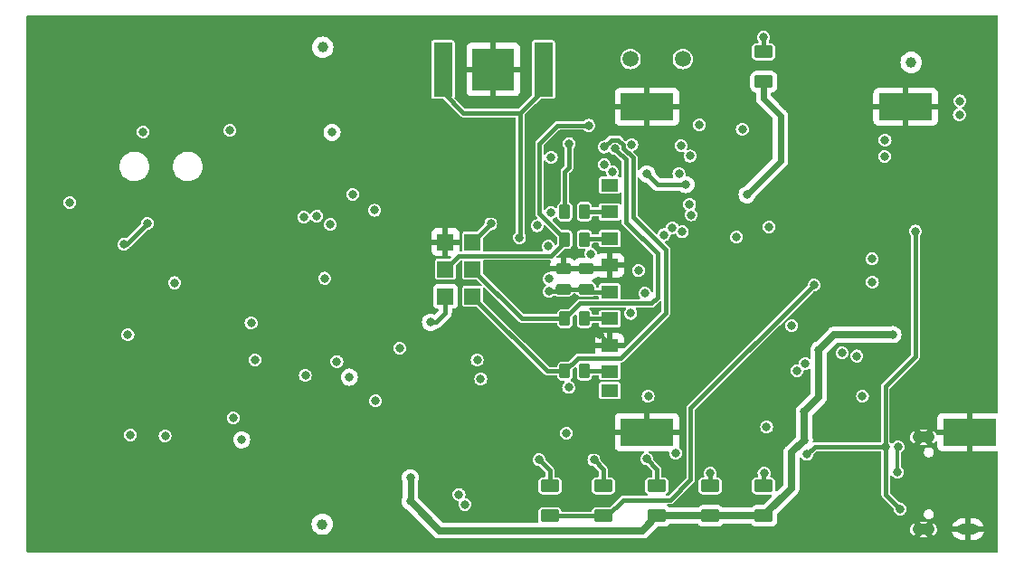
<source format=gbr>
%TF.GenerationSoftware,KiCad,Pcbnew,7.0.8-7.0.8~ubuntu23.04.1*%
%TF.CreationDate,2023-11-22T16:42:41+00:00*%
%TF.ProjectId,USTSIPIN02,55535453-4950-4494-9e30-322e6b696361,02A*%
%TF.SameCoordinates,Original*%
%TF.FileFunction,Copper,L1,Top*%
%TF.FilePolarity,Positive*%
%FSLAX46Y46*%
G04 Gerber Fmt 4.6, Leading zero omitted, Abs format (unit mm)*
G04 Created by KiCad (PCBNEW 7.0.8-7.0.8~ubuntu23.04.1) date 2023-11-22 16:42:41*
%MOMM*%
%LPD*%
G01*
G04 APERTURE LIST*
G04 Aperture macros list*
%AMRoundRect*
0 Rectangle with rounded corners*
0 $1 Rounding radius*
0 $2 $3 $4 $5 $6 $7 $8 $9 X,Y pos of 4 corners*
0 Add a 4 corners polygon primitive as box body*
4,1,4,$2,$3,$4,$5,$6,$7,$8,$9,$2,$3,0*
0 Add four circle primitives for the rounded corners*
1,1,$1+$1,$2,$3*
1,1,$1+$1,$4,$5*
1,1,$1+$1,$6,$7*
1,1,$1+$1,$8,$9*
0 Add four rect primitives between the rounded corners*
20,1,$1+$1,$2,$3,$4,$5,0*
20,1,$1+$1,$4,$5,$6,$7,0*
20,1,$1+$1,$6,$7,$8,$9,0*
20,1,$1+$1,$8,$9,$2,$3,0*%
G04 Aperture macros list end*
%TA.AperFunction,ComponentPad*%
%ADD10C,6.000000*%
%TD*%
%TA.AperFunction,SMDPad,CuDef*%
%ADD11R,1.524000X1.524000*%
%TD*%
%TA.AperFunction,ComponentPad*%
%ADD12C,1.500000*%
%TD*%
%TA.AperFunction,SMDPad,CuDef*%
%ADD13RoundRect,0.250000X-0.262500X-0.450000X0.262500X-0.450000X0.262500X0.450000X-0.262500X0.450000X0*%
%TD*%
%TA.AperFunction,SMDPad,CuDef*%
%ADD14RoundRect,0.250000X-0.625000X0.375000X-0.625000X-0.375000X0.625000X-0.375000X0.625000X0.375000X0*%
%TD*%
%TA.AperFunction,SMDPad,CuDef*%
%ADD15RoundRect,0.250000X0.475000X-0.250000X0.475000X0.250000X-0.475000X0.250000X-0.475000X-0.250000X0*%
%TD*%
%TA.AperFunction,SMDPad,CuDef*%
%ADD16C,1.000000*%
%TD*%
%TA.AperFunction,SMDPad,CuDef*%
%ADD17R,1.780000X5.080000*%
%TD*%
%TA.AperFunction,SMDPad,CuDef*%
%ADD18R,3.960000X3.960000*%
%TD*%
%TA.AperFunction,SMDPad,CuDef*%
%ADD19R,1.600000X1.200000*%
%TD*%
%TA.AperFunction,SMDPad,CuDef*%
%ADD20R,5.000000X2.500000*%
%TD*%
%TA.AperFunction,ComponentPad*%
%ADD21O,2.000000X1.000000*%
%TD*%
%TA.AperFunction,ComponentPad*%
%ADD22O,2.100000X1.050000*%
%TD*%
%TA.AperFunction,ViaPad*%
%ADD23C,0.800000*%
%TD*%
%TA.AperFunction,Conductor*%
%ADD24C,0.500000*%
%TD*%
%TA.AperFunction,Conductor*%
%ADD25C,0.600000*%
%TD*%
%TA.AperFunction,Conductor*%
%ADD26C,0.300000*%
%TD*%
%TA.AperFunction,Conductor*%
%ADD27C,0.400000*%
%TD*%
%TA.AperFunction,Conductor*%
%ADD28C,0.700000*%
%TD*%
G04 APERTURE END LIST*
D10*
%TO.P,M2,1*%
%TO.N,GND*%
X174972341Y-78676927D03*
%TD*%
%TO.P,M3,1*%
%TO.N,GND*%
X103852341Y-78676927D03*
%TD*%
%TO.P,M4,1*%
%TO.N,GND*%
X103852341Y-119316927D03*
%TD*%
D11*
%TO.P,J22,1*%
%TO.N,/cpu/PB6*%
X140783941Y-100165327D03*
%TO.P,J22,2*%
%TO.N,+3.3V*%
X138243941Y-100165327D03*
%TO.P,J22,3*%
%TO.N,/cpu/PB7*%
X140783941Y-97625327D03*
%TO.P,J22,4*%
%TO.N,/cpu/PB5*%
X138243941Y-97625327D03*
%TO.P,J22,5*%
%TO.N,/cpu/~{RST}_PRG*%
X140783941Y-95085327D03*
%TO.P,J22,6*%
%TO.N,GND*%
X138243941Y-95085327D03*
%TD*%
D10*
%TO.P,M1,1*%
%TO.N,GND*%
X174972341Y-119316927D03*
%TD*%
D12*
%TO.P,Y1,1,1*%
%TO.N,Net-(U10-XTAL2)*%
X155580541Y-77965727D03*
%TO.P,Y1,2,2*%
%TO.N,Net-(U10-XTAL1)*%
X160460541Y-77965727D03*
%TD*%
D13*
%TO.P,R17,1*%
%TO.N,/cpu/PB4*%
X149421841Y-92240527D03*
%TO.P,R17,2*%
%TO.N,Net-(J2-CD{slash}DAT3)*%
X151246841Y-92240527D03*
%TD*%
%TO.P,R25,1*%
%TO.N,/cpu/PB6*%
X149421841Y-107175727D03*
%TO.P,R25,2*%
%TO.N,Net-(J2-DAT0)*%
X151246841Y-107175727D03*
%TD*%
D14*
%TO.P,D9,1,K*%
%TO.N,Net-(D9-K)*%
X153026341Y-117916927D03*
%TO.P,D9,2,A*%
%TO.N,Vin*%
X153026341Y-120716927D03*
%TD*%
D13*
%TO.P,R24,1*%
%TO.N,/cpu/PB7*%
X149421841Y-102248127D03*
%TO.P,R24,2*%
%TO.N,Net-(J2-CLK)*%
X151246841Y-102248127D03*
%TD*%
D14*
%TO.P,D7,1,K*%
%TO.N,Net-(D7-K)*%
X148026341Y-117916927D03*
%TO.P,D7,2,A*%
%TO.N,Vin*%
X148026341Y-120716927D03*
%TD*%
D15*
%TO.P,C25,1*%
%TO.N,/cpu/SD_VDD*%
X151401141Y-99489727D03*
%TO.P,C25,2*%
%TO.N,GND*%
X151401141Y-97589727D03*
%TD*%
D16*
%TO.P,FID2,*%
%TO.N,*%
X181830341Y-78270527D03*
%TD*%
D14*
%TO.P,D4,1,K*%
%TO.N,Net-(D4-K)*%
X163026341Y-117916927D03*
%TO.P,D4,2,A*%
%TO.N,+3.3V*%
X163026341Y-120716927D03*
%TD*%
D15*
%TO.P,C22,1*%
%TO.N,/cpu/SD_VDD*%
X149267541Y-99489727D03*
%TO.P,C22,2*%
%TO.N,GND*%
X149267541Y-97589727D03*
%TD*%
D14*
%TO.P,D3,1,K*%
%TO.N,Net-(D3-K)*%
X168026341Y-117916927D03*
%TO.P,D3,2,A*%
%TO.N,+3.3V*%
X168026341Y-120716927D03*
%TD*%
D16*
%TO.P,FID6,*%
%TO.N,*%
X126763141Y-76848127D03*
%TD*%
D14*
%TO.P,D10,1,K*%
%TO.N,Net-(D10-K)*%
X168026341Y-77276927D03*
%TO.P,D10,2,A*%
%TO.N,+3.3V*%
X168026341Y-80076927D03*
%TD*%
D13*
%TO.P,R18,1*%
%TO.N,/cpu/PB5*%
X149421841Y-94831327D03*
%TO.P,R18,2*%
%TO.N,Net-(J2-CMD)*%
X151246841Y-94831327D03*
%TD*%
D17*
%TO.P,BT1,1,+*%
%TO.N,Net-(BT1-+)*%
X138014341Y-78930927D03*
X147414341Y-78930927D03*
D18*
%TO.P,BT1,2,-*%
%TO.N,GND*%
X142714341Y-78930927D03*
%TD*%
D19*
%TO.P,J2,1,CD/DAT3*%
%TO.N,Net-(J2-CD{slash}DAT3)*%
X153622341Y-92256927D03*
%TO.P,J2,2,CMD*%
%TO.N,Net-(J2-CMD)*%
X153622341Y-94756927D03*
%TO.P,J2,3,VSS*%
%TO.N,GND*%
X153622341Y-97256927D03*
%TO.P,J2,4,VDD*%
%TO.N,/cpu/SD_VDD*%
X153622341Y-99756927D03*
%TO.P,J2,5,CLK*%
%TO.N,Net-(J2-CLK)*%
X153622341Y-102256927D03*
%TO.P,J2,6,VSS*%
%TO.N,GND*%
X153622341Y-104756927D03*
%TO.P,J2,7,DAT0*%
%TO.N,Net-(J2-DAT0)*%
X153622341Y-107186927D03*
%TO.P,J2,8,DAT1*%
%TO.N,unconnected-(J2-DAT1-Pad8)*%
X153622341Y-108986927D03*
%TO.P,J2,9,DAT2*%
%TO.N,unconnected-(J2-DAT2-Pad9)*%
X153622341Y-89756927D03*
D20*
%TO.P,J2,12,SHELL1*%
%TO.N,GND*%
X157122341Y-82421927D03*
X157122341Y-112871927D03*
X181322341Y-82421927D03*
X187322341Y-112871927D03*
%TD*%
D14*
%TO.P,D8,1,K*%
%TO.N,Net-(D8-K)*%
X158026341Y-117916927D03*
%TO.P,D8,2,A*%
%TO.N,+3.3V*%
X158026341Y-120716927D03*
%TD*%
D16*
%TO.P,FID1,*%
%TO.N,*%
X126712341Y-121501327D03*
%TD*%
D21*
%TO.P,J4,G1,SHIELD*%
%TO.N,GND*%
X187164341Y-113334427D03*
%TO.P,J4,G2,SHIELD*%
X187164341Y-121974427D03*
D22*
%TO.P,J4,G3,SHIELD*%
X182984341Y-113334427D03*
%TO.P,J4,G4,SHIELD*%
X182984341Y-121974427D03*
%TD*%
D23*
%TO.N,GND*%
X130319141Y-122720527D03*
X111472341Y-78676927D03*
X161002341Y-82232927D03*
X170400341Y-122568127D03*
X187926341Y-102552927D03*
X187164341Y-108394927D03*
X142739741Y-104864327D03*
X147540341Y-82994927D03*
X156201741Y-79972327D03*
X170095541Y-76416327D03*
X134687941Y-89598927D03*
X164761541Y-75247927D03*
X126712341Y-116941927D03*
X119092341Y-78676927D03*
X165142541Y-117132527D03*
X131792341Y-76136927D03*
X168114341Y-122618927D03*
X142005929Y-113493571D03*
X143933541Y-90310127D03*
X185640341Y-102552927D03*
X160748341Y-122618927D03*
X140306986Y-114878873D03*
X167149141Y-111900127D03*
X184116341Y-109410927D03*
X187164341Y-97599927D03*
X169854213Y-81635163D03*
X150749696Y-123241927D03*
X172178341Y-97269727D03*
X158970341Y-77025927D03*
X107007066Y-111870688D03*
X185640341Y-110045927D03*
X152975941Y-82639327D03*
X105762027Y-109429655D03*
X167930923Y-87647509D03*
X121632341Y-78676927D03*
X149318341Y-76136927D03*
X185691141Y-103924527D03*
X175327941Y-91478527D03*
X111472341Y-76136927D03*
X108939137Y-117926796D03*
X129026341Y-116941927D03*
X189247141Y-74587527D03*
X176775741Y-89268727D03*
X120209941Y-120434527D03*
X132706741Y-122923727D03*
X142917541Y-101105127D03*
X134662541Y-82944127D03*
X187164341Y-116522927D03*
X133113141Y-120434527D03*
X188434341Y-98488927D03*
X167453941Y-105753327D03*
X187418341Y-92646927D03*
X173600741Y-88379727D03*
X186427741Y-77813327D03*
X151604341Y-75628927D03*
X159783141Y-75730527D03*
X152264741Y-112484327D03*
X118942172Y-116370964D03*
X121632341Y-116941927D03*
X154681159Y-123718127D03*
X187164341Y-118046927D03*
X108932341Y-78676927D03*
X187164341Y-119824927D03*
X164405941Y-101917927D03*
X168165141Y-100139927D03*
X178553741Y-107251927D03*
X178934741Y-89294127D03*
X140377541Y-92164327D03*
X152724916Y-103722632D03*
X171162341Y-81851927D03*
X135983341Y-113881327D03*
X124172341Y-78676927D03*
X160164141Y-110579327D03*
X177664741Y-91427727D03*
X168066341Y-84222927D03*
X123994541Y-81242327D03*
X178401341Y-101155927D03*
X187164341Y-115125927D03*
X157065341Y-77025927D03*
X153382341Y-75628927D03*
X124172341Y-116941927D03*
X159116341Y-91342927D03*
X170984541Y-87770127D03*
X188688341Y-89852927D03*
X122165741Y-122441127D03*
X142714341Y-82055127D03*
X156684341Y-75628927D03*
X148302341Y-123241927D03*
X187900941Y-74587527D03*
X114012341Y-78676927D03*
X136237341Y-122491927D03*
X141024591Y-102285577D03*
X141952341Y-119316927D03*
X181347741Y-75171727D03*
X109262541Y-119850327D03*
X162500941Y-101028927D03*
X171111541Y-75171727D03*
X172762541Y-101054327D03*
X114418741Y-80734327D03*
X155160341Y-75628927D03*
X137862941Y-91986527D03*
X129252341Y-76136927D03*
X132249541Y-81369327D03*
X187164341Y-89852927D03*
X179925341Y-121983927D03*
X177300541Y-112188125D03*
X187545341Y-94551927D03*
X108932341Y-76136927D03*
X156531941Y-108610727D03*
X185894341Y-89852927D03*
X149775541Y-110680927D03*
X179335426Y-104902927D03*
X153209205Y-123362527D03*
X183074941Y-74587527D03*
X189323341Y-77813327D03*
X188078741Y-77864127D03*
X179214141Y-75705127D03*
X149953341Y-82080527D03*
X174438941Y-84112527D03*
X143984341Y-84264927D03*
X158081341Y-78854727D03*
X172279941Y-95161527D03*
X137913741Y-75120927D03*
X165066341Y-109842727D03*
X164659941Y-81801127D03*
X117060341Y-116345127D03*
X136465941Y-106845527D03*
X143222341Y-120409127D03*
X109008541Y-80607327D03*
X149318341Y-77914927D03*
X188434341Y-108394927D03*
X178970407Y-91405976D03*
X116552341Y-78676927D03*
X134332341Y-76136927D03*
X177284274Y-100610366D03*
X112259741Y-120129727D03*
X185945141Y-74714527D03*
X189196341Y-102552927D03*
X144822541Y-100139927D03*
X175228595Y-99239301D03*
X163415341Y-106337527D03*
X143857341Y-110045927D03*
X164304341Y-122618927D03*
%TO.N,Net-(BT1-+)*%
X145181381Y-94661915D03*
%TO.N,/cpu/PB5*%
X151655141Y-84163327D03*
%TO.N,/cpu/PB7*%
X154085390Y-86329368D03*
%TO.N,/cpu/PB6*%
X153096509Y-86180641D03*
%TO.N,+3.3V*%
X171826341Y-113622927D03*
X173194341Y-105169127D03*
X160750309Y-89703727D03*
X134956336Y-119375432D03*
X134956341Y-117142927D03*
X157098949Y-88704742D03*
X166481142Y-90652927D03*
X136846941Y-102593520D03*
X171826341Y-110972927D03*
X180136341Y-103752927D03*
%TO.N,GNDA*%
X112894741Y-98895327D03*
X109948341Y-84772927D03*
X156902405Y-99875165D03*
X118076341Y-84645927D03*
X128080141Y-106261327D03*
X147875857Y-95470143D03*
X125130654Y-107589012D03*
X156313545Y-97742129D03*
X129564341Y-90614927D03*
X131614541Y-92113527D03*
X120057541Y-102654527D03*
X124985141Y-92748527D03*
X155592139Y-101760384D03*
X108525941Y-103772127D03*
X151858341Y-96202927D03*
X103090341Y-91376927D03*
X126204341Y-92646927D03*
X118381141Y-111544527D03*
%TO.N,+5V*%
X127628641Y-84825627D03*
X129252341Y-107734527D03*
X119168541Y-113597425D03*
%TO.N,Net-(D3-K)*%
X168063539Y-116726127D03*
%TO.N,Vin*%
X172737141Y-99113727D03*
%TO.N,Net-(D4-K)*%
X163034341Y-116726127D03*
%TO.N,/cpu/~{RST}_PRG*%
X155684341Y-85957019D03*
X170646341Y-102902923D03*
X142486341Y-93382927D03*
%TO.N,POWER_ANALOG_3V3*%
X148149941Y-87160527D03*
X160096262Y-88697631D03*
%TO.N,/cpu/SD_VDD*%
X147921341Y-99708127D03*
%TO.N,Net-(D7-K)*%
X147006939Y-115456127D03*
%TO.N,Net-(D8-K)*%
X157065341Y-115379927D03*
%TO.N,Net-(D9-K)*%
X152137741Y-115481527D03*
%TO.N,Net-(D10-K)*%
X168012741Y-75933727D03*
%TO.N,/cpu/TX1*%
X179391941Y-85534927D03*
X166031541Y-84518925D03*
%TO.N,/cpu/RX1*%
X179341141Y-87058927D03*
X162018341Y-84112527D03*
%TO.N,/cpu/PB4*%
X149826341Y-85865127D03*
%TO.N,/cpu/Signal*%
X127474341Y-93434327D03*
X147972141Y-98514327D03*
%TO.N,/cpu/PC5_D1*%
X160419934Y-94130855D03*
X149572341Y-112966927D03*
%TO.N,/cpu/PC7_D3*%
X158719422Y-94401561D03*
X159783141Y-114846527D03*
%TO.N,/cpu/PC6_D2*%
X159489709Y-93763860D03*
X157217741Y-109537927D03*
%TO.N,Net-(U10-(PCINT9{slash}CLKO{slash}T1)PB1)*%
X149775541Y-108699725D03*
X153104510Y-87820727D03*
%TO.N,/USB interface/D+*%
X180595156Y-114230135D03*
X180560341Y-116649927D03*
%TO.N,/USB interface/TXLED{slash}CBUS2*%
X168306341Y-112402927D03*
X177276341Y-109522927D03*
%TO.N,/USB interface/VUSB*%
X182236741Y-94069327D03*
X179442755Y-114236913D03*
X172084160Y-114961455D03*
X180814341Y-120078927D03*
%TO.N,/cpu/Signal_S&H*%
X131705596Y-109955328D03*
X148117027Y-92350870D03*
%TO.N,/cpu/Virtual_ground*%
X146829141Y-93552927D03*
X110343536Y-93343932D03*
X133956341Y-105016727D03*
X126926169Y-98476098D03*
X108144947Y-95313927D03*
%TO.N,/cpu/SDA*%
X161249741Y-92544392D03*
X186402341Y-81877327D03*
X165482091Y-94618777D03*
X141550006Y-107909262D03*
X108754543Y-113144728D03*
X140064693Y-119639079D03*
%TO.N,/cpu/SCL*%
X161095573Y-91552927D03*
X186351541Y-83147327D03*
X139513941Y-118707327D03*
X112012122Y-113239948D03*
X141217741Y-106134327D03*
X168532804Y-93655736D03*
%TO.N,/USB interface/TXD*%
X171158421Y-107115112D03*
X178172741Y-96660127D03*
X161141941Y-87033526D03*
%TO.N,/USB interface/RXD*%
X175353341Y-105473927D03*
X178204826Y-98825814D03*
X160291131Y-86042927D03*
%TO.N,Net-(U9-~{DTR})*%
X176750341Y-105753327D03*
X171916484Y-106462927D03*
%TO.N,/cpu/Trace*%
X120406341Y-106103427D03*
X153867397Y-88541710D03*
%TD*%
D24*
%TO.N,GND*%
X151401141Y-97589727D02*
X149267541Y-97589727D01*
D25*
X168066341Y-84222927D02*
X168066341Y-87512091D01*
D24*
X153289541Y-97589727D02*
X153622341Y-97256927D01*
D25*
X168066341Y-87512091D02*
X167930923Y-87647509D01*
D26*
X153622341Y-104620057D02*
X152724916Y-103722632D01*
D24*
X151401141Y-97589727D02*
X153289541Y-97589727D01*
D26*
X153622341Y-104756927D02*
X153622341Y-104620057D01*
D27*
%TO.N,Net-(BT1-+)*%
X142714341Y-82994927D02*
X145254341Y-82994927D01*
X139920341Y-82994927D02*
X142714341Y-82994927D01*
X145254341Y-82994927D02*
X145254341Y-94588955D01*
X147414341Y-80834927D02*
X147414341Y-78930927D01*
X145254341Y-82994927D02*
X147414341Y-80834927D01*
X145254341Y-94588955D02*
X145181381Y-94661915D01*
X138014341Y-78930927D02*
X138014341Y-81088927D01*
X138014341Y-81088927D02*
X139920341Y-82994927D01*
%TO.N,/cpu/PB5*%
X138243941Y-97625327D02*
X139513941Y-96355327D01*
X149421841Y-95083427D02*
X149421841Y-94831327D01*
X148149941Y-96355327D02*
X149421841Y-95083427D01*
X148734141Y-84163327D02*
X151655141Y-84163327D01*
X139513941Y-96355327D02*
X148149941Y-96355327D01*
X147045141Y-92410356D02*
X147045141Y-85852327D01*
X149421841Y-94787056D02*
X147045141Y-92410356D01*
X147045141Y-85852327D02*
X148734141Y-84163327D01*
X149421841Y-94831327D02*
X149421841Y-94787056D01*
%TO.N,/cpu/PB7*%
X155133770Y-87377748D02*
X155113041Y-87357019D01*
X154284341Y-86528319D02*
X154085390Y-86329368D01*
X155133770Y-93229956D02*
X155133770Y-87377748D01*
X149421841Y-102248127D02*
X145406741Y-102248127D01*
X150844241Y-100825727D02*
X157547941Y-100825727D01*
X155104442Y-87357019D02*
X154284341Y-86536918D01*
X158081341Y-100292327D02*
X158081341Y-96177527D01*
X158081341Y-96177527D02*
X155133770Y-93229956D01*
X154284341Y-86536918D02*
X154284341Y-86528319D01*
X155113041Y-87357019D02*
X155104442Y-87357019D01*
X145406741Y-102248127D02*
X140783941Y-97625327D01*
X157547941Y-100825727D02*
X158081341Y-100292327D01*
X149421841Y-102248127D02*
X150844241Y-100825727D01*
%TO.N,/cpu/PB6*%
X155811141Y-92738927D02*
X155811141Y-87201544D01*
X150641041Y-105956527D02*
X154626941Y-105956527D01*
X155366616Y-86757019D02*
X155352970Y-86757019D01*
X153748028Y-85529122D02*
X153096509Y-86180641D01*
X155811141Y-87201544D02*
X155366616Y-86757019D01*
X155352970Y-86757019D02*
X154884341Y-86288390D01*
X149421841Y-107175727D02*
X150641041Y-105956527D01*
X158884541Y-101698927D02*
X158884541Y-95812327D01*
X154421562Y-85529122D02*
X153748028Y-85529122D01*
X154884341Y-85991901D02*
X154421562Y-85529122D01*
X147794341Y-107175727D02*
X140783941Y-100165327D01*
X158884541Y-95812327D02*
X155811141Y-92738927D01*
X154626941Y-105956527D02*
X158884541Y-101698927D01*
X154884341Y-86288390D02*
X154884341Y-85991901D01*
X149421841Y-107175727D02*
X147794341Y-107175727D01*
D28*
%TO.N,+3.3V*%
X163026341Y-120716927D02*
X168026341Y-120716927D01*
D25*
X169596341Y-83262927D02*
X169596341Y-87537728D01*
D28*
X170622341Y-114796927D02*
X170622341Y-118120927D01*
D27*
X158094734Y-89700527D02*
X157098949Y-88704742D01*
D28*
X163026341Y-120716927D02*
X158026341Y-120716927D01*
X180136341Y-103752927D02*
X174610541Y-103752927D01*
D27*
X160747109Y-89700527D02*
X158094734Y-89700527D01*
D28*
X170622341Y-118120927D02*
X168026341Y-120716927D01*
D27*
X137339748Y-102593520D02*
X136846941Y-102593520D01*
D28*
X137672831Y-122091927D02*
X134956336Y-119375432D01*
D25*
X168026341Y-80076927D02*
X168026341Y-81692927D01*
D27*
X138243941Y-101689327D02*
X137339748Y-102593520D01*
D28*
X174610541Y-103752927D02*
X173194341Y-105169127D01*
X173194341Y-109604927D02*
X173194341Y-105169127D01*
D25*
X169596341Y-87537728D02*
X166481142Y-90652927D01*
D28*
X171826341Y-113622927D02*
X171796341Y-113622927D01*
D27*
X160750309Y-89703727D02*
X160747109Y-89700527D01*
D28*
X158026341Y-120716927D02*
X156651341Y-122091927D01*
X171826341Y-110972927D02*
X173194341Y-109604927D01*
D25*
X168026341Y-81692927D02*
X169596341Y-83262927D01*
D28*
X171826341Y-111442927D02*
X171826341Y-110972927D01*
D25*
X134956341Y-119375427D02*
X134956336Y-119375432D01*
D28*
X156651341Y-122091927D02*
X137672831Y-122091927D01*
X171826341Y-113622927D02*
X171826341Y-111442927D01*
X171796341Y-113622927D02*
X170622341Y-114796927D01*
D25*
X134956341Y-117142927D02*
X134956341Y-119375427D01*
D27*
X138243941Y-100165327D02*
X138243941Y-101689327D01*
%TO.N,Net-(D3-K)*%
X168026341Y-117916927D02*
X168026341Y-116763325D01*
X168026341Y-116763325D02*
X168063539Y-116726127D01*
%TO.N,Vin*%
X153026341Y-120716927D02*
X148026341Y-120716927D01*
X172721941Y-99113727D02*
X172737141Y-99113727D01*
X154880941Y-119215327D02*
X159299941Y-119215327D01*
X161180141Y-113957527D02*
X161180141Y-110655527D01*
X153026341Y-120716927D02*
X153379341Y-120716927D01*
X161180141Y-110655527D02*
X172721941Y-99113727D01*
X153379341Y-120716927D02*
X154880941Y-119215327D01*
X161180141Y-117335127D02*
X161180141Y-113957527D01*
X159299941Y-119215327D02*
X161180141Y-117335127D01*
%TO.N,Net-(D4-K)*%
X163026341Y-117916927D02*
X163026341Y-116734127D01*
X163026341Y-116734127D02*
X163034341Y-116726127D01*
%TO.N,/cpu/~{RST}_PRG*%
X142486341Y-93382927D02*
X140783941Y-95085327D01*
%TO.N,/cpu/SD_VDD*%
X153622341Y-99756927D02*
X151668341Y-99756927D01*
X151668341Y-99756927D02*
X151401141Y-99489727D01*
X151401141Y-99489727D02*
X149267541Y-99489727D01*
X147921341Y-99708127D02*
X149049141Y-99708127D01*
X149049141Y-99708127D02*
X149267541Y-99489727D01*
X153379341Y-99999927D02*
X153622341Y-99756927D01*
%TO.N,Net-(D7-K)*%
X148026341Y-117916927D02*
X148026341Y-116475529D01*
X148026341Y-116475529D02*
X147006939Y-115456127D01*
%TO.N,Net-(D8-K)*%
X158026341Y-117916927D02*
X158026341Y-116340927D01*
X158026341Y-116340927D02*
X157065341Y-115379927D01*
%TO.N,Net-(D9-K)*%
X153026341Y-117916927D02*
X153026341Y-116370127D01*
X153026341Y-116370127D02*
X152137741Y-115481527D01*
%TO.N,Net-(D10-K)*%
X168026341Y-75947327D02*
X168012741Y-75933727D01*
X168026341Y-77276927D02*
X168026341Y-75947327D01*
%TO.N,Net-(J2-CD{slash}DAT3)*%
X150958441Y-92256927D02*
X150942041Y-92240527D01*
X153622341Y-92256927D02*
X150958441Y-92256927D01*
%TO.N,Net-(J2-CMD)*%
X153622341Y-94756927D02*
X153542341Y-94836927D01*
X153622341Y-94756927D02*
X151016441Y-94756927D01*
X151016441Y-94756927D02*
X150942041Y-94831327D01*
%TO.N,Net-(J2-CLK)*%
X153622341Y-102256927D02*
X151255641Y-102256927D01*
X151255641Y-102256927D02*
X151246841Y-102248127D01*
%TO.N,Net-(J2-DAT0)*%
X151246841Y-107175727D02*
X153611141Y-107175727D01*
X151258041Y-107186927D02*
X151246841Y-107175727D01*
X153611141Y-107175727D02*
X153622341Y-107186927D01*
%TO.N,/cpu/PB4*%
X149421841Y-92240527D02*
X149421841Y-88479427D01*
X149421841Y-88479427D02*
X149826341Y-88074927D01*
X149826341Y-88074927D02*
X149826341Y-85865127D01*
D26*
%TO.N,/USB interface/D+*%
X180560341Y-114264950D02*
X180595156Y-114230135D01*
X180560341Y-116649927D02*
X180560341Y-114264950D01*
D27*
%TO.N,/USB interface/VUSB*%
X179417341Y-114211499D02*
X179442755Y-114236913D01*
X179417341Y-108623527D02*
X179417341Y-114211499D01*
X182236741Y-105804127D02*
X179417341Y-108623527D01*
X179442755Y-114236913D02*
X172808702Y-114236913D01*
X180814341Y-120078927D02*
X179442755Y-118707341D01*
X172808702Y-114236913D02*
X172084160Y-114961455D01*
X182236741Y-94069327D02*
X182236741Y-105804127D01*
X179442755Y-118707341D02*
X179442755Y-114236913D01*
%TO.N,/cpu/Virtual_ground*%
X108373541Y-95313927D02*
X108144947Y-95313927D01*
X110343536Y-93343932D02*
X108373541Y-95313927D01*
%TD*%
%TA.AperFunction,Conductor*%
%TO.N,GND*%
G36*
X141915442Y-99323221D02*
G01*
X143145454Y-100553232D01*
X145078690Y-102486469D01*
X145168398Y-102576176D01*
X145168399Y-102576177D01*
X145189890Y-102587127D01*
X145203136Y-102595244D01*
X145222651Y-102609423D01*
X145222653Y-102609423D01*
X145222654Y-102609424D01*
X145245593Y-102616877D01*
X145259936Y-102622817D01*
X145281437Y-102633773D01*
X145305265Y-102637546D01*
X145320374Y-102641174D01*
X145328935Y-102643955D01*
X145343308Y-102648626D01*
X145373178Y-102648626D01*
X145373202Y-102648627D01*
X145375222Y-102648627D01*
X148609841Y-102648627D01*
X148668032Y-102667534D01*
X148703996Y-102717034D01*
X148708841Y-102747627D01*
X148708841Y-102752401D01*
X148711694Y-102782821D01*
X148711696Y-102782830D01*
X148756548Y-102911010D01*
X148837186Y-103020271D01*
X148837188Y-103020273D01*
X148837191Y-103020277D01*
X148837194Y-103020279D01*
X148837196Y-103020281D01*
X148946457Y-103100919D01*
X148946458Y-103100919D01*
X148946459Y-103100920D01*
X149074642Y-103145773D01*
X149105066Y-103148626D01*
X149105068Y-103148627D01*
X149105075Y-103148627D01*
X149738614Y-103148627D01*
X149738614Y-103148626D01*
X149769040Y-103145773D01*
X149897223Y-103100920D01*
X150006491Y-103020277D01*
X150087134Y-102911009D01*
X150131987Y-102782826D01*
X150134840Y-102752400D01*
X150134841Y-102752400D01*
X150134841Y-102142525D01*
X150153748Y-102084334D01*
X150163825Y-102072534D01*
X150364839Y-101871519D01*
X150419354Y-101843744D01*
X150479786Y-101853315D01*
X150523051Y-101896580D01*
X150533841Y-101941525D01*
X150533841Y-102752401D01*
X150536694Y-102782821D01*
X150536696Y-102782830D01*
X150581548Y-102911010D01*
X150662186Y-103020271D01*
X150662188Y-103020273D01*
X150662191Y-103020277D01*
X150662194Y-103020279D01*
X150662196Y-103020281D01*
X150771457Y-103100919D01*
X150771458Y-103100919D01*
X150771459Y-103100920D01*
X150899642Y-103145773D01*
X150930066Y-103148626D01*
X150930068Y-103148627D01*
X150930075Y-103148627D01*
X151563614Y-103148627D01*
X151563614Y-103148626D01*
X151594040Y-103145773D01*
X151722223Y-103100920D01*
X151831491Y-103020277D01*
X151912134Y-102911009D01*
X151956987Y-102782826D01*
X151959841Y-102752393D01*
X151959841Y-102752385D01*
X151959869Y-102751797D01*
X151959907Y-102751696D01*
X151960058Y-102750087D01*
X151960498Y-102750128D01*
X151981477Y-102694554D01*
X152032605Y-102660945D01*
X152058761Y-102657427D01*
X152522841Y-102657427D01*
X152581032Y-102676334D01*
X152616996Y-102725834D01*
X152621841Y-102756427D01*
X152621841Y-102876673D01*
X152621842Y-102876685D01*
X152633473Y-102935154D01*
X152633475Y-102935160D01*
X152674710Y-102996871D01*
X152677789Y-103001479D01*
X152744110Y-103045794D01*
X152788572Y-103054638D01*
X152802582Y-103057425D01*
X152802587Y-103057425D01*
X152802593Y-103057427D01*
X152802594Y-103057427D01*
X154442088Y-103057427D01*
X154442089Y-103057427D01*
X154500572Y-103045794D01*
X154566893Y-103001479D01*
X154611208Y-102935158D01*
X154622841Y-102876675D01*
X154622841Y-101637179D01*
X154611208Y-101578696D01*
X154566893Y-101512375D01*
X154543629Y-101496830D01*
X154500574Y-101468061D01*
X154500572Y-101468060D01*
X154500569Y-101468059D01*
X154500568Y-101468059D01*
X154442099Y-101456428D01*
X154442089Y-101456427D01*
X152802593Y-101456427D01*
X152802592Y-101456427D01*
X152802582Y-101456428D01*
X152744113Y-101468059D01*
X152744107Y-101468061D01*
X152677792Y-101512372D01*
X152677786Y-101512378D01*
X152633475Y-101578693D01*
X152633473Y-101578699D01*
X152621842Y-101637168D01*
X152621841Y-101637180D01*
X152621841Y-101757427D01*
X152602934Y-101815618D01*
X152553434Y-101851582D01*
X152522841Y-101856427D01*
X152058841Y-101856427D01*
X152000650Y-101837520D01*
X151964686Y-101788020D01*
X151959841Y-101757427D01*
X151959841Y-101743854D01*
X151959840Y-101743852D01*
X151956987Y-101713432D01*
X151956987Y-101713428D01*
X151912134Y-101585245D01*
X151907298Y-101578693D01*
X151831495Y-101475982D01*
X151831493Y-101475980D01*
X151831491Y-101475977D01*
X151831487Y-101475974D01*
X151831485Y-101475972D01*
X151735161Y-101404882D01*
X151699568Y-101355115D01*
X151700026Y-101293931D01*
X151736359Y-101244701D01*
X151793949Y-101226227D01*
X155044346Y-101226227D01*
X155102537Y-101245134D01*
X155138501Y-101294634D01*
X155138501Y-101355820D01*
X155122888Y-101385494D01*
X155067601Y-101457544D01*
X155067601Y-101457545D01*
X155007096Y-101603617D01*
X155007094Y-101603625D01*
X154986457Y-101760383D01*
X154986457Y-101760384D01*
X155007094Y-101917142D01*
X155007096Y-101917150D01*
X155067601Y-102063222D01*
X155067601Y-102063223D01*
X155129638Y-102144071D01*
X155163857Y-102188666D01*
X155289298Y-102284920D01*
X155289299Y-102284920D01*
X155289300Y-102284921D01*
X155368868Y-102317879D01*
X155435377Y-102345428D01*
X155552948Y-102360906D01*
X155592138Y-102366066D01*
X155592139Y-102366066D01*
X155592140Y-102366066D01*
X155623491Y-102361938D01*
X155748901Y-102345428D01*
X155894980Y-102284920D01*
X156020421Y-102188666D01*
X156116675Y-102063225D01*
X156177183Y-101917146D01*
X156197821Y-101760384D01*
X156177183Y-101603622D01*
X156155062Y-101550217D01*
X156116676Y-101457545D01*
X156116676Y-101457544D01*
X156061390Y-101385494D01*
X156040966Y-101327818D01*
X156058344Y-101269153D01*
X156106885Y-101231905D01*
X156139932Y-101226227D01*
X157611373Y-101226227D01*
X157611374Y-101226227D01*
X157634323Y-101218770D01*
X157649406Y-101215148D01*
X157673245Y-101211373D01*
X157694743Y-101200417D01*
X157709092Y-101194475D01*
X157732031Y-101187023D01*
X157751553Y-101172838D01*
X157764790Y-101164727D01*
X157786283Y-101153777D01*
X157803202Y-101136856D01*
X157803206Y-101136854D01*
X157808848Y-101131212D01*
X157808850Y-101131211D01*
X158315039Y-100625021D01*
X158369554Y-100597246D01*
X158429986Y-100606817D01*
X158473251Y-100650082D01*
X158484041Y-100695027D01*
X158484041Y-101492026D01*
X158465134Y-101550217D01*
X158455045Y-101562030D01*
X155035144Y-104981931D01*
X154980627Y-105009708D01*
X154965140Y-105010927D01*
X152292342Y-105010927D01*
X152292341Y-105010928D01*
X152292341Y-105398426D01*
X152297961Y-105445223D01*
X152286126Y-105505253D01*
X152241267Y-105546862D01*
X152199667Y-105556027D01*
X150704474Y-105556027D01*
X150577608Y-105556027D01*
X150577606Y-105556027D01*
X150577603Y-105556028D01*
X150554665Y-105563480D01*
X150539570Y-105567104D01*
X150515742Y-105570879D01*
X150515732Y-105570882D01*
X150494243Y-105581832D01*
X150479894Y-105587775D01*
X150473573Y-105589829D01*
X150456952Y-105595230D01*
X150437434Y-105609411D01*
X150424191Y-105617526D01*
X150402699Y-105628477D01*
X150402697Y-105628478D01*
X150199689Y-105831486D01*
X149784942Y-106246231D01*
X149730427Y-106274008D01*
X149714940Y-106275227D01*
X149105066Y-106275227D01*
X149074646Y-106278080D01*
X149074637Y-106278082D01*
X148946457Y-106322934D01*
X148837196Y-106403572D01*
X148837186Y-106403582D01*
X148756548Y-106512843D01*
X148711696Y-106641023D01*
X148711694Y-106641032D01*
X148708841Y-106671452D01*
X148708841Y-106676227D01*
X148689934Y-106734418D01*
X148640434Y-106770382D01*
X148609841Y-106775227D01*
X148001242Y-106775227D01*
X147943051Y-106756320D01*
X147931238Y-106746231D01*
X145687933Y-104502926D01*
X152292341Y-104502926D01*
X152292342Y-104502927D01*
X153368340Y-104502927D01*
X153368341Y-104502926D01*
X153876341Y-104502926D01*
X153876342Y-104502927D01*
X154952340Y-104502927D01*
X154952341Y-104502926D01*
X154952341Y-104115434D01*
X154952340Y-104115428D01*
X154942113Y-104030263D01*
X154888662Y-103894723D01*
X154800634Y-103778641D01*
X154800626Y-103778633D01*
X154684544Y-103690605D01*
X154549004Y-103637154D01*
X154463839Y-103626927D01*
X153876342Y-103626927D01*
X153876341Y-103626928D01*
X153876341Y-104502926D01*
X153368341Y-104502926D01*
X153368341Y-103626928D01*
X153368340Y-103626927D01*
X152780842Y-103626927D01*
X152695677Y-103637154D01*
X152560137Y-103690605D01*
X152444055Y-103778633D01*
X152444047Y-103778641D01*
X152356019Y-103894723D01*
X152302568Y-104030263D01*
X152292341Y-104115428D01*
X152292341Y-104502926D01*
X145687933Y-104502926D01*
X141775437Y-100590430D01*
X141747660Y-100535913D01*
X141746441Y-100520426D01*
X141746441Y-99393227D01*
X141765348Y-99335036D01*
X141814848Y-99299072D01*
X141876034Y-99299072D01*
X141915442Y-99323221D01*
G37*
%TD.AperFunction*%
%TA.AperFunction,Conductor*%
G36*
X189907032Y-73880334D02*
G01*
X189942996Y-73929834D01*
X189947841Y-73960427D01*
X189947841Y-110992927D01*
X189928934Y-111051118D01*
X189879434Y-111087082D01*
X189848841Y-111091927D01*
X187576342Y-111091927D01*
X187576341Y-111091928D01*
X187576341Y-113034427D01*
X186736539Y-113034427D01*
X186654091Y-113049839D01*
X186558731Y-113108884D01*
X186545861Y-113125927D01*
X184274091Y-113125927D01*
X184215900Y-113107020D01*
X184183188Y-113066139D01*
X184141487Y-112969464D01*
X184141483Y-112969458D01*
X184040277Y-112833515D01*
X184040275Y-112833513D01*
X183930728Y-112741591D01*
X183930727Y-112741592D01*
X183624637Y-113047682D01*
X183590421Y-113034427D01*
X182406539Y-113034427D01*
X182342717Y-113046357D01*
X182039296Y-112742936D01*
X181990148Y-112775262D01*
X181873843Y-112898537D01*
X181873842Y-112898537D01*
X181789102Y-113045313D01*
X181740494Y-113207671D01*
X181730640Y-113376869D01*
X181760068Y-113543769D01*
X181827198Y-113699395D01*
X181928404Y-113835338D01*
X181928406Y-113835340D01*
X182037952Y-113927261D01*
X182344042Y-113621170D01*
X182378261Y-113634427D01*
X183562143Y-113634427D01*
X183625964Y-113622496D01*
X183929384Y-113925916D01*
X183978535Y-113893589D01*
X184094838Y-113770316D01*
X184094841Y-113770312D01*
X184107604Y-113748207D01*
X184153073Y-113707265D01*
X184213923Y-113700869D01*
X184266912Y-113731461D01*
X184291799Y-113787357D01*
X184292341Y-113797706D01*
X184292341Y-114163425D01*
X184302568Y-114248590D01*
X184356019Y-114384130D01*
X184444047Y-114500212D01*
X184444055Y-114500220D01*
X184560137Y-114588248D01*
X184695677Y-114641699D01*
X184780842Y-114651926D01*
X184780849Y-114651927D01*
X187068340Y-114651927D01*
X187068341Y-114651926D01*
X187068341Y-113634427D01*
X187576341Y-113634427D01*
X187576341Y-114651926D01*
X187576342Y-114651927D01*
X189848841Y-114651927D01*
X189907032Y-114670834D01*
X189942996Y-114720334D01*
X189947841Y-114750927D01*
X189947841Y-124033427D01*
X189928934Y-124091618D01*
X189879434Y-124127582D01*
X189848841Y-124132427D01*
X99135841Y-124132427D01*
X99077650Y-124113520D01*
X99041686Y-124064020D01*
X99036841Y-124033427D01*
X99036841Y-121501330D01*
X125707000Y-121501330D01*
X125726315Y-121697453D01*
X125726316Y-121697456D01*
X125783528Y-121886057D01*
X125783529Y-121886059D01*
X125830763Y-121974426D01*
X125876431Y-122059865D01*
X125876433Y-122059867D01*
X125876434Y-122059869D01*
X126001453Y-122212205D01*
X126001462Y-122212214D01*
X126153798Y-122337233D01*
X126153803Y-122337237D01*
X126327614Y-122430141D01*
X126516209Y-122487351D01*
X126516211Y-122487351D01*
X126516214Y-122487352D01*
X126712338Y-122506668D01*
X126712341Y-122506668D01*
X126712344Y-122506668D01*
X126908467Y-122487352D01*
X126908468Y-122487351D01*
X126908473Y-122487351D01*
X127097068Y-122430141D01*
X127270879Y-122337237D01*
X127423224Y-122212210D01*
X127548251Y-122059865D01*
X127641155Y-121886054D01*
X127698365Y-121697459D01*
X127698739Y-121693670D01*
X127717682Y-121501330D01*
X127717682Y-121501323D01*
X127698366Y-121305200D01*
X127698365Y-121305197D01*
X127698365Y-121305195D01*
X127641155Y-121116600D01*
X127548251Y-120942789D01*
X127548247Y-120942784D01*
X127423228Y-120790448D01*
X127423219Y-120790439D01*
X127270883Y-120665420D01*
X127270881Y-120665419D01*
X127270879Y-120665417D01*
X127229959Y-120643545D01*
X127097073Y-120572515D01*
X127097071Y-120572514D01*
X127058521Y-120560820D01*
X126908473Y-120515303D01*
X126908470Y-120515302D01*
X126908467Y-120515301D01*
X126712344Y-120495986D01*
X126712338Y-120495986D01*
X126516214Y-120515301D01*
X126516211Y-120515302D01*
X126327610Y-120572514D01*
X126327608Y-120572515D01*
X126153808Y-120665414D01*
X126153798Y-120665420D01*
X126001462Y-120790439D01*
X126001453Y-120790448D01*
X125876434Y-120942784D01*
X125876428Y-120942794D01*
X125783529Y-121116594D01*
X125783528Y-121116596D01*
X125726316Y-121305197D01*
X125726315Y-121305200D01*
X125707000Y-121501323D01*
X125707000Y-121501330D01*
X99036841Y-121501330D01*
X99036841Y-119375432D01*
X134150771Y-119375432D01*
X134170968Y-119554689D01*
X134170969Y-119554693D01*
X134230547Y-119724954D01*
X134230547Y-119724955D01*
X134326517Y-119877690D01*
X134326520Y-119877694D01*
X134454074Y-120005248D01*
X134606814Y-120101221D01*
X134606816Y-120101222D01*
X134606928Y-120101261D01*
X134607028Y-120101323D01*
X134611825Y-120103634D01*
X134611564Y-120104174D01*
X134644239Y-120124703D01*
X137098393Y-122578857D01*
X137107799Y-122589742D01*
X137123221Y-122610457D01*
X137163654Y-122644384D01*
X137166830Y-122647295D01*
X137173053Y-122653517D01*
X137198790Y-122673867D01*
X137257612Y-122723226D01*
X137257615Y-122723227D01*
X137257617Y-122723229D01*
X137258451Y-122723647D01*
X137275425Y-122734462D01*
X137276152Y-122735037D01*
X137345773Y-122767502D01*
X137414389Y-122801963D01*
X137414391Y-122801963D01*
X137414398Y-122801967D01*
X137415299Y-122802180D01*
X137434308Y-122808788D01*
X137434869Y-122809049D01*
X137435158Y-122809184D01*
X137510396Y-122824719D01*
X137585109Y-122842427D01*
X137585110Y-122842427D01*
X137586040Y-122842427D01*
X137606059Y-122844471D01*
X137606975Y-122844661D01*
X137606975Y-122844660D01*
X137606976Y-122844661D01*
X137683748Y-122842427D01*
X156589457Y-122842427D01*
X156603804Y-122843472D01*
X156629364Y-122847216D01*
X156681965Y-122842614D01*
X156686264Y-122842427D01*
X156695042Y-122842427D01*
X156695050Y-122842427D01*
X156727616Y-122838620D01*
X156804130Y-122831927D01*
X156804130Y-122831926D01*
X156804138Y-122831926D01*
X156805028Y-122831630D01*
X156824673Y-122827275D01*
X156825596Y-122827168D01*
X156897764Y-122800901D01*
X156970675Y-122776741D01*
X156971458Y-122776257D01*
X156989586Y-122767481D01*
X156990458Y-122767164D01*
X157054624Y-122724961D01*
X157096022Y-122699427D01*
X182612895Y-122699427D01*
X183355787Y-122699427D01*
X182984341Y-122327981D01*
X182612895Y-122699427D01*
X157096022Y-122699427D01*
X157119997Y-122684639D01*
X157120649Y-122683985D01*
X157136270Y-122671260D01*
X157137037Y-122670757D01*
X157189727Y-122614908D01*
X157787766Y-122016869D01*
X181730640Y-122016869D01*
X181760068Y-122183769D01*
X181827198Y-122339395D01*
X181928404Y-122475338D01*
X181928406Y-122475340D01*
X182037952Y-122567261D01*
X182344042Y-122261170D01*
X182378261Y-122274427D01*
X183562143Y-122274427D01*
X183625964Y-122262496D01*
X183929384Y-122565916D01*
X183978535Y-122533589D01*
X184094838Y-122410316D01*
X184094839Y-122410316D01*
X184179579Y-122263540D01*
X184228187Y-122101182D01*
X184238041Y-121931984D01*
X184208613Y-121765084D01*
X184189350Y-121720426D01*
X185665043Y-121720426D01*
X185665044Y-121720427D01*
X186604690Y-121720427D01*
X186558731Y-121748884D01*
X186491140Y-121838389D01*
X186460446Y-121946267D01*
X186470795Y-122057948D01*
X186520789Y-122158349D01*
X186597659Y-122228427D01*
X185665044Y-122228427D01*
X185708140Y-122370498D01*
X185803782Y-122549432D01*
X185932492Y-122706266D01*
X185932501Y-122706275D01*
X186089335Y-122834985D01*
X186268269Y-122930627D01*
X186462425Y-122989524D01*
X186462431Y-122989525D01*
X186613739Y-123004427D01*
X186910340Y-123004427D01*
X186910341Y-123004426D01*
X186910341Y-122274427D01*
X187418341Y-122274427D01*
X187418341Y-123004426D01*
X187418342Y-123004427D01*
X187714943Y-123004427D01*
X187866250Y-122989525D01*
X187866256Y-122989524D01*
X188060412Y-122930627D01*
X188239346Y-122834985D01*
X188396180Y-122706275D01*
X188396189Y-122706266D01*
X188524899Y-122549432D01*
X188620541Y-122370498D01*
X188663638Y-122228427D01*
X187723992Y-122228427D01*
X187769951Y-122199970D01*
X187837542Y-122110465D01*
X187868236Y-122002587D01*
X187857887Y-121890906D01*
X187807893Y-121790505D01*
X187731023Y-121720427D01*
X188663638Y-121720427D01*
X188663638Y-121720426D01*
X188620541Y-121578355D01*
X188524899Y-121399421D01*
X188396189Y-121242587D01*
X188396180Y-121242578D01*
X188239346Y-121113868D01*
X188060412Y-121018226D01*
X187866256Y-120959329D01*
X187866250Y-120959328D01*
X187714943Y-120944427D01*
X187418342Y-120944427D01*
X187418341Y-120944428D01*
X187418341Y-121674427D01*
X186910341Y-121674427D01*
X186910341Y-120944428D01*
X186910340Y-120944427D01*
X186613739Y-120944427D01*
X186462431Y-120959328D01*
X186462425Y-120959329D01*
X186268269Y-121018226D01*
X186089335Y-121113868D01*
X185932501Y-121242578D01*
X185932492Y-121242587D01*
X185803782Y-121399421D01*
X185708140Y-121578355D01*
X185665043Y-121720426D01*
X184189350Y-121720426D01*
X184141483Y-121609458D01*
X184040277Y-121473515D01*
X184040275Y-121473513D01*
X183930728Y-121381591D01*
X183930727Y-121381592D01*
X183624637Y-121687682D01*
X183590421Y-121674427D01*
X182406539Y-121674427D01*
X182342717Y-121686357D01*
X182039296Y-121382936D01*
X181990148Y-121415262D01*
X181873843Y-121538537D01*
X181873842Y-121538537D01*
X181789102Y-121685313D01*
X181740494Y-121847671D01*
X181730640Y-122016869D01*
X157787766Y-122016869D01*
X158033212Y-121771423D01*
X158087729Y-121743646D01*
X158103216Y-121742427D01*
X158717031Y-121742427D01*
X158717035Y-121742427D01*
X158753910Y-121739525D01*
X158911739Y-121693671D01*
X159053206Y-121610008D01*
X159166792Y-121496421D01*
X159221307Y-121468646D01*
X159236794Y-121467427D01*
X161815888Y-121467427D01*
X161874079Y-121486334D01*
X161885885Y-121496417D01*
X161999476Y-121610008D01*
X162140943Y-121693671D01*
X162298772Y-121739525D01*
X162335647Y-121742427D01*
X162335651Y-121742427D01*
X163717031Y-121742427D01*
X163717035Y-121742427D01*
X163753910Y-121739525D01*
X163911739Y-121693671D01*
X164053206Y-121610008D01*
X164166792Y-121496421D01*
X164221307Y-121468646D01*
X164236794Y-121467427D01*
X166815888Y-121467427D01*
X166874079Y-121486334D01*
X166885885Y-121496417D01*
X166999476Y-121610008D01*
X167140943Y-121693671D01*
X167298772Y-121739525D01*
X167335647Y-121742427D01*
X167335651Y-121742427D01*
X168717031Y-121742427D01*
X168717035Y-121742427D01*
X168753910Y-121739525D01*
X168911739Y-121693671D01*
X169053206Y-121610008D01*
X169169422Y-121493792D01*
X169253085Y-121352325D01*
X169282980Y-121249427D01*
X182612895Y-121249427D01*
X182984341Y-121620873D01*
X183355787Y-121249427D01*
X182612895Y-121249427D01*
X169282980Y-121249427D01*
X169298939Y-121194496D01*
X169301841Y-121157621D01*
X169301841Y-120543801D01*
X169320748Y-120485610D01*
X169330831Y-120473803D01*
X171109274Y-118695359D01*
X171120153Y-118685960D01*
X171140871Y-118670537D01*
X171174810Y-118630088D01*
X171177711Y-118626922D01*
X171183931Y-118620704D01*
X171204268Y-118594982D01*
X171204269Y-118594981D01*
X171253639Y-118536146D01*
X171253639Y-118536145D01*
X171253643Y-118536141D01*
X171254057Y-118535316D01*
X171264878Y-118518328D01*
X171265452Y-118517604D01*
X171297910Y-118447996D01*
X171332381Y-118379360D01*
X171332593Y-118378464D01*
X171339207Y-118359434D01*
X171339597Y-118358600D01*
X171355125Y-118283394D01*
X171372841Y-118208648D01*
X171372841Y-118207713D01*
X171374887Y-118187692D01*
X171375074Y-118186784D01*
X171372841Y-118110029D01*
X171372841Y-115310251D01*
X171391748Y-115252060D01*
X171441248Y-115216096D01*
X171502434Y-115216096D01*
X171551934Y-115252060D01*
X171557577Y-115260750D01*
X171559624Y-115264296D01*
X171648350Y-115379927D01*
X171655878Y-115389737D01*
X171781319Y-115485991D01*
X171781320Y-115485991D01*
X171781321Y-115485992D01*
X171903724Y-115536693D01*
X171927398Y-115546499D01*
X172044969Y-115561977D01*
X172084159Y-115567137D01*
X172084160Y-115567137D01*
X172084161Y-115567137D01*
X172115512Y-115563009D01*
X172240922Y-115546499D01*
X172387001Y-115485991D01*
X172512442Y-115389737D01*
X172608696Y-115264296D01*
X172669204Y-115118217D01*
X172689842Y-114961455D01*
X172690689Y-114955022D01*
X172692416Y-114955249D01*
X172708749Y-114904982D01*
X172718838Y-114893169D01*
X172945598Y-114666409D01*
X173000115Y-114638632D01*
X173015602Y-114637413D01*
X178943255Y-114637413D01*
X179001446Y-114656320D01*
X179037410Y-114705820D01*
X179042255Y-114736413D01*
X179042255Y-118770778D01*
X179049708Y-118793715D01*
X179053334Y-118808815D01*
X179057109Y-118832647D01*
X179064207Y-118846576D01*
X179068004Y-118854028D01*
X179068056Y-118854129D01*
X179074002Y-118868483D01*
X179081458Y-118891429D01*
X179081457Y-118891429D01*
X179095639Y-118910949D01*
X179103752Y-118924188D01*
X179114705Y-118945683D01*
X179114706Y-118945684D01*
X179134786Y-118965765D01*
X179137270Y-118968249D01*
X179137271Y-118968250D01*
X180179664Y-120010643D01*
X180207440Y-120065158D01*
X180208322Y-120076374D01*
X180229296Y-120235685D01*
X180229298Y-120235693D01*
X180289803Y-120381765D01*
X180289803Y-120381766D01*
X180377447Y-120495986D01*
X180386059Y-120507209D01*
X180511500Y-120603463D01*
X180511501Y-120603463D01*
X180511502Y-120603464D01*
X180534027Y-120612794D01*
X180657579Y-120663971D01*
X180775150Y-120679449D01*
X180814340Y-120684609D01*
X180814341Y-120684609D01*
X180814342Y-120684609D01*
X180845693Y-120680481D01*
X180971103Y-120663971D01*
X181094653Y-120612795D01*
X183008841Y-120612795D01*
X183024292Y-120665417D01*
X183047363Y-120743988D01*
X183121286Y-120859016D01*
X183224623Y-120948557D01*
X183224624Y-120948557D01*
X183224625Y-120948558D01*
X183348995Y-121005357D01*
X183348998Y-121005357D01*
X183348999Y-121005358D01*
X183349000Y-121005358D01*
X183349004Y-121005359D01*
X183450325Y-121019927D01*
X183450330Y-121019927D01*
X183518357Y-121019927D01*
X183619677Y-121005359D01*
X183619678Y-121005358D01*
X183619683Y-121005358D01*
X183619684Y-121005357D01*
X183619686Y-121005357D01*
X183718882Y-120960055D01*
X183744059Y-120948557D01*
X183847396Y-120859016D01*
X183921319Y-120743988D01*
X183959841Y-120612794D01*
X183959841Y-120476060D01*
X183921319Y-120344866D01*
X183847396Y-120229838D01*
X183744059Y-120140297D01*
X183744057Y-120140296D01*
X183744056Y-120140295D01*
X183619686Y-120083496D01*
X183619677Y-120083494D01*
X183518357Y-120068927D01*
X183518352Y-120068927D01*
X183450330Y-120068927D01*
X183450325Y-120068927D01*
X183349004Y-120083494D01*
X183348995Y-120083496D01*
X183224625Y-120140295D01*
X183121287Y-120229837D01*
X183121286Y-120229838D01*
X183047363Y-120344866D01*
X183047362Y-120344868D01*
X183008841Y-120476058D01*
X183008841Y-120612795D01*
X181094653Y-120612795D01*
X181117182Y-120603463D01*
X181242623Y-120507209D01*
X181338877Y-120381768D01*
X181399385Y-120235689D01*
X181420023Y-120078927D01*
X181418706Y-120068927D01*
X181405212Y-119966427D01*
X181399385Y-119922165D01*
X181399383Y-119922160D01*
X181338878Y-119776088D01*
X181338878Y-119776087D01*
X181242627Y-119650650D01*
X181242626Y-119650649D01*
X181242623Y-119650645D01*
X181242618Y-119650641D01*
X181242617Y-119650640D01*
X181163617Y-119590022D01*
X181117182Y-119554391D01*
X181117181Y-119554390D01*
X181117179Y-119554389D01*
X180971107Y-119493884D01*
X180971099Y-119493882D01*
X180807908Y-119472398D01*
X180808135Y-119470670D01*
X180757869Y-119454338D01*
X180746056Y-119444249D01*
X179872251Y-118570444D01*
X179844474Y-118515927D01*
X179843255Y-118500440D01*
X179843255Y-116985618D01*
X179862162Y-116927427D01*
X179911662Y-116891463D01*
X179972848Y-116891463D01*
X180022348Y-116927427D01*
X180033720Y-116947734D01*
X180035804Y-116952767D01*
X180127693Y-117072520D01*
X180132059Y-117078209D01*
X180257500Y-117174463D01*
X180257501Y-117174463D01*
X180257502Y-117174464D01*
X180403574Y-117234969D01*
X180403579Y-117234971D01*
X180521150Y-117250449D01*
X180560340Y-117255609D01*
X180560341Y-117255609D01*
X180560342Y-117255609D01*
X180591693Y-117251481D01*
X180717103Y-117234971D01*
X180863182Y-117174463D01*
X180988623Y-117078209D01*
X181084877Y-116952768D01*
X181145385Y-116806689D01*
X181166023Y-116649927D01*
X181145385Y-116493165D01*
X181096043Y-116374043D01*
X181084878Y-116347088D01*
X181084878Y-116347087D01*
X180988621Y-116221642D01*
X180949573Y-116191679D01*
X180914918Y-116141255D01*
X180910841Y-116113138D01*
X180910841Y-114832795D01*
X183008841Y-114832795D01*
X183027541Y-114896482D01*
X183047363Y-114963988D01*
X183121286Y-115079016D01*
X183224623Y-115168557D01*
X183224624Y-115168557D01*
X183224625Y-115168558D01*
X183348995Y-115225357D01*
X183348998Y-115225357D01*
X183348999Y-115225358D01*
X183349000Y-115225358D01*
X183349004Y-115225359D01*
X183450325Y-115239927D01*
X183450330Y-115239927D01*
X183518357Y-115239927D01*
X183619677Y-115225359D01*
X183619678Y-115225358D01*
X183619683Y-115225358D01*
X183619684Y-115225357D01*
X183619686Y-115225357D01*
X183721875Y-115178688D01*
X183744059Y-115168557D01*
X183847396Y-115079016D01*
X183921319Y-114963988D01*
X183959841Y-114832794D01*
X183959841Y-114696060D01*
X183921319Y-114564866D01*
X183847396Y-114449838D01*
X183744059Y-114360297D01*
X183744057Y-114360296D01*
X183744056Y-114360295D01*
X183619686Y-114303496D01*
X183619677Y-114303494D01*
X183518357Y-114288927D01*
X183518352Y-114288927D01*
X183450330Y-114288927D01*
X183450325Y-114288927D01*
X183349004Y-114303494D01*
X183348995Y-114303496D01*
X183224625Y-114360295D01*
X183121287Y-114449837D01*
X183121286Y-114449838D01*
X183047363Y-114564866D01*
X183047362Y-114564868D01*
X183008841Y-114696058D01*
X183008841Y-114832795D01*
X180910841Y-114832795D01*
X180910841Y-114793636D01*
X180929748Y-114735445D01*
X180949574Y-114715094D01*
X180953489Y-114712090D01*
X181023438Y-114658417D01*
X181119692Y-114532976D01*
X181180200Y-114386897D01*
X181200838Y-114230135D01*
X181200502Y-114227586D01*
X181195678Y-114190944D01*
X181180200Y-114073373D01*
X181174423Y-114059427D01*
X182612895Y-114059427D01*
X183355787Y-114059427D01*
X182984341Y-113687981D01*
X182612895Y-114059427D01*
X181174423Y-114059427D01*
X181119693Y-113927296D01*
X181119693Y-113927295D01*
X181023442Y-113801858D01*
X181023441Y-113801857D01*
X181023438Y-113801853D01*
X181023433Y-113801849D01*
X181023432Y-113801848D01*
X180929497Y-113729770D01*
X180897997Y-113705599D01*
X180897996Y-113705598D01*
X180897994Y-113705597D01*
X180751922Y-113645092D01*
X180751914Y-113645090D01*
X180595157Y-113624453D01*
X180595155Y-113624453D01*
X180438397Y-113645090D01*
X180438389Y-113645092D01*
X180292317Y-113705597D01*
X180292316Y-113705597D01*
X180166879Y-113801848D01*
X180166872Y-113801855D01*
X180094896Y-113895656D01*
X180044471Y-113930311D01*
X179983307Y-113928709D01*
X179937813Y-113895656D01*
X179871037Y-113808631D01*
X179862633Y-113802182D01*
X179856571Y-113797530D01*
X179821917Y-113747105D01*
X179817841Y-113718990D01*
X179817841Y-112609427D01*
X182612895Y-112609427D01*
X182984341Y-112980873D01*
X183347288Y-112617926D01*
X184292341Y-112617926D01*
X184292342Y-112617927D01*
X187068340Y-112617927D01*
X187068341Y-112617926D01*
X187068341Y-111091928D01*
X187068340Y-111091927D01*
X184780842Y-111091927D01*
X184695677Y-111102154D01*
X184560137Y-111155605D01*
X184444055Y-111243633D01*
X184444047Y-111243641D01*
X184356019Y-111359723D01*
X184302568Y-111495263D01*
X184292341Y-111580428D01*
X184292341Y-112617926D01*
X183347288Y-112617926D01*
X183355787Y-112609427D01*
X182612895Y-112609427D01*
X179817841Y-112609427D01*
X179817841Y-108830427D01*
X179836748Y-108772236D01*
X179846831Y-108760429D01*
X182542225Y-106065036D01*
X182542226Y-106065034D01*
X182547868Y-106059392D01*
X182547870Y-106059388D01*
X182564791Y-106042469D01*
X182575745Y-106020968D01*
X182583851Y-106007740D01*
X182598037Y-105988216D01*
X182605491Y-105965273D01*
X182611432Y-105950929D01*
X182622387Y-105929431D01*
X182626162Y-105905594D01*
X182629787Y-105890498D01*
X182633886Y-105877884D01*
X182637241Y-105867560D01*
X182637241Y-105740694D01*
X182637241Y-94566398D01*
X182656148Y-94508207D01*
X182663456Y-94499651D01*
X182665023Y-94497609D01*
X182761277Y-94372168D01*
X182821785Y-94226089D01*
X182842423Y-94069327D01*
X182821785Y-93912565D01*
X182782000Y-93816516D01*
X182761278Y-93766488D01*
X182761278Y-93766487D01*
X182665027Y-93641050D01*
X182665026Y-93641049D01*
X182665023Y-93641045D01*
X182665018Y-93641041D01*
X182665017Y-93641040D01*
X182550185Y-93552927D01*
X182539582Y-93544791D01*
X182539581Y-93544790D01*
X182539579Y-93544789D01*
X182393507Y-93484284D01*
X182393499Y-93484282D01*
X182236742Y-93463645D01*
X182236740Y-93463645D01*
X182079982Y-93484282D01*
X182079974Y-93484284D01*
X181933902Y-93544789D01*
X181933901Y-93544789D01*
X181808464Y-93641040D01*
X181808454Y-93641050D01*
X181712203Y-93766487D01*
X181712203Y-93766488D01*
X181651698Y-93912560D01*
X181651696Y-93912568D01*
X181631059Y-94069326D01*
X181631059Y-94069327D01*
X181651696Y-94226085D01*
X181651698Y-94226093D01*
X181712203Y-94372165D01*
X181712203Y-94372166D01*
X181812409Y-94502758D01*
X181811024Y-94503820D01*
X181835020Y-94550896D01*
X181836241Y-94566398D01*
X181836241Y-105597226D01*
X181817334Y-105655417D01*
X181807245Y-105667230D01*
X179111856Y-108362619D01*
X179089291Y-108385185D01*
X179089289Y-108385187D01*
X179078338Y-108406678D01*
X179070228Y-108419912D01*
X179056047Y-108439433D01*
X179056042Y-108439442D01*
X179048590Y-108462379D01*
X179042646Y-108476729D01*
X179031696Y-108498218D01*
X179031693Y-108498228D01*
X179027918Y-108522056D01*
X179024294Y-108537151D01*
X179016842Y-108560089D01*
X179016841Y-108560096D01*
X179016841Y-113737413D01*
X178997934Y-113795604D01*
X178948434Y-113831568D01*
X178917841Y-113836413D01*
X172872135Y-113836413D01*
X172745269Y-113836413D01*
X172745266Y-113836413D01*
X172737574Y-113837632D01*
X172737199Y-113835264D01*
X172687614Y-113835260D01*
X172638118Y-113799291D01*
X172619216Y-113741098D01*
X172619839Y-113730023D01*
X172619868Y-113729772D01*
X172629409Y-113645090D01*
X172631906Y-113622930D01*
X172631465Y-113619015D01*
X172611709Y-113443672D01*
X172595278Y-113396714D01*
X172582396Y-113359899D01*
X172576841Y-113327202D01*
X172576841Y-111324801D01*
X172595748Y-111266610D01*
X172605831Y-111254803D01*
X173681274Y-110179359D01*
X173692153Y-110169960D01*
X173712871Y-110154537D01*
X173746810Y-110114088D01*
X173749711Y-110110922D01*
X173755931Y-110104704D01*
X173776268Y-110078982D01*
X173802716Y-110047464D01*
X173825639Y-110020146D01*
X173825639Y-110020145D01*
X173825643Y-110020141D01*
X173826057Y-110019316D01*
X173836878Y-110002328D01*
X173837452Y-110001604D01*
X173869910Y-109931996D01*
X173904381Y-109863360D01*
X173904593Y-109862464D01*
X173911207Y-109843434D01*
X173911597Y-109842600D01*
X173927125Y-109767394D01*
X173935637Y-109731481D01*
X173944841Y-109692649D01*
X173944841Y-109691713D01*
X173946887Y-109671692D01*
X173947074Y-109670784D01*
X173944841Y-109594029D01*
X173944841Y-109522927D01*
X176670659Y-109522927D01*
X176691296Y-109679685D01*
X176691298Y-109679693D01*
X176751803Y-109825765D01*
X176751803Y-109825766D01*
X176780650Y-109863360D01*
X176848059Y-109951209D01*
X176973500Y-110047463D01*
X176973501Y-110047463D01*
X176973502Y-110047464D01*
X177049591Y-110078981D01*
X177119579Y-110107971D01*
X177233501Y-110122969D01*
X177276340Y-110128609D01*
X177276341Y-110128609D01*
X177276342Y-110128609D01*
X177319181Y-110122969D01*
X177433103Y-110107971D01*
X177579182Y-110047463D01*
X177704623Y-109951209D01*
X177800877Y-109825768D01*
X177861385Y-109679689D01*
X177882023Y-109522927D01*
X177861385Y-109366165D01*
X177802607Y-109224262D01*
X177800878Y-109220088D01*
X177800878Y-109220087D01*
X177704627Y-109094650D01*
X177704626Y-109094649D01*
X177704623Y-109094645D01*
X177704618Y-109094641D01*
X177704617Y-109094640D01*
X177579179Y-108998389D01*
X177433107Y-108937884D01*
X177433099Y-108937882D01*
X177276342Y-108917245D01*
X177276340Y-108917245D01*
X177119582Y-108937882D01*
X177119574Y-108937884D01*
X176973502Y-108998389D01*
X176973501Y-108998389D01*
X176848064Y-109094640D01*
X176848054Y-109094650D01*
X176751803Y-109220087D01*
X176751803Y-109220088D01*
X176691298Y-109366160D01*
X176691296Y-109366168D01*
X176670659Y-109522926D01*
X176670659Y-109522927D01*
X173944841Y-109522927D01*
X173944841Y-105521002D01*
X173960136Y-105473927D01*
X174747659Y-105473927D01*
X174768296Y-105630685D01*
X174768298Y-105630693D01*
X174828803Y-105776765D01*
X174828803Y-105776766D01*
X174921760Y-105897910D01*
X174925059Y-105902209D01*
X174925063Y-105902212D01*
X174925064Y-105902213D01*
X174935103Y-105909916D01*
X175050500Y-105998463D01*
X175050501Y-105998463D01*
X175050502Y-105998464D01*
X175189805Y-106056165D01*
X175196579Y-106058971D01*
X175314150Y-106074449D01*
X175353340Y-106079609D01*
X175353341Y-106079609D01*
X175353342Y-106079609D01*
X175384693Y-106075481D01*
X175510103Y-106058971D01*
X175656182Y-105998463D01*
X175781623Y-105902209D01*
X175877877Y-105776768D01*
X175887587Y-105753327D01*
X176144659Y-105753327D01*
X176165296Y-105910085D01*
X176165298Y-105910093D01*
X176225803Y-106056165D01*
X176225803Y-106056166D01*
X176305545Y-106160088D01*
X176322059Y-106181609D01*
X176447500Y-106277863D01*
X176447501Y-106277863D01*
X176447502Y-106277864D01*
X176556311Y-106322934D01*
X176593579Y-106338371D01*
X176711150Y-106353849D01*
X176750340Y-106359009D01*
X176750341Y-106359009D01*
X176750342Y-106359009D01*
X176781693Y-106354881D01*
X176907103Y-106338371D01*
X177053182Y-106277863D01*
X177178623Y-106181609D01*
X177274877Y-106056168D01*
X177335385Y-105910089D01*
X177356023Y-105753327D01*
X177335385Y-105596565D01*
X177335383Y-105596560D01*
X177274878Y-105450488D01*
X177274878Y-105450487D01*
X177178627Y-105325050D01*
X177178626Y-105325049D01*
X177178623Y-105325045D01*
X177178618Y-105325041D01*
X177178617Y-105325040D01*
X177053179Y-105228789D01*
X176907107Y-105168284D01*
X176907099Y-105168282D01*
X176750342Y-105147645D01*
X176750340Y-105147645D01*
X176593582Y-105168282D01*
X176593574Y-105168284D01*
X176447502Y-105228789D01*
X176447501Y-105228789D01*
X176322064Y-105325040D01*
X176322054Y-105325050D01*
X176225803Y-105450487D01*
X176225803Y-105450488D01*
X176165298Y-105596560D01*
X176165296Y-105596568D01*
X176144659Y-105753326D01*
X176144659Y-105753327D01*
X175887587Y-105753327D01*
X175938385Y-105630689D01*
X175959023Y-105473927D01*
X175955613Y-105448029D01*
X175949083Y-105398426D01*
X175938385Y-105317165D01*
X175901779Y-105228791D01*
X175877878Y-105171088D01*
X175877878Y-105171087D01*
X175781627Y-105045650D01*
X175781626Y-105045649D01*
X175781623Y-105045645D01*
X175781618Y-105045641D01*
X175781617Y-105045640D01*
X175656179Y-104949389D01*
X175510107Y-104888884D01*
X175510099Y-104888882D01*
X175353342Y-104868245D01*
X175353340Y-104868245D01*
X175196582Y-104888882D01*
X175196574Y-104888884D01*
X175050502Y-104949389D01*
X175050501Y-104949389D01*
X174925064Y-105045640D01*
X174925054Y-105045650D01*
X174828803Y-105171087D01*
X174828803Y-105171088D01*
X174768298Y-105317160D01*
X174768296Y-105317168D01*
X174747659Y-105473926D01*
X174747659Y-105473927D01*
X173960136Y-105473927D01*
X173963748Y-105462811D01*
X173973837Y-105450998D01*
X174892412Y-104532423D01*
X174946929Y-104504646D01*
X174962416Y-104503427D01*
X179840619Y-104503427D01*
X179873317Y-104508983D01*
X179957079Y-104538293D01*
X179957083Y-104538294D01*
X179957086Y-104538295D01*
X180136341Y-104558492D01*
X180315596Y-104538295D01*
X180485863Y-104478716D01*
X180638603Y-104382743D01*
X180766157Y-104255189D01*
X180862130Y-104102449D01*
X180921709Y-103932182D01*
X180941906Y-103752927D01*
X180921709Y-103573672D01*
X180862130Y-103403405D01*
X180846724Y-103378887D01*
X180766159Y-103250668D01*
X180766158Y-103250667D01*
X180766157Y-103250665D01*
X180638603Y-103123111D01*
X180638600Y-103123109D01*
X180638599Y-103123108D01*
X180485864Y-103027138D01*
X180315602Y-102967560D01*
X180315598Y-102967559D01*
X180136341Y-102947362D01*
X179957083Y-102967559D01*
X179957079Y-102967560D01*
X179873317Y-102996871D01*
X179840619Y-103002427D01*
X174672425Y-103002427D01*
X174658078Y-103001382D01*
X174657211Y-103001255D01*
X174632518Y-102997638D01*
X174632516Y-102997638D01*
X174632515Y-102997638D01*
X174632514Y-102997638D01*
X174616546Y-102999035D01*
X174579919Y-103002239D01*
X174575621Y-103002427D01*
X174566832Y-103002427D01*
X174534246Y-103006235D01*
X174457741Y-103012928D01*
X174456844Y-103013226D01*
X174437225Y-103017575D01*
X174436291Y-103017684D01*
X174436289Y-103017684D01*
X174384760Y-103036438D01*
X174364109Y-103043955D01*
X174349580Y-103048769D01*
X174291205Y-103068112D01*
X174291199Y-103068115D01*
X174290393Y-103068613D01*
X174272317Y-103077364D01*
X174271428Y-103077687D01*
X174207264Y-103119888D01*
X174141885Y-103160214D01*
X174141873Y-103160224D01*
X174141207Y-103160891D01*
X174125634Y-103173576D01*
X174124858Y-103174086D01*
X174124842Y-103174099D01*
X174072155Y-103229944D01*
X172882242Y-104419856D01*
X172849572Y-104440385D01*
X172849832Y-104440924D01*
X172845057Y-104443223D01*
X172844947Y-104443293D01*
X172844823Y-104443336D01*
X172844820Y-104443337D01*
X172692082Y-104539308D01*
X172564522Y-104666868D01*
X172468552Y-104819603D01*
X172468552Y-104819604D01*
X172408974Y-104989865D01*
X172408973Y-104989869D01*
X172388776Y-105169127D01*
X172408973Y-105348384D01*
X172408974Y-105348388D01*
X172438285Y-105432151D01*
X172443841Y-105464849D01*
X172443841Y-105909916D01*
X172424934Y-105968107D01*
X172375434Y-106004071D01*
X172314248Y-106004071D01*
X172284574Y-105988458D01*
X172219322Y-105938389D01*
X172073250Y-105877884D01*
X172073242Y-105877882D01*
X171916485Y-105857245D01*
X171916483Y-105857245D01*
X171759725Y-105877882D01*
X171759717Y-105877884D01*
X171613645Y-105938389D01*
X171613644Y-105938389D01*
X171488207Y-106034640D01*
X171488197Y-106034650D01*
X171391946Y-106160087D01*
X171391946Y-106160088D01*
X171331441Y-106306160D01*
X171331439Y-106306167D01*
X171315109Y-106430205D01*
X171288768Y-106485430D01*
X171234997Y-106514624D01*
X171204034Y-106515435D01*
X171158422Y-106509430D01*
X171158420Y-106509430D01*
X171001662Y-106530067D01*
X171001654Y-106530069D01*
X170855582Y-106590574D01*
X170855581Y-106590574D01*
X170730144Y-106686825D01*
X170730134Y-106686835D01*
X170633883Y-106812272D01*
X170633883Y-106812273D01*
X170573378Y-106958345D01*
X170573376Y-106958353D01*
X170552739Y-107115111D01*
X170552739Y-107115112D01*
X170573376Y-107271870D01*
X170573378Y-107271878D01*
X170633883Y-107417950D01*
X170633883Y-107417951D01*
X170725250Y-107537023D01*
X170730139Y-107543394D01*
X170855580Y-107639648D01*
X170855581Y-107639648D01*
X170855582Y-107639649D01*
X171001654Y-107700154D01*
X171001659Y-107700156D01*
X171119230Y-107715634D01*
X171158420Y-107720794D01*
X171158421Y-107720794D01*
X171158422Y-107720794D01*
X171189773Y-107716666D01*
X171315183Y-107700156D01*
X171461262Y-107639648D01*
X171586703Y-107543394D01*
X171682957Y-107417953D01*
X171743465Y-107271874D01*
X171759795Y-107147833D01*
X171786136Y-107092609D01*
X171839907Y-107063414D01*
X171870865Y-107062603D01*
X171916484Y-107068609D01*
X172073246Y-107047971D01*
X172219325Y-106987463D01*
X172284576Y-106937393D01*
X172342249Y-106916971D01*
X172400915Y-106934348D01*
X172438162Y-106982890D01*
X172443841Y-107015937D01*
X172443841Y-109253050D01*
X172424934Y-109311241D01*
X172414845Y-109323054D01*
X171514242Y-110223656D01*
X171481572Y-110244185D01*
X171481832Y-110244724D01*
X171477057Y-110247023D01*
X171476947Y-110247093D01*
X171476823Y-110247136D01*
X171476820Y-110247137D01*
X171324082Y-110343108D01*
X171196522Y-110470668D01*
X171100552Y-110623403D01*
X171100552Y-110623404D01*
X171040974Y-110793665D01*
X171040973Y-110793669D01*
X171020776Y-110972927D01*
X171040973Y-111152184D01*
X171040974Y-111152188D01*
X171070285Y-111235951D01*
X171075841Y-111268649D01*
X171075841Y-113241050D01*
X171056934Y-113299241D01*
X171046845Y-113311054D01*
X170135410Y-114222488D01*
X170124529Y-114231891D01*
X170103812Y-114247315D01*
X170103810Y-114247317D01*
X170069878Y-114287753D01*
X170066969Y-114290929D01*
X170060755Y-114297145D01*
X170060746Y-114297154D01*
X170040400Y-114322886D01*
X169991039Y-114381712D01*
X169991038Y-114381714D01*
X169990610Y-114382567D01*
X169979822Y-114399501D01*
X169979229Y-114400250D01*
X169946765Y-114469869D01*
X169912301Y-114538492D01*
X169912300Y-114538494D01*
X169912085Y-114539405D01*
X169905484Y-114558396D01*
X169905085Y-114559250D01*
X169905081Y-114559262D01*
X169889548Y-114634492D01*
X169872644Y-114705820D01*
X169871841Y-114709207D01*
X169871841Y-114710136D01*
X169869796Y-114730153D01*
X169869606Y-114731069D01*
X169871841Y-114807843D01*
X169871841Y-117769051D01*
X169852934Y-117827242D01*
X169842845Y-117839055D01*
X169270845Y-118411055D01*
X169216328Y-118438832D01*
X169155896Y-118429261D01*
X169112631Y-118385996D01*
X169101841Y-118341051D01*
X169101841Y-117487654D01*
X169101840Y-117487652D01*
X169101303Y-117481922D01*
X169098987Y-117457228D01*
X169054134Y-117329045D01*
X169049073Y-117322188D01*
X168973495Y-117219782D01*
X168973493Y-117219780D01*
X168973491Y-117219777D01*
X168973487Y-117219774D01*
X168973485Y-117219772D01*
X168864224Y-117139134D01*
X168736044Y-117094282D01*
X168736035Y-117094280D01*
X168703301Y-117091210D01*
X168703362Y-117090549D01*
X168648454Y-117069827D01*
X168614841Y-117018702D01*
X168617697Y-116957584D01*
X168618857Y-116954653D01*
X168619638Y-116952768D01*
X168648583Y-116882889D01*
X168669221Y-116726127D01*
X168648583Y-116569365D01*
X168588076Y-116423288D01*
X168588076Y-116423287D01*
X168491825Y-116297850D01*
X168491824Y-116297849D01*
X168491821Y-116297845D01*
X168491816Y-116297841D01*
X168491815Y-116297840D01*
X168384667Y-116215623D01*
X168366380Y-116201591D01*
X168366379Y-116201590D01*
X168366377Y-116201589D01*
X168220305Y-116141084D01*
X168220297Y-116141082D01*
X168063540Y-116120445D01*
X168063538Y-116120445D01*
X167906780Y-116141082D01*
X167906772Y-116141084D01*
X167760700Y-116201589D01*
X167760699Y-116201589D01*
X167635262Y-116297840D01*
X167635252Y-116297850D01*
X167539001Y-116423287D01*
X167539001Y-116423288D01*
X167478496Y-116569360D01*
X167478494Y-116569368D01*
X167457857Y-116726126D01*
X167457857Y-116726127D01*
X167478494Y-116882885D01*
X167478496Y-116882894D01*
X167508174Y-116954542D01*
X167512975Y-117015539D01*
X167481005Y-117067708D01*
X167424477Y-117091122D01*
X167416710Y-117091427D01*
X167347066Y-117091427D01*
X167316646Y-117094280D01*
X167316637Y-117094282D01*
X167188457Y-117139134D01*
X167079196Y-117219772D01*
X167079186Y-117219782D01*
X166998548Y-117329043D01*
X166953696Y-117457223D01*
X166953694Y-117457232D01*
X166950841Y-117487652D01*
X166950841Y-118346201D01*
X166953694Y-118376621D01*
X166953696Y-118376630D01*
X166998548Y-118504810D01*
X167079186Y-118614071D01*
X167079188Y-118614073D01*
X167079191Y-118614077D01*
X167079194Y-118614079D01*
X167079196Y-118614081D01*
X167188457Y-118694719D01*
X167188458Y-118694719D01*
X167188459Y-118694720D01*
X167316642Y-118739573D01*
X167347066Y-118742426D01*
X167347068Y-118742427D01*
X168700465Y-118742427D01*
X168758656Y-118761334D01*
X168794620Y-118810834D01*
X168794620Y-118872020D01*
X168770469Y-118911431D01*
X168019469Y-119662431D01*
X167964952Y-119690208D01*
X167949465Y-119691427D01*
X167335647Y-119691427D01*
X167324889Y-119692273D01*
X167298775Y-119694328D01*
X167298768Y-119694330D01*
X167140943Y-119740183D01*
X166999477Y-119823845D01*
X166999476Y-119823845D01*
X166999476Y-119823846D01*
X166885889Y-119937432D01*
X166831375Y-119965208D01*
X166815888Y-119966427D01*
X164236794Y-119966427D01*
X164178603Y-119947520D01*
X164166796Y-119937436D01*
X164053206Y-119823846D01*
X163911739Y-119740183D01*
X163753910Y-119694329D01*
X163753909Y-119694328D01*
X163753906Y-119694328D01*
X163728639Y-119692340D01*
X163717035Y-119691427D01*
X162335647Y-119691427D01*
X162324889Y-119692273D01*
X162298775Y-119694328D01*
X162298768Y-119694330D01*
X162140943Y-119740183D01*
X161999477Y-119823845D01*
X161999476Y-119823845D01*
X161999476Y-119823846D01*
X161885889Y-119937432D01*
X161831375Y-119965208D01*
X161815888Y-119966427D01*
X159236794Y-119966427D01*
X159178603Y-119947520D01*
X159166796Y-119937436D01*
X159053206Y-119823846D01*
X159053203Y-119823844D01*
X159053202Y-119823843D01*
X159012953Y-119800040D01*
X158972490Y-119754145D01*
X158966732Y-119693231D01*
X158997878Y-119640566D01*
X159054031Y-119616266D01*
X159063348Y-119615827D01*
X159363373Y-119615827D01*
X159363374Y-119615827D01*
X159386323Y-119608370D01*
X159401406Y-119604748D01*
X159425245Y-119600973D01*
X159446743Y-119590017D01*
X159461092Y-119584075D01*
X159484031Y-119576623D01*
X159503553Y-119562438D01*
X159516790Y-119554327D01*
X159538283Y-119543377D01*
X159555202Y-119526456D01*
X159555206Y-119526454D01*
X159560847Y-119520812D01*
X159560850Y-119520811D01*
X160735459Y-118346201D01*
X161950841Y-118346201D01*
X161953694Y-118376621D01*
X161953696Y-118376630D01*
X161998548Y-118504810D01*
X162079186Y-118614071D01*
X162079188Y-118614073D01*
X162079191Y-118614077D01*
X162079194Y-118614079D01*
X162079196Y-118614081D01*
X162188457Y-118694719D01*
X162188458Y-118694719D01*
X162188459Y-118694720D01*
X162316642Y-118739573D01*
X162347066Y-118742426D01*
X162347068Y-118742427D01*
X162347075Y-118742427D01*
X163705614Y-118742427D01*
X163705614Y-118742426D01*
X163736040Y-118739573D01*
X163864223Y-118694720D01*
X163973491Y-118614077D01*
X164054134Y-118504809D01*
X164098987Y-118376626D01*
X164101840Y-118346200D01*
X164101841Y-118346200D01*
X164101841Y-117487654D01*
X164101840Y-117487652D01*
X164101303Y-117481922D01*
X164098987Y-117457228D01*
X164054134Y-117329045D01*
X164049073Y-117322188D01*
X163973495Y-117219782D01*
X163973493Y-117219780D01*
X163973491Y-117219777D01*
X163973487Y-117219774D01*
X163973485Y-117219772D01*
X163864224Y-117139134D01*
X163736044Y-117094282D01*
X163736035Y-117094280D01*
X163705615Y-117091427D01*
X163705607Y-117091427D01*
X163681170Y-117091427D01*
X163622979Y-117072520D01*
X163587015Y-117023020D01*
X163587015Y-116961834D01*
X163589706Y-116954542D01*
X163619383Y-116882894D01*
X163619383Y-116882893D01*
X163619385Y-116882889D01*
X163640023Y-116726127D01*
X163619385Y-116569365D01*
X163558878Y-116423288D01*
X163558878Y-116423287D01*
X163462627Y-116297850D01*
X163462626Y-116297849D01*
X163462623Y-116297845D01*
X163462618Y-116297841D01*
X163462617Y-116297840D01*
X163355469Y-116215623D01*
X163337182Y-116201591D01*
X163337181Y-116201590D01*
X163337179Y-116201589D01*
X163191107Y-116141084D01*
X163191099Y-116141082D01*
X163034342Y-116120445D01*
X163034340Y-116120445D01*
X162877582Y-116141082D01*
X162877574Y-116141084D01*
X162731502Y-116201589D01*
X162731501Y-116201589D01*
X162606064Y-116297840D01*
X162606054Y-116297850D01*
X162509803Y-116423287D01*
X162509803Y-116423288D01*
X162449298Y-116569360D01*
X162449296Y-116569368D01*
X162428659Y-116726126D01*
X162428659Y-116726127D01*
X162449296Y-116882885D01*
X162449298Y-116882894D01*
X162478976Y-116954542D01*
X162483777Y-117015539D01*
X162451807Y-117067708D01*
X162395279Y-117091122D01*
X162387512Y-117091427D01*
X162347066Y-117091427D01*
X162316646Y-117094280D01*
X162316637Y-117094282D01*
X162188457Y-117139134D01*
X162079196Y-117219772D01*
X162079186Y-117219782D01*
X161998548Y-117329043D01*
X161953696Y-117457223D01*
X161953694Y-117457232D01*
X161950841Y-117487652D01*
X161950841Y-118346201D01*
X160735459Y-118346201D01*
X161485624Y-117596036D01*
X161508191Y-117573469D01*
X161519143Y-117551970D01*
X161527256Y-117538732D01*
X161541437Y-117519217D01*
X161548892Y-117496271D01*
X161554836Y-117481922D01*
X161565787Y-117460431D01*
X161569560Y-117436600D01*
X161573189Y-117421491D01*
X161580639Y-117398562D01*
X161580640Y-117398561D01*
X161580640Y-117368690D01*
X161580641Y-117368665D01*
X161580641Y-112402927D01*
X167700659Y-112402927D01*
X167721296Y-112559685D01*
X167721298Y-112559693D01*
X167781803Y-112705765D01*
X167781803Y-112705766D01*
X167863059Y-112811661D01*
X167878059Y-112831209D01*
X167878063Y-112831212D01*
X167878064Y-112831213D01*
X167881064Y-112833515D01*
X168003500Y-112927463D01*
X168003501Y-112927463D01*
X168003502Y-112927464D01*
X168104899Y-112969464D01*
X168149579Y-112987971D01*
X168267150Y-113003449D01*
X168306340Y-113008609D01*
X168306341Y-113008609D01*
X168306342Y-113008609D01*
X168337693Y-113004481D01*
X168463103Y-112987971D01*
X168609182Y-112927463D01*
X168734623Y-112831209D01*
X168830877Y-112705768D01*
X168891385Y-112559689D01*
X168912023Y-112402927D01*
X168891385Y-112246165D01*
X168830878Y-112100088D01*
X168830878Y-112100087D01*
X168734627Y-111974650D01*
X168734626Y-111974649D01*
X168734623Y-111974645D01*
X168734618Y-111974641D01*
X168734617Y-111974640D01*
X168609179Y-111878389D01*
X168463107Y-111817884D01*
X168463099Y-111817882D01*
X168306342Y-111797245D01*
X168306340Y-111797245D01*
X168149582Y-111817882D01*
X168149574Y-111817884D01*
X168003502Y-111878389D01*
X168003501Y-111878389D01*
X167878064Y-111974640D01*
X167878054Y-111974650D01*
X167781803Y-112100087D01*
X167781803Y-112100088D01*
X167721298Y-112246160D01*
X167721296Y-112246168D01*
X167700659Y-112402926D01*
X167700659Y-112402927D01*
X161580641Y-112402927D01*
X161580641Y-110862426D01*
X161599548Y-110804235D01*
X161609631Y-110792428D01*
X169499135Y-102902923D01*
X170040659Y-102902923D01*
X170061296Y-103059681D01*
X170061298Y-103059689D01*
X170121803Y-103205761D01*
X170121803Y-103205762D01*
X170156261Y-103250668D01*
X170218059Y-103331205D01*
X170343500Y-103427459D01*
X170343501Y-103427459D01*
X170343502Y-103427460D01*
X170444484Y-103469288D01*
X170489579Y-103487967D01*
X170607150Y-103503445D01*
X170646340Y-103508605D01*
X170646341Y-103508605D01*
X170646342Y-103508605D01*
X170677693Y-103504477D01*
X170803103Y-103487967D01*
X170949182Y-103427459D01*
X171074623Y-103331205D01*
X171170877Y-103205764D01*
X171231385Y-103059685D01*
X171252023Y-102902923D01*
X171231385Y-102746161D01*
X171193429Y-102654527D01*
X171170878Y-102600084D01*
X171170878Y-102600083D01*
X171074627Y-102474646D01*
X171074626Y-102474645D01*
X171074623Y-102474641D01*
X171074618Y-102474637D01*
X171074617Y-102474636D01*
X170949179Y-102378385D01*
X170803107Y-102317880D01*
X170803099Y-102317878D01*
X170646342Y-102297241D01*
X170646340Y-102297241D01*
X170489582Y-102317878D01*
X170489574Y-102317880D01*
X170343502Y-102378385D01*
X170343501Y-102378385D01*
X170218064Y-102474636D01*
X170218054Y-102474646D01*
X170121803Y-102600083D01*
X170121803Y-102600084D01*
X170061298Y-102746156D01*
X170061296Y-102746164D01*
X170040659Y-102902922D01*
X170040659Y-102902923D01*
X169499135Y-102902923D01*
X172654469Y-99747589D01*
X172708984Y-99719814D01*
X172730651Y-99719531D01*
X172730651Y-99719409D01*
X172737141Y-99719409D01*
X172893903Y-99698771D01*
X173039982Y-99638263D01*
X173165423Y-99542009D01*
X173261677Y-99416568D01*
X173322185Y-99270489D01*
X173342823Y-99113727D01*
X173322185Y-98956965D01*
X173296653Y-98895326D01*
X173267860Y-98825814D01*
X177599144Y-98825814D01*
X177619781Y-98982572D01*
X177619783Y-98982580D01*
X177680288Y-99128652D01*
X177680288Y-99128653D01*
X177746130Y-99214460D01*
X177776544Y-99254096D01*
X177901985Y-99350350D01*
X177901986Y-99350350D01*
X177901987Y-99350351D01*
X177982209Y-99383580D01*
X178048064Y-99410858D01*
X178165635Y-99426336D01*
X178204825Y-99431496D01*
X178204826Y-99431496D01*
X178204827Y-99431496D01*
X178236178Y-99427368D01*
X178361588Y-99410858D01*
X178507667Y-99350350D01*
X178633108Y-99254096D01*
X178729362Y-99128655D01*
X178789870Y-98982576D01*
X178810508Y-98825814D01*
X178809369Y-98817166D01*
X178799022Y-98738568D01*
X178789870Y-98669052D01*
X178775749Y-98634961D01*
X178729363Y-98522975D01*
X178729363Y-98522974D01*
X178633112Y-98397537D01*
X178633111Y-98397536D01*
X178633108Y-98397532D01*
X178633103Y-98397528D01*
X178633102Y-98397527D01*
X178541414Y-98327173D01*
X178507667Y-98301278D01*
X178507666Y-98301277D01*
X178507664Y-98301276D01*
X178361592Y-98240771D01*
X178361584Y-98240769D01*
X178204827Y-98220132D01*
X178204825Y-98220132D01*
X178048067Y-98240769D01*
X178048059Y-98240771D01*
X177901987Y-98301276D01*
X177901986Y-98301276D01*
X177776549Y-98397527D01*
X177776539Y-98397537D01*
X177680288Y-98522974D01*
X177680288Y-98522975D01*
X177619783Y-98669047D01*
X177619781Y-98669055D01*
X177599144Y-98825813D01*
X177599144Y-98825814D01*
X173267860Y-98825814D01*
X173261678Y-98810888D01*
X173261678Y-98810887D01*
X173165427Y-98685450D01*
X173165426Y-98685449D01*
X173165423Y-98685445D01*
X173165418Y-98685441D01*
X173165417Y-98685440D01*
X173066654Y-98609657D01*
X173039982Y-98589191D01*
X173039981Y-98589190D01*
X173039979Y-98589189D01*
X172893907Y-98528684D01*
X172893899Y-98528682D01*
X172737142Y-98508045D01*
X172737140Y-98508045D01*
X172580382Y-98528682D01*
X172580374Y-98528684D01*
X172434302Y-98589189D01*
X172434301Y-98589189D01*
X172308864Y-98685440D01*
X172308854Y-98685450D01*
X172212603Y-98810887D01*
X172212603Y-98810888D01*
X172152098Y-98956960D01*
X172152096Y-98956968D01*
X172132193Y-99108148D01*
X172105852Y-99163373D01*
X172104044Y-99165230D01*
X160874657Y-110394618D01*
X160874656Y-110394619D01*
X160852091Y-110417185D01*
X160852089Y-110417187D01*
X160841138Y-110438678D01*
X160833028Y-110451912D01*
X160818847Y-110471433D01*
X160818842Y-110471442D01*
X160811390Y-110494379D01*
X160805446Y-110508729D01*
X160794496Y-110530218D01*
X160794493Y-110530228D01*
X160790718Y-110554056D01*
X160787094Y-110569151D01*
X160779642Y-110592089D01*
X160779641Y-110592096D01*
X160779641Y-117128226D01*
X160760734Y-117186417D01*
X160750645Y-117198230D01*
X159163044Y-118785831D01*
X159108527Y-118813608D01*
X159093040Y-118814827D01*
X159002342Y-118814827D01*
X158944151Y-118795920D01*
X158908187Y-118746420D01*
X158908187Y-118685234D01*
X158943554Y-118636172D01*
X158964512Y-118620704D01*
X158973491Y-118614077D01*
X159054134Y-118504809D01*
X159098987Y-118376626D01*
X159101840Y-118346200D01*
X159101841Y-118346200D01*
X159101841Y-117487654D01*
X159101840Y-117487652D01*
X159101303Y-117481922D01*
X159098987Y-117457228D01*
X159054134Y-117329045D01*
X159049073Y-117322188D01*
X158973495Y-117219782D01*
X158973493Y-117219780D01*
X158973491Y-117219777D01*
X158973487Y-117219774D01*
X158973485Y-117219772D01*
X158864224Y-117139134D01*
X158736044Y-117094282D01*
X158736035Y-117094280D01*
X158705615Y-117091427D01*
X158705607Y-117091427D01*
X158525841Y-117091427D01*
X158467650Y-117072520D01*
X158431686Y-117023020D01*
X158426841Y-116992427D01*
X158426841Y-116307557D01*
X158426840Y-116307528D01*
X158426840Y-116277494D01*
X158426839Y-116277492D01*
X158426465Y-116276342D01*
X158419388Y-116254560D01*
X158415760Y-116239450D01*
X158413207Y-116223328D01*
X158411987Y-116215623D01*
X158401031Y-116194122D01*
X158395091Y-116179779D01*
X158387638Y-116156840D01*
X158387637Y-116156839D01*
X158387637Y-116156837D01*
X158373458Y-116137322D01*
X158365341Y-116124076D01*
X158354391Y-116102585D01*
X158354390Y-116102584D01*
X158264683Y-116012876D01*
X157700019Y-115448212D01*
X157672242Y-115393695D01*
X157671359Y-115382481D01*
X157660416Y-115299360D01*
X157650385Y-115223165D01*
X157619817Y-115149368D01*
X157589878Y-115077088D01*
X157589878Y-115077087D01*
X157493627Y-114951650D01*
X157493626Y-114951649D01*
X157493623Y-114951645D01*
X157493618Y-114951641D01*
X157493617Y-114951640D01*
X157432810Y-114904982D01*
X157368182Y-114855391D01*
X157368180Y-114855390D01*
X157336798Y-114842391D01*
X157290272Y-114802654D01*
X157275989Y-114743159D01*
X157299404Y-114686631D01*
X157351573Y-114654662D01*
X157374684Y-114651927D01*
X159090191Y-114651927D01*
X159148382Y-114670834D01*
X159184346Y-114720334D01*
X159188344Y-114763849D01*
X159177459Y-114846526D01*
X159177459Y-114846527D01*
X159198096Y-115003285D01*
X159198098Y-115003293D01*
X159258603Y-115149365D01*
X159258603Y-115149366D01*
X159346792Y-115264296D01*
X159354859Y-115274809D01*
X159480300Y-115371063D01*
X159480301Y-115371063D01*
X159480302Y-115371064D01*
X159534938Y-115393695D01*
X159626379Y-115431571D01*
X159743950Y-115447049D01*
X159783140Y-115452209D01*
X159783141Y-115452209D01*
X159783142Y-115452209D01*
X159814493Y-115448081D01*
X159939903Y-115431571D01*
X160085982Y-115371063D01*
X160211423Y-115274809D01*
X160307677Y-115149368D01*
X160368185Y-115003289D01*
X160388823Y-114846527D01*
X160388278Y-114842391D01*
X160374199Y-114735445D01*
X160368185Y-114689765D01*
X160355202Y-114658421D01*
X160307678Y-114543688D01*
X160307678Y-114543687D01*
X160211422Y-114418244D01*
X160166061Y-114383437D01*
X160131406Y-114333012D01*
X160133008Y-114271848D01*
X160134232Y-114268574D01*
X160142112Y-114248590D01*
X160152340Y-114163425D01*
X160152341Y-114163419D01*
X160152341Y-113125928D01*
X160152340Y-113125927D01*
X154092342Y-113125927D01*
X154092341Y-113125928D01*
X154092341Y-114163425D01*
X154102568Y-114248590D01*
X154156019Y-114384130D01*
X154244047Y-114500212D01*
X154244055Y-114500220D01*
X154360137Y-114588248D01*
X154495677Y-114641699D01*
X154580842Y-114651926D01*
X154580849Y-114651927D01*
X156755998Y-114651927D01*
X156814189Y-114670834D01*
X156850153Y-114720334D01*
X156850153Y-114781520D01*
X156814189Y-114831020D01*
X156793884Y-114842391D01*
X156762501Y-114855390D01*
X156637064Y-114951640D01*
X156637054Y-114951650D01*
X156540803Y-115077087D01*
X156540803Y-115077088D01*
X156480298Y-115223160D01*
X156480296Y-115223168D01*
X156459659Y-115379926D01*
X156459659Y-115379927D01*
X156480296Y-115536685D01*
X156480298Y-115536693D01*
X156540803Y-115682765D01*
X156540803Y-115682766D01*
X156618765Y-115784368D01*
X156637059Y-115808209D01*
X156762500Y-115904463D01*
X156762501Y-115904463D01*
X156762502Y-115904464D01*
X156775406Y-115909809D01*
X156908579Y-115964971D01*
X157065341Y-115985609D01*
X157071774Y-115986456D01*
X157071546Y-115988183D01*
X157121813Y-116004516D01*
X157133625Y-116014605D01*
X157596844Y-116477823D01*
X157624622Y-116532340D01*
X157625841Y-116547827D01*
X157625841Y-116992427D01*
X157606934Y-117050618D01*
X157557434Y-117086582D01*
X157526841Y-117091427D01*
X157347066Y-117091427D01*
X157316646Y-117094280D01*
X157316637Y-117094282D01*
X157188457Y-117139134D01*
X157079196Y-117219772D01*
X157079186Y-117219782D01*
X156998548Y-117329043D01*
X156953696Y-117457223D01*
X156953694Y-117457232D01*
X156950841Y-117487652D01*
X156950841Y-118346201D01*
X156953694Y-118376621D01*
X156953696Y-118376630D01*
X156998548Y-118504810D01*
X157079186Y-118614071D01*
X157079188Y-118614073D01*
X157079191Y-118614077D01*
X157079194Y-118614079D01*
X157079196Y-118614081D01*
X157109128Y-118636172D01*
X157144721Y-118685940D01*
X157144263Y-118747123D01*
X157107930Y-118796353D01*
X157050340Y-118814827D01*
X154944374Y-118814827D01*
X154817508Y-118814827D01*
X154817506Y-118814827D01*
X154817503Y-118814828D01*
X154794565Y-118822280D01*
X154779470Y-118825904D01*
X154755642Y-118829679D01*
X154755632Y-118829682D01*
X154734143Y-118840632D01*
X154719793Y-118846576D01*
X154696856Y-118854028D01*
X154696847Y-118854033D01*
X154677326Y-118868214D01*
X154664092Y-118876324D01*
X154642601Y-118887275D01*
X154642599Y-118887277D01*
X154620035Y-118909840D01*
X154620033Y-118909842D01*
X154620031Y-118909842D01*
X154620032Y-118909843D01*
X153667444Y-119862431D01*
X153612927Y-119890208D01*
X153597440Y-119891427D01*
X152347066Y-119891427D01*
X152316646Y-119894280D01*
X152316637Y-119894282D01*
X152188457Y-119939134D01*
X152079196Y-120019772D01*
X152079186Y-120019782D01*
X151998548Y-120129043D01*
X151956180Y-120250125D01*
X151919115Y-120298805D01*
X151862736Y-120316427D01*
X149189946Y-120316427D01*
X149131755Y-120297520D01*
X149096502Y-120250125D01*
X149066231Y-120163616D01*
X149054134Y-120129045D01*
X149050929Y-120124703D01*
X148973495Y-120019782D01*
X148973493Y-120019780D01*
X148973491Y-120019777D01*
X148973487Y-120019774D01*
X148973485Y-120019772D01*
X148864224Y-119939134D01*
X148736044Y-119894282D01*
X148736035Y-119894280D01*
X148705615Y-119891427D01*
X148705607Y-119891427D01*
X147347075Y-119891427D01*
X147347066Y-119891427D01*
X147316646Y-119894280D01*
X147316637Y-119894282D01*
X147188457Y-119939134D01*
X147079196Y-120019772D01*
X147079186Y-120019782D01*
X146998548Y-120129043D01*
X146953696Y-120257223D01*
X146953694Y-120257232D01*
X146950841Y-120287652D01*
X146950841Y-121146201D01*
X146953694Y-121176621D01*
X146953696Y-121176630D01*
X146965278Y-121209729D01*
X146966651Y-121270899D01*
X146931807Y-121321194D01*
X146874056Y-121341402D01*
X146871834Y-121341427D01*
X138024707Y-121341427D01*
X137966516Y-121322520D01*
X137954703Y-121312431D01*
X135705606Y-119063334D01*
X135685077Y-119030658D01*
X135684537Y-119030919D01*
X135682226Y-119026120D01*
X135682163Y-119026020D01*
X135682125Y-119025910D01*
X135682122Y-119025905D01*
X135672015Y-119009819D01*
X135656841Y-118957149D01*
X135656841Y-118707327D01*
X138908259Y-118707327D01*
X138928896Y-118864085D01*
X138928898Y-118864093D01*
X138989403Y-119010165D01*
X138989403Y-119010166D01*
X139085654Y-119135603D01*
X139085659Y-119135609D01*
X139211100Y-119231863D01*
X139357179Y-119292371D01*
X139420009Y-119300642D01*
X139475233Y-119326982D01*
X139504429Y-119380753D01*
X139498552Y-119436679D01*
X139479649Y-119482315D01*
X139479648Y-119482320D01*
X139459011Y-119639078D01*
X139459011Y-119639079D01*
X139479648Y-119795837D01*
X139479650Y-119795845D01*
X139540155Y-119941917D01*
X139540155Y-119941918D01*
X139636406Y-120067355D01*
X139636411Y-120067361D01*
X139761852Y-120163615D01*
X139907931Y-120224123D01*
X140023623Y-120239354D01*
X140064692Y-120244761D01*
X140064693Y-120244761D01*
X140064694Y-120244761D01*
X140105763Y-120239354D01*
X140221455Y-120224123D01*
X140367534Y-120163615D01*
X140492975Y-120067361D01*
X140589229Y-119941920D01*
X140649737Y-119795841D01*
X140670375Y-119639079D01*
X140666332Y-119608373D01*
X140662153Y-119576625D01*
X140649737Y-119482317D01*
X140589230Y-119336240D01*
X140589230Y-119336239D01*
X140492979Y-119210802D01*
X140492978Y-119210801D01*
X140492975Y-119210797D01*
X140492970Y-119210793D01*
X140492969Y-119210792D01*
X140367531Y-119114541D01*
X140221459Y-119054036D01*
X140221451Y-119054034D01*
X140158624Y-119045763D01*
X140103399Y-119019422D01*
X140074204Y-118965651D01*
X140080082Y-118909724D01*
X140098985Y-118864089D01*
X140119623Y-118707327D01*
X140098985Y-118550565D01*
X140095209Y-118541448D01*
X140038478Y-118404488D01*
X140038478Y-118404487D01*
X139942227Y-118279050D01*
X139942226Y-118279049D01*
X139942223Y-118279045D01*
X139942218Y-118279041D01*
X139942217Y-118279040D01*
X139850481Y-118208649D01*
X139816782Y-118182791D01*
X139816781Y-118182790D01*
X139816779Y-118182789D01*
X139670707Y-118122284D01*
X139670699Y-118122282D01*
X139513942Y-118101645D01*
X139513940Y-118101645D01*
X139357182Y-118122282D01*
X139357174Y-118122284D01*
X139211102Y-118182789D01*
X139211101Y-118182789D01*
X139085664Y-118279040D01*
X139085654Y-118279050D01*
X138989403Y-118404487D01*
X138989403Y-118404488D01*
X138928898Y-118550560D01*
X138928896Y-118550568D01*
X138908259Y-118707326D01*
X138908259Y-118707327D01*
X135656841Y-118707327D01*
X135656841Y-117561218D01*
X135672016Y-117508546D01*
X135682128Y-117492452D01*
X135682127Y-117492452D01*
X135682130Y-117492449D01*
X135741709Y-117322182D01*
X135761906Y-117142927D01*
X135741709Y-116963672D01*
X135738553Y-116954653D01*
X135716442Y-116891463D01*
X135682130Y-116793405D01*
X135639856Y-116726127D01*
X135586159Y-116640668D01*
X135586158Y-116640667D01*
X135586157Y-116640665D01*
X135458603Y-116513111D01*
X135458600Y-116513109D01*
X135458599Y-116513108D01*
X135305864Y-116417138D01*
X135135602Y-116357560D01*
X135135598Y-116357559D01*
X134956341Y-116337362D01*
X134777083Y-116357559D01*
X134777079Y-116357560D01*
X134606818Y-116417138D01*
X134606817Y-116417138D01*
X134454082Y-116513108D01*
X134326522Y-116640668D01*
X134230552Y-116793403D01*
X134230552Y-116793404D01*
X134170974Y-116963665D01*
X134170973Y-116963669D01*
X134150776Y-117142927D01*
X134170973Y-117322184D01*
X134170974Y-117322188D01*
X134230552Y-117492449D01*
X134230553Y-117492452D01*
X134240666Y-117508546D01*
X134255841Y-117561218D01*
X134255841Y-118957133D01*
X134240667Y-119009803D01*
X134230547Y-119025908D01*
X134170969Y-119196170D01*
X134170968Y-119196174D01*
X134150771Y-119375432D01*
X99036841Y-119375432D01*
X99036841Y-115456127D01*
X146401257Y-115456127D01*
X146421894Y-115612885D01*
X146421896Y-115612893D01*
X146482401Y-115758965D01*
X146482401Y-115758966D01*
X146578652Y-115884403D01*
X146578657Y-115884409D01*
X146704098Y-115980663D01*
X146704099Y-115980663D01*
X146704100Y-115980664D01*
X146761684Y-116004516D01*
X146850177Y-116041171D01*
X147006939Y-116061809D01*
X147013372Y-116062656D01*
X147013144Y-116064383D01*
X147063411Y-116080716D01*
X147075224Y-116090805D01*
X147596845Y-116612425D01*
X147624622Y-116666942D01*
X147625841Y-116682429D01*
X147625841Y-116992427D01*
X147606934Y-117050618D01*
X147557434Y-117086582D01*
X147526841Y-117091427D01*
X147347066Y-117091427D01*
X147316646Y-117094280D01*
X147316637Y-117094282D01*
X147188457Y-117139134D01*
X147079196Y-117219772D01*
X147079186Y-117219782D01*
X146998548Y-117329043D01*
X146953696Y-117457223D01*
X146953694Y-117457232D01*
X146950841Y-117487652D01*
X146950841Y-118346201D01*
X146953694Y-118376621D01*
X146953696Y-118376630D01*
X146998548Y-118504810D01*
X147079186Y-118614071D01*
X147079188Y-118614073D01*
X147079191Y-118614077D01*
X147079194Y-118614079D01*
X147079196Y-118614081D01*
X147188457Y-118694719D01*
X147188458Y-118694719D01*
X147188459Y-118694720D01*
X147316642Y-118739573D01*
X147347066Y-118742426D01*
X147347068Y-118742427D01*
X147347075Y-118742427D01*
X148705614Y-118742427D01*
X148705614Y-118742426D01*
X148736040Y-118739573D01*
X148864223Y-118694720D01*
X148973491Y-118614077D01*
X149054134Y-118504809D01*
X149098987Y-118376626D01*
X149101840Y-118346200D01*
X149101841Y-118346200D01*
X149101841Y-117487654D01*
X149101840Y-117487652D01*
X149101303Y-117481922D01*
X149098987Y-117457228D01*
X149054134Y-117329045D01*
X149049073Y-117322188D01*
X148973495Y-117219782D01*
X148973493Y-117219780D01*
X148973491Y-117219777D01*
X148973487Y-117219774D01*
X148973485Y-117219772D01*
X148864224Y-117139134D01*
X148736044Y-117094282D01*
X148736035Y-117094280D01*
X148705615Y-117091427D01*
X148705607Y-117091427D01*
X148525841Y-117091427D01*
X148467650Y-117072520D01*
X148431686Y-117023020D01*
X148426841Y-116992427D01*
X148426841Y-116412098D01*
X148426841Y-116412096D01*
X148419383Y-116389142D01*
X148415759Y-116374043D01*
X148411987Y-116350225D01*
X148411985Y-116350222D01*
X148411985Y-116350220D01*
X148401035Y-116328730D01*
X148395089Y-116314376D01*
X148393475Y-116309408D01*
X148387637Y-116291439D01*
X148387634Y-116291435D01*
X148387634Y-116291434D01*
X148373460Y-116271927D01*
X148365342Y-116258681D01*
X148354391Y-116237187D01*
X148311339Y-116194135D01*
X148264683Y-116147478D01*
X147641617Y-115524412D01*
X147619767Y-115481527D01*
X151532059Y-115481527D01*
X151552696Y-115638285D01*
X151552698Y-115638293D01*
X151613203Y-115784365D01*
X151613203Y-115784366D01*
X151709454Y-115909803D01*
X151709459Y-115909809D01*
X151834900Y-116006063D01*
X151834901Y-116006063D01*
X151834902Y-116006064D01*
X151971527Y-116062656D01*
X151980979Y-116066571D01*
X152137741Y-116087209D01*
X152144174Y-116088056D01*
X152143946Y-116089783D01*
X152194214Y-116106116D01*
X152206026Y-116116205D01*
X152596844Y-116507022D01*
X152624622Y-116561539D01*
X152625841Y-116577026D01*
X152625841Y-116992427D01*
X152606934Y-117050618D01*
X152557434Y-117086582D01*
X152526841Y-117091427D01*
X152347066Y-117091427D01*
X152316646Y-117094280D01*
X152316637Y-117094282D01*
X152188457Y-117139134D01*
X152079196Y-117219772D01*
X152079186Y-117219782D01*
X151998548Y-117329043D01*
X151953696Y-117457223D01*
X151953694Y-117457232D01*
X151950841Y-117487652D01*
X151950841Y-118346201D01*
X151953694Y-118376621D01*
X151953696Y-118376630D01*
X151998548Y-118504810D01*
X152079186Y-118614071D01*
X152079188Y-118614073D01*
X152079191Y-118614077D01*
X152079194Y-118614079D01*
X152079196Y-118614081D01*
X152188457Y-118694719D01*
X152188458Y-118694719D01*
X152188459Y-118694720D01*
X152316642Y-118739573D01*
X152347066Y-118742426D01*
X152347068Y-118742427D01*
X152347075Y-118742427D01*
X153705614Y-118742427D01*
X153705614Y-118742426D01*
X153736040Y-118739573D01*
X153864223Y-118694720D01*
X153973491Y-118614077D01*
X154054134Y-118504809D01*
X154098987Y-118376626D01*
X154101840Y-118346200D01*
X154101841Y-118346200D01*
X154101841Y-117487654D01*
X154101840Y-117487652D01*
X154101303Y-117481922D01*
X154098987Y-117457228D01*
X154054134Y-117329045D01*
X154049073Y-117322188D01*
X153973495Y-117219782D01*
X153973493Y-117219780D01*
X153973491Y-117219777D01*
X153973487Y-117219774D01*
X153973485Y-117219772D01*
X153864224Y-117139134D01*
X153736044Y-117094282D01*
X153736035Y-117094280D01*
X153705615Y-117091427D01*
X153705607Y-117091427D01*
X153525841Y-117091427D01*
X153467650Y-117072520D01*
X153431686Y-117023020D01*
X153426841Y-116992427D01*
X153426841Y-116306696D01*
X153426841Y-116306694D01*
X153419383Y-116283740D01*
X153415759Y-116268641D01*
X153411987Y-116244826D01*
X153411987Y-116244823D01*
X153411985Y-116244820D01*
X153411985Y-116244818D01*
X153401035Y-116223328D01*
X153395089Y-116208974D01*
X153392690Y-116201591D01*
X153387637Y-116186037D01*
X153387634Y-116186033D01*
X153387634Y-116186032D01*
X153373460Y-116166525D01*
X153365342Y-116153279D01*
X153354391Y-116131785D01*
X153309815Y-116087209D01*
X153264683Y-116042076D01*
X152772419Y-115549812D01*
X152744642Y-115495295D01*
X152743759Y-115484081D01*
X152743423Y-115481526D01*
X152722785Y-115324765D01*
X152662278Y-115178688D01*
X152662278Y-115178687D01*
X152566027Y-115053250D01*
X152566026Y-115053249D01*
X152566023Y-115053245D01*
X152566018Y-115053241D01*
X152566017Y-115053240D01*
X152493273Y-114997422D01*
X152440582Y-114956991D01*
X152440581Y-114956990D01*
X152440579Y-114956989D01*
X152294507Y-114896484D01*
X152294499Y-114896482D01*
X152137742Y-114875845D01*
X152137740Y-114875845D01*
X151980982Y-114896482D01*
X151980974Y-114896484D01*
X151834902Y-114956989D01*
X151834901Y-114956989D01*
X151709464Y-115053240D01*
X151709454Y-115053250D01*
X151613203Y-115178687D01*
X151613203Y-115178688D01*
X151552698Y-115324760D01*
X151552696Y-115324768D01*
X151532059Y-115481526D01*
X151532059Y-115481527D01*
X147619767Y-115481527D01*
X147613840Y-115469895D01*
X147612957Y-115458681D01*
X147607160Y-115414645D01*
X147591983Y-115299365D01*
X147541997Y-115178688D01*
X147531476Y-115153288D01*
X147531476Y-115153287D01*
X147435225Y-115027850D01*
X147435224Y-115027849D01*
X147435221Y-115027845D01*
X147435216Y-115027841D01*
X147435215Y-115027840D01*
X147309777Y-114931589D01*
X147163705Y-114871084D01*
X147163697Y-114871082D01*
X147006940Y-114850445D01*
X147006938Y-114850445D01*
X146850180Y-114871082D01*
X146850172Y-114871084D01*
X146704100Y-114931589D01*
X146704099Y-114931589D01*
X146578662Y-115027840D01*
X146578652Y-115027850D01*
X146482401Y-115153287D01*
X146482401Y-115153288D01*
X146421896Y-115299360D01*
X146421894Y-115299368D01*
X146401257Y-115456126D01*
X146401257Y-115456127D01*
X99036841Y-115456127D01*
X99036841Y-113144728D01*
X108148861Y-113144728D01*
X108169498Y-113301486D01*
X108169500Y-113301494D01*
X108230005Y-113447566D01*
X108230005Y-113447567D01*
X108310117Y-113551971D01*
X108326261Y-113573010D01*
X108451702Y-113669264D01*
X108451703Y-113669264D01*
X108451704Y-113669265D01*
X108528003Y-113700869D01*
X108597781Y-113729772D01*
X108715352Y-113745250D01*
X108754542Y-113750410D01*
X108754543Y-113750410D01*
X108754544Y-113750410D01*
X108785895Y-113746282D01*
X108911305Y-113729772D01*
X109057384Y-113669264D01*
X109182825Y-113573010D01*
X109279079Y-113447569D01*
X109339587Y-113301490D01*
X109347689Y-113239948D01*
X111406440Y-113239948D01*
X111427077Y-113396706D01*
X111427079Y-113396714D01*
X111487584Y-113542786D01*
X111487584Y-113542787D01*
X111583835Y-113668224D01*
X111583840Y-113668230D01*
X111583844Y-113668233D01*
X111583845Y-113668234D01*
X111585189Y-113669265D01*
X111709281Y-113764484D01*
X111709282Y-113764484D01*
X111709283Y-113764485D01*
X111800292Y-113802182D01*
X111855360Y-113824992D01*
X111942112Y-113836413D01*
X112012121Y-113845630D01*
X112012122Y-113845630D01*
X112012123Y-113845630D01*
X112043474Y-113841502D01*
X112168884Y-113824992D01*
X112314963Y-113764484D01*
X112440404Y-113668230D01*
X112494734Y-113597425D01*
X118362976Y-113597425D01*
X118383173Y-113776682D01*
X118383174Y-113776686D01*
X118442752Y-113946947D01*
X118442752Y-113946948D01*
X118538722Y-114099683D01*
X118538725Y-114099687D01*
X118666279Y-114227241D01*
X118666281Y-114227242D01*
X118666282Y-114227243D01*
X118817072Y-114321991D01*
X118819019Y-114323214D01*
X118887198Y-114347071D01*
X118989279Y-114382791D01*
X118989283Y-114382792D01*
X118989286Y-114382793D01*
X119168541Y-114402990D01*
X119347796Y-114382793D01*
X119350883Y-114381713D01*
X119363208Y-114377399D01*
X119518063Y-114323214D01*
X119670803Y-114227241D01*
X119798357Y-114099687D01*
X119894330Y-113946947D01*
X119953909Y-113776680D01*
X119974106Y-113597425D01*
X119953909Y-113418170D01*
X119953831Y-113417948D01*
X119913081Y-113301490D01*
X119894330Y-113247903D01*
X119806978Y-113108884D01*
X119798359Y-113095166D01*
X119798358Y-113095165D01*
X119798357Y-113095163D01*
X119670803Y-112967609D01*
X119670800Y-112967607D01*
X119670799Y-112967606D01*
X119669718Y-112966927D01*
X148966659Y-112966927D01*
X148987296Y-113123685D01*
X148987298Y-113123693D01*
X149047803Y-113269765D01*
X149047803Y-113269766D01*
X149119027Y-113362587D01*
X149144059Y-113395209D01*
X149269500Y-113491463D01*
X149269501Y-113491463D01*
X149269502Y-113491464D01*
X149415574Y-113551969D01*
X149415579Y-113551971D01*
X149533150Y-113567449D01*
X149572340Y-113572609D01*
X149572341Y-113572609D01*
X149572342Y-113572609D01*
X149603693Y-113568481D01*
X149729103Y-113551971D01*
X149875182Y-113491463D01*
X150000623Y-113395209D01*
X150096877Y-113269768D01*
X150157385Y-113123689D01*
X150178023Y-112966927D01*
X150157385Y-112810165D01*
X150114142Y-112705768D01*
X150096878Y-112664088D01*
X150096878Y-112664087D01*
X150061457Y-112617926D01*
X154092341Y-112617926D01*
X154092342Y-112617927D01*
X156868340Y-112617927D01*
X156868341Y-112617926D01*
X157376341Y-112617926D01*
X157376342Y-112617927D01*
X160152340Y-112617927D01*
X160152341Y-112617926D01*
X160152341Y-111580434D01*
X160152340Y-111580428D01*
X160142113Y-111495263D01*
X160088662Y-111359723D01*
X160000634Y-111243641D01*
X160000626Y-111243633D01*
X159884544Y-111155605D01*
X159749004Y-111102154D01*
X159663839Y-111091927D01*
X157376342Y-111091927D01*
X157376341Y-111091928D01*
X157376341Y-112617926D01*
X156868341Y-112617926D01*
X156868341Y-111091928D01*
X156868340Y-111091927D01*
X154580842Y-111091927D01*
X154495677Y-111102154D01*
X154360137Y-111155605D01*
X154244055Y-111243633D01*
X154244047Y-111243641D01*
X154156019Y-111359723D01*
X154102568Y-111495263D01*
X154092341Y-111580428D01*
X154092341Y-112617926D01*
X150061457Y-112617926D01*
X150000627Y-112538650D01*
X150000626Y-112538649D01*
X150000623Y-112538645D01*
X150000618Y-112538641D01*
X150000617Y-112538640D01*
X149875179Y-112442389D01*
X149729107Y-112381884D01*
X149729099Y-112381882D01*
X149572342Y-112361245D01*
X149572340Y-112361245D01*
X149415582Y-112381882D01*
X149415574Y-112381884D01*
X149269502Y-112442389D01*
X149269501Y-112442389D01*
X149144064Y-112538640D01*
X149144054Y-112538650D01*
X149047803Y-112664087D01*
X149047803Y-112664088D01*
X148987298Y-112810160D01*
X148987296Y-112810168D01*
X148966659Y-112966926D01*
X148966659Y-112966927D01*
X119669718Y-112966927D01*
X119518064Y-112871636D01*
X119347802Y-112812058D01*
X119347798Y-112812057D01*
X119168541Y-112791860D01*
X118989283Y-112812057D01*
X118989279Y-112812058D01*
X118819018Y-112871636D01*
X118819017Y-112871636D01*
X118666282Y-112967606D01*
X118538722Y-113095166D01*
X118442752Y-113247901D01*
X118442752Y-113247902D01*
X118383174Y-113418163D01*
X118383173Y-113418167D01*
X118362976Y-113597425D01*
X112494734Y-113597425D01*
X112536658Y-113542789D01*
X112597166Y-113396710D01*
X112617804Y-113239948D01*
X112597166Y-113083186D01*
X112583353Y-113049839D01*
X112536659Y-112937109D01*
X112536659Y-112937108D01*
X112440408Y-112811671D01*
X112440407Y-112811670D01*
X112440404Y-112811666D01*
X112440399Y-112811662D01*
X112440398Y-112811661D01*
X112350833Y-112742936D01*
X112314963Y-112715412D01*
X112314962Y-112715411D01*
X112314960Y-112715410D01*
X112168888Y-112654905D01*
X112168880Y-112654903D01*
X112012123Y-112634266D01*
X112012121Y-112634266D01*
X111855363Y-112654903D01*
X111855355Y-112654905D01*
X111709283Y-112715410D01*
X111709282Y-112715410D01*
X111583845Y-112811661D01*
X111583835Y-112811671D01*
X111487584Y-112937108D01*
X111487584Y-112937109D01*
X111427079Y-113083181D01*
X111427077Y-113083189D01*
X111406440Y-113239947D01*
X111406440Y-113239948D01*
X109347689Y-113239948D01*
X109360225Y-113144728D01*
X109339587Y-112987966D01*
X109318521Y-112937108D01*
X109279080Y-112841889D01*
X109279080Y-112841888D01*
X109182829Y-112716451D01*
X109182828Y-112716450D01*
X109182825Y-112716446D01*
X109182820Y-112716442D01*
X109182819Y-112716441D01*
X109102620Y-112654903D01*
X109057384Y-112620192D01*
X109057383Y-112620191D01*
X109057381Y-112620190D01*
X108911309Y-112559685D01*
X108911301Y-112559683D01*
X108754544Y-112539046D01*
X108754542Y-112539046D01*
X108597784Y-112559683D01*
X108597776Y-112559685D01*
X108451704Y-112620190D01*
X108451703Y-112620190D01*
X108326266Y-112716441D01*
X108326256Y-112716451D01*
X108230005Y-112841888D01*
X108230005Y-112841889D01*
X108169500Y-112987961D01*
X108169498Y-112987969D01*
X108148861Y-113144727D01*
X108148861Y-113144728D01*
X99036841Y-113144728D01*
X99036841Y-111544527D01*
X117775459Y-111544527D01*
X117796096Y-111701285D01*
X117796098Y-111701293D01*
X117856603Y-111847365D01*
X117856603Y-111847366D01*
X117952854Y-111972803D01*
X117952859Y-111972809D01*
X118078300Y-112069063D01*
X118224379Y-112129571D01*
X118341950Y-112145049D01*
X118381140Y-112150209D01*
X118381141Y-112150209D01*
X118381142Y-112150209D01*
X118412493Y-112146081D01*
X118537903Y-112129571D01*
X118683982Y-112069063D01*
X118809423Y-111972809D01*
X118905677Y-111847368D01*
X118966185Y-111701289D01*
X118986823Y-111544527D01*
X118966185Y-111387765D01*
X118952699Y-111355206D01*
X118905678Y-111241688D01*
X118905678Y-111241687D01*
X118809427Y-111116250D01*
X118809426Y-111116249D01*
X118809423Y-111116245D01*
X118809418Y-111116241D01*
X118809417Y-111116240D01*
X118683979Y-111019989D01*
X118537907Y-110959484D01*
X118537899Y-110959482D01*
X118381142Y-110938845D01*
X118381140Y-110938845D01*
X118224382Y-110959482D01*
X118224374Y-110959484D01*
X118078302Y-111019989D01*
X118078301Y-111019989D01*
X117952864Y-111116240D01*
X117952854Y-111116250D01*
X117856603Y-111241687D01*
X117856603Y-111241688D01*
X117796098Y-111387760D01*
X117796096Y-111387768D01*
X117775459Y-111544526D01*
X117775459Y-111544527D01*
X99036841Y-111544527D01*
X99036841Y-109955328D01*
X131099914Y-109955328D01*
X131120551Y-110112086D01*
X131120553Y-110112094D01*
X131181058Y-110258166D01*
X131181058Y-110258167D01*
X131246238Y-110343111D01*
X131277314Y-110383610D01*
X131402755Y-110479864D01*
X131548834Y-110540372D01*
X131652775Y-110554056D01*
X131705595Y-110561010D01*
X131705596Y-110561010D01*
X131705597Y-110561010D01*
X131736948Y-110556882D01*
X131862358Y-110540372D01*
X132008437Y-110479864D01*
X132133878Y-110383610D01*
X132230132Y-110258169D01*
X132290640Y-110112090D01*
X132311278Y-109955328D01*
X132290640Y-109798566D01*
X132277728Y-109767394D01*
X132230133Y-109652489D01*
X132230133Y-109652488D01*
X132194978Y-109606673D01*
X152621841Y-109606673D01*
X152621842Y-109606685D01*
X152633473Y-109665154D01*
X152633475Y-109665160D01*
X152653206Y-109694689D01*
X152677789Y-109731479D01*
X152744110Y-109775794D01*
X152788572Y-109784638D01*
X152802582Y-109787425D01*
X152802587Y-109787425D01*
X152802593Y-109787427D01*
X152802594Y-109787427D01*
X154442088Y-109787427D01*
X154442089Y-109787427D01*
X154500572Y-109775794D01*
X154566893Y-109731479D01*
X154611208Y-109665158D01*
X154622841Y-109606675D01*
X154622841Y-109537927D01*
X156612059Y-109537927D01*
X156632696Y-109694685D01*
X156632698Y-109694693D01*
X156693203Y-109840765D01*
X156693203Y-109840766D01*
X156789454Y-109966203D01*
X156789459Y-109966209D01*
X156914900Y-110062463D01*
X156914901Y-110062463D01*
X156914902Y-110062464D01*
X157035557Y-110112441D01*
X157060979Y-110122971D01*
X157178550Y-110138449D01*
X157217740Y-110143609D01*
X157217741Y-110143609D01*
X157217742Y-110143609D01*
X157249093Y-110139481D01*
X157374503Y-110122971D01*
X157520582Y-110062463D01*
X157646023Y-109966209D01*
X157742277Y-109840768D01*
X157802785Y-109694689D01*
X157823423Y-109537927D01*
X157821990Y-109527046D01*
X157802785Y-109381168D01*
X157802785Y-109381165D01*
X157778715Y-109323054D01*
X157742278Y-109235088D01*
X157742278Y-109235087D01*
X157646027Y-109109650D01*
X157646026Y-109109649D01*
X157646023Y-109109645D01*
X157646018Y-109109641D01*
X157646017Y-109109640D01*
X157520579Y-109013389D01*
X157374507Y-108952884D01*
X157374499Y-108952882D01*
X157217742Y-108932245D01*
X157217740Y-108932245D01*
X157060982Y-108952882D01*
X157060974Y-108952884D01*
X156914902Y-109013389D01*
X156914901Y-109013389D01*
X156789464Y-109109640D01*
X156789454Y-109109650D01*
X156693203Y-109235087D01*
X156693203Y-109235088D01*
X156632698Y-109381160D01*
X156632696Y-109381168D01*
X156612059Y-109537926D01*
X156612059Y-109537927D01*
X154622841Y-109537927D01*
X154622841Y-108367179D01*
X154611208Y-108308696D01*
X154566893Y-108242375D01*
X154566889Y-108242372D01*
X154500574Y-108198061D01*
X154500572Y-108198060D01*
X154500569Y-108198059D01*
X154500568Y-108198059D01*
X154442099Y-108186428D01*
X154442089Y-108186427D01*
X152802593Y-108186427D01*
X152802592Y-108186427D01*
X152802582Y-108186428D01*
X152744113Y-108198059D01*
X152744107Y-108198061D01*
X152677792Y-108242372D01*
X152677786Y-108242378D01*
X152633475Y-108308693D01*
X152633473Y-108308699D01*
X152621842Y-108367168D01*
X152621841Y-108367180D01*
X152621841Y-109606673D01*
X132194978Y-109606673D01*
X132133882Y-109527051D01*
X132133881Y-109527050D01*
X132133878Y-109527046D01*
X132133873Y-109527042D01*
X132133872Y-109527041D01*
X132008434Y-109430790D01*
X131862362Y-109370285D01*
X131862354Y-109370283D01*
X131705597Y-109349646D01*
X131705595Y-109349646D01*
X131548837Y-109370283D01*
X131548829Y-109370285D01*
X131402757Y-109430790D01*
X131402756Y-109430790D01*
X131277319Y-109527041D01*
X131277309Y-109527051D01*
X131181058Y-109652488D01*
X131181058Y-109652489D01*
X131120553Y-109798561D01*
X131120551Y-109798569D01*
X131099914Y-109955327D01*
X131099914Y-109955328D01*
X99036841Y-109955328D01*
X99036841Y-107589012D01*
X124524972Y-107589012D01*
X124545609Y-107745770D01*
X124545611Y-107745778D01*
X124606116Y-107891850D01*
X124606116Y-107891851D01*
X124679454Y-107987427D01*
X124702372Y-108017294D01*
X124827813Y-108113548D01*
X124973892Y-108174056D01*
X125091463Y-108189534D01*
X125130653Y-108194694D01*
X125130654Y-108194694D01*
X125130655Y-108194694D01*
X125162006Y-108190566D01*
X125287416Y-108174056D01*
X125433495Y-108113548D01*
X125558936Y-108017294D01*
X125655190Y-107891853D01*
X125715698Y-107745774D01*
X125717179Y-107734527D01*
X128446776Y-107734527D01*
X128466973Y-107913784D01*
X128466974Y-107913788D01*
X128526552Y-108084049D01*
X128526552Y-108084050D01*
X128622522Y-108236785D01*
X128622525Y-108236789D01*
X128750079Y-108364343D01*
X128750081Y-108364344D01*
X128750082Y-108364345D01*
X128817454Y-108406678D01*
X128902819Y-108460316D01*
X128949725Y-108476729D01*
X129073079Y-108519893D01*
X129073083Y-108519894D01*
X129073086Y-108519895D01*
X129252341Y-108540092D01*
X129431596Y-108519895D01*
X129601863Y-108460316D01*
X129754603Y-108364343D01*
X129882157Y-108236789D01*
X129978130Y-108084049D01*
X130037709Y-107913782D01*
X130038218Y-107909262D01*
X140944324Y-107909262D01*
X140964961Y-108066020D01*
X140964963Y-108066028D01*
X141025468Y-108212100D01*
X141025468Y-108212101D01*
X141121719Y-108337538D01*
X141121724Y-108337544D01*
X141247165Y-108433798D01*
X141247166Y-108433798D01*
X141247167Y-108433799D01*
X141334052Y-108469788D01*
X141393244Y-108494306D01*
X141510815Y-108509784D01*
X141550005Y-108514944D01*
X141550006Y-108514944D01*
X141550007Y-108514944D01*
X141581358Y-108510816D01*
X141706768Y-108494306D01*
X141852847Y-108433798D01*
X141978288Y-108337544D01*
X142074542Y-108212103D01*
X142135050Y-108066024D01*
X142155688Y-107909262D01*
X142135050Y-107752500D01*
X142105020Y-107680001D01*
X142074543Y-107606423D01*
X142074543Y-107606422D01*
X141978292Y-107480985D01*
X141978291Y-107480984D01*
X141978288Y-107480980D01*
X141978283Y-107480976D01*
X141978282Y-107480975D01*
X141896145Y-107417950D01*
X141852847Y-107384726D01*
X141852846Y-107384725D01*
X141852844Y-107384724D01*
X141706772Y-107324219D01*
X141706764Y-107324217D01*
X141550007Y-107303580D01*
X141550005Y-107303580D01*
X141393247Y-107324217D01*
X141393239Y-107324219D01*
X141247167Y-107384724D01*
X141247166Y-107384724D01*
X141121729Y-107480975D01*
X141121719Y-107480985D01*
X141025468Y-107606422D01*
X141025468Y-107606423D01*
X140964963Y-107752495D01*
X140964961Y-107752503D01*
X140944324Y-107909261D01*
X140944324Y-107909262D01*
X130038218Y-107909262D01*
X130057906Y-107734527D01*
X130037709Y-107555272D01*
X130031323Y-107537023D01*
X130011711Y-107480975D01*
X129978130Y-107385005D01*
X129977953Y-107384724D01*
X129882159Y-107232268D01*
X129882158Y-107232267D01*
X129882157Y-107232265D01*
X129754603Y-107104711D01*
X129754600Y-107104709D01*
X129754599Y-107104708D01*
X129601864Y-107008738D01*
X129431602Y-106949160D01*
X129431598Y-106949159D01*
X129252341Y-106928962D01*
X129073083Y-106949159D01*
X129073079Y-106949160D01*
X128902818Y-107008738D01*
X128902817Y-107008738D01*
X128750082Y-107104708D01*
X128622522Y-107232268D01*
X128526552Y-107385003D01*
X128526552Y-107385004D01*
X128466974Y-107555265D01*
X128466973Y-107555269D01*
X128446776Y-107734527D01*
X125717179Y-107734527D01*
X125736336Y-107589012D01*
X125733354Y-107566365D01*
X125730330Y-107543394D01*
X125715698Y-107432250D01*
X125709775Y-107417950D01*
X125655191Y-107286173D01*
X125655191Y-107286172D01*
X125558940Y-107160735D01*
X125558939Y-107160734D01*
X125558936Y-107160730D01*
X125558931Y-107160726D01*
X125558930Y-107160725D01*
X125485930Y-107104711D01*
X125433495Y-107064476D01*
X125433494Y-107064475D01*
X125433492Y-107064474D01*
X125287420Y-107003969D01*
X125287412Y-107003967D01*
X125130655Y-106983330D01*
X125130653Y-106983330D01*
X124973895Y-107003967D01*
X124973887Y-107003969D01*
X124827815Y-107064474D01*
X124827814Y-107064474D01*
X124702377Y-107160725D01*
X124702367Y-107160735D01*
X124606116Y-107286172D01*
X124606116Y-107286173D01*
X124545611Y-107432245D01*
X124545609Y-107432253D01*
X124524972Y-107589011D01*
X124524972Y-107589012D01*
X99036841Y-107589012D01*
X99036841Y-106103427D01*
X119800659Y-106103427D01*
X119821296Y-106260185D01*
X119821298Y-106260193D01*
X119881803Y-106406265D01*
X119881803Y-106406266D01*
X119978054Y-106531703D01*
X119978059Y-106531709D01*
X119978063Y-106531712D01*
X119978064Y-106531713D01*
X120007423Y-106554240D01*
X120103500Y-106627963D01*
X120103501Y-106627963D01*
X120103502Y-106627964D01*
X120208496Y-106671454D01*
X120249579Y-106688471D01*
X120367150Y-106703949D01*
X120406340Y-106709109D01*
X120406341Y-106709109D01*
X120406342Y-106709109D01*
X120437693Y-106704981D01*
X120563103Y-106688471D01*
X120709182Y-106627963D01*
X120834623Y-106531709D01*
X120930877Y-106406268D01*
X120990914Y-106261327D01*
X127474459Y-106261327D01*
X127495096Y-106418085D01*
X127495098Y-106418093D01*
X127555603Y-106564165D01*
X127555603Y-106564166D01*
X127651854Y-106689603D01*
X127651859Y-106689609D01*
X127777300Y-106785863D01*
X127777301Y-106785863D01*
X127777302Y-106785864D01*
X127841054Y-106812271D01*
X127923379Y-106846371D01*
X128040950Y-106861849D01*
X128080140Y-106867009D01*
X128080141Y-106867009D01*
X128080142Y-106867009D01*
X128111493Y-106862881D01*
X128236903Y-106846371D01*
X128382982Y-106785863D01*
X128508423Y-106689609D01*
X128604677Y-106564168D01*
X128665185Y-106418089D01*
X128685823Y-106261327D01*
X128669103Y-106134327D01*
X140612059Y-106134327D01*
X140632696Y-106291085D01*
X140632698Y-106291093D01*
X140693203Y-106437165D01*
X140693203Y-106437166D01*
X140765988Y-106532021D01*
X140789459Y-106562609D01*
X140914900Y-106658863D01*
X141060979Y-106719371D01*
X141175273Y-106734418D01*
X141217740Y-106740009D01*
X141217741Y-106740009D01*
X141217742Y-106740009D01*
X141260209Y-106734418D01*
X141374503Y-106719371D01*
X141520582Y-106658863D01*
X141646023Y-106562609D01*
X141742277Y-106437168D01*
X141802785Y-106291089D01*
X141823423Y-106134327D01*
X141802785Y-105977565D01*
X141774837Y-105910093D01*
X141742278Y-105831488D01*
X141742278Y-105831487D01*
X141646027Y-105706050D01*
X141646026Y-105706049D01*
X141646023Y-105706045D01*
X141646018Y-105706041D01*
X141646017Y-105706040D01*
X141547817Y-105630689D01*
X141520582Y-105609791D01*
X141520581Y-105609790D01*
X141520579Y-105609789D01*
X141374507Y-105549284D01*
X141374499Y-105549282D01*
X141217742Y-105528645D01*
X141217740Y-105528645D01*
X141060982Y-105549282D01*
X141060974Y-105549284D01*
X140914902Y-105609789D01*
X140914901Y-105609789D01*
X140789464Y-105706040D01*
X140789454Y-105706050D01*
X140693203Y-105831487D01*
X140693203Y-105831488D01*
X140632698Y-105977560D01*
X140632696Y-105977568D01*
X140612059Y-106134326D01*
X140612059Y-106134327D01*
X128669103Y-106134327D01*
X128665185Y-106104565D01*
X128646299Y-106058971D01*
X128604678Y-105958488D01*
X128604678Y-105958487D01*
X128508427Y-105833050D01*
X128508426Y-105833049D01*
X128508423Y-105833045D01*
X128508418Y-105833041D01*
X128508417Y-105833040D01*
X128404531Y-105753326D01*
X128382982Y-105736791D01*
X128382981Y-105736790D01*
X128382979Y-105736789D01*
X128236907Y-105676284D01*
X128236899Y-105676282D01*
X128080142Y-105655645D01*
X128080140Y-105655645D01*
X127923382Y-105676282D01*
X127923374Y-105676284D01*
X127777302Y-105736789D01*
X127777301Y-105736789D01*
X127651864Y-105833040D01*
X127651854Y-105833050D01*
X127555603Y-105958487D01*
X127555603Y-105958488D01*
X127495098Y-106104560D01*
X127495096Y-106104568D01*
X127474459Y-106261326D01*
X127474459Y-106261327D01*
X120990914Y-106261327D01*
X120991385Y-106260189D01*
X121012023Y-106103427D01*
X120991385Y-105946665D01*
X120984247Y-105929433D01*
X120930878Y-105800588D01*
X120930878Y-105800587D01*
X120834627Y-105675150D01*
X120834626Y-105675149D01*
X120834623Y-105675145D01*
X120834618Y-105675141D01*
X120834617Y-105675140D01*
X120749449Y-105609789D01*
X120709182Y-105578891D01*
X120709181Y-105578890D01*
X120709179Y-105578889D01*
X120563107Y-105518384D01*
X120563099Y-105518382D01*
X120406342Y-105497745D01*
X120406340Y-105497745D01*
X120249582Y-105518382D01*
X120249574Y-105518384D01*
X120103502Y-105578889D01*
X120103501Y-105578889D01*
X119978064Y-105675140D01*
X119978054Y-105675150D01*
X119881803Y-105800587D01*
X119881803Y-105800588D01*
X119821298Y-105946660D01*
X119821296Y-105946668D01*
X119800659Y-106103426D01*
X119800659Y-106103427D01*
X99036841Y-106103427D01*
X99036841Y-105016727D01*
X133350659Y-105016727D01*
X133371296Y-105173485D01*
X133371298Y-105173493D01*
X133431803Y-105319565D01*
X133431803Y-105319566D01*
X133528054Y-105445003D01*
X133528059Y-105445009D01*
X133653500Y-105541263D01*
X133653501Y-105541263D01*
X133653502Y-105541264D01*
X133787018Y-105596568D01*
X133799579Y-105601771D01*
X133917150Y-105617249D01*
X133956340Y-105622409D01*
X133956341Y-105622409D01*
X133956342Y-105622409D01*
X133993431Y-105617526D01*
X134113103Y-105601771D01*
X134259182Y-105541263D01*
X134384623Y-105445009D01*
X134480877Y-105319568D01*
X134541385Y-105173489D01*
X134562023Y-105016727D01*
X134561259Y-105010927D01*
X134541385Y-104859968D01*
X134541385Y-104859965D01*
X134524667Y-104819604D01*
X134480878Y-104713888D01*
X134480878Y-104713887D01*
X134384627Y-104588450D01*
X134384626Y-104588449D01*
X134384623Y-104588445D01*
X134384618Y-104588441D01*
X134384617Y-104588440D01*
X134313445Y-104533828D01*
X134259182Y-104492191D01*
X134259181Y-104492190D01*
X134259179Y-104492189D01*
X134113107Y-104431684D01*
X134113099Y-104431682D01*
X133956342Y-104411045D01*
X133956340Y-104411045D01*
X133799582Y-104431682D01*
X133799574Y-104431684D01*
X133653502Y-104492189D01*
X133653501Y-104492189D01*
X133528064Y-104588440D01*
X133528054Y-104588450D01*
X133431803Y-104713887D01*
X133431803Y-104713888D01*
X133371298Y-104859960D01*
X133371296Y-104859968D01*
X133350659Y-105016726D01*
X133350659Y-105016727D01*
X99036841Y-105016727D01*
X99036841Y-103772127D01*
X107920259Y-103772127D01*
X107940896Y-103928885D01*
X107940898Y-103928893D01*
X108001403Y-104074965D01*
X108001403Y-104074966D01*
X108097654Y-104200403D01*
X108097659Y-104200409D01*
X108223100Y-104296663D01*
X108369179Y-104357171D01*
X108486750Y-104372649D01*
X108525940Y-104377809D01*
X108525941Y-104377809D01*
X108525942Y-104377809D01*
X108557293Y-104373681D01*
X108682703Y-104357171D01*
X108828782Y-104296663D01*
X108954223Y-104200409D01*
X109050477Y-104074968D01*
X109110985Y-103928889D01*
X109131623Y-103772127D01*
X109110985Y-103615365D01*
X109093712Y-103573665D01*
X109050478Y-103469288D01*
X109050478Y-103469287D01*
X108954227Y-103343850D01*
X108954226Y-103343849D01*
X108954223Y-103343845D01*
X108954218Y-103343841D01*
X108954217Y-103343840D01*
X108828779Y-103247589D01*
X108682707Y-103187084D01*
X108682699Y-103187082D01*
X108525942Y-103166445D01*
X108525940Y-103166445D01*
X108369182Y-103187082D01*
X108369174Y-103187084D01*
X108223102Y-103247589D01*
X108223101Y-103247589D01*
X108097664Y-103343840D01*
X108097654Y-103343850D01*
X108001403Y-103469287D01*
X108001403Y-103469288D01*
X107940898Y-103615360D01*
X107940896Y-103615368D01*
X107920259Y-103772126D01*
X107920259Y-103772127D01*
X99036841Y-103772127D01*
X99036841Y-102654527D01*
X119451859Y-102654527D01*
X119472496Y-102811285D01*
X119472498Y-102811293D01*
X119533003Y-102957365D01*
X119533003Y-102957366D01*
X119625331Y-103077690D01*
X119629259Y-103082809D01*
X119629263Y-103082812D01*
X119629264Y-103082813D01*
X119646166Y-103095782D01*
X119754700Y-103179063D01*
X119754701Y-103179063D01*
X119754702Y-103179064D01*
X119819157Y-103205762D01*
X119900779Y-103239571D01*
X119985070Y-103250668D01*
X120057540Y-103260209D01*
X120057541Y-103260209D01*
X120057542Y-103260209D01*
X120088893Y-103256081D01*
X120214303Y-103239571D01*
X120360382Y-103179063D01*
X120485823Y-103082809D01*
X120582077Y-102957368D01*
X120642585Y-102811289D01*
X120663223Y-102654527D01*
X120655191Y-102593520D01*
X136041376Y-102593520D01*
X136061573Y-102772777D01*
X136061574Y-102772781D01*
X136121152Y-102943042D01*
X136121152Y-102943043D01*
X136208976Y-103082813D01*
X136217125Y-103095782D01*
X136344679Y-103223336D01*
X136344681Y-103223337D01*
X136344682Y-103223338D01*
X136497415Y-103319307D01*
X136497419Y-103319309D01*
X136565598Y-103343166D01*
X136667679Y-103378886D01*
X136667683Y-103378887D01*
X136667686Y-103378888D01*
X136846941Y-103399085D01*
X137026196Y-103378888D01*
X137196463Y-103319309D01*
X137196465Y-103319307D01*
X137196467Y-103319307D01*
X137233077Y-103296302D01*
X137349203Y-103223336D01*
X137354664Y-103217874D01*
X137409178Y-103190095D01*
X137411709Y-103189727D01*
X137496510Y-103178564D01*
X137642589Y-103118056D01*
X137718224Y-103060019D01*
X137768030Y-103021802D01*
X137790223Y-102992877D01*
X137794492Y-102988010D01*
X138638431Y-102144071D01*
X138643298Y-102139802D01*
X138672223Y-102117609D01*
X138684570Y-102101519D01*
X138724987Y-102048845D01*
X138768477Y-101992168D01*
X138828985Y-101846089D01*
X138840268Y-101760384D01*
X138849623Y-101689327D01*
X138844865Y-101653185D01*
X138844441Y-101646717D01*
X138844441Y-101426826D01*
X138863348Y-101368635D01*
X138912848Y-101332671D01*
X138943441Y-101327826D01*
X139037462Y-101327826D01*
X139037463Y-101327825D01*
X139095519Y-101318631D01*
X139131240Y-101312974D01*
X139131240Y-101312973D01*
X139131245Y-101312973D01*
X139244283Y-101255377D01*
X139333991Y-101165669D01*
X139391587Y-101052631D01*
X139406441Y-100958846D01*
X139406440Y-99371809D01*
X139406440Y-99371808D01*
X139406440Y-99371805D01*
X139406439Y-99371803D01*
X139391588Y-99278027D01*
X139391587Y-99278025D01*
X139391587Y-99278023D01*
X139333991Y-99164985D01*
X139244283Y-99075277D01*
X139131245Y-99017681D01*
X139131246Y-99017681D01*
X139037462Y-99002827D01*
X137450419Y-99002827D01*
X137450417Y-99002828D01*
X137356641Y-99017679D01*
X137356636Y-99017681D01*
X137243600Y-99075276D01*
X137153890Y-99164986D01*
X137096295Y-99278022D01*
X137081441Y-99371805D01*
X137081441Y-100958848D01*
X137081442Y-100958850D01*
X137096293Y-101052626D01*
X137096295Y-101052631D01*
X137153891Y-101165669D01*
X137243599Y-101255377D01*
X137356637Y-101312973D01*
X137450422Y-101327827D01*
X137517200Y-101327826D01*
X137575389Y-101346732D01*
X137611353Y-101396232D01*
X137611354Y-101457417D01*
X137587202Y-101496830D01*
X137255144Y-101828887D01*
X137200628Y-101856664D01*
X137152443Y-101852327D01*
X137026202Y-101808153D01*
X137026198Y-101808152D01*
X136846941Y-101787955D01*
X136667683Y-101808152D01*
X136667679Y-101808153D01*
X136497418Y-101867731D01*
X136497417Y-101867731D01*
X136344682Y-101963701D01*
X136217122Y-102091261D01*
X136121152Y-102243996D01*
X136121152Y-102243997D01*
X136061574Y-102414258D01*
X136061573Y-102414262D01*
X136041376Y-102593520D01*
X120655191Y-102593520D01*
X120642585Y-102497765D01*
X120593136Y-102378385D01*
X120582078Y-102351688D01*
X120582078Y-102351687D01*
X120485827Y-102226250D01*
X120485826Y-102226249D01*
X120485823Y-102226245D01*
X120485818Y-102226241D01*
X120485817Y-102226240D01*
X120378731Y-102144071D01*
X120360382Y-102129991D01*
X120360381Y-102129990D01*
X120360379Y-102129989D01*
X120214307Y-102069484D01*
X120214299Y-102069482D01*
X120057542Y-102048845D01*
X120057540Y-102048845D01*
X119900782Y-102069482D01*
X119900774Y-102069484D01*
X119754702Y-102129989D01*
X119754701Y-102129989D01*
X119629264Y-102226240D01*
X119629254Y-102226250D01*
X119533003Y-102351687D01*
X119533003Y-102351688D01*
X119472498Y-102497760D01*
X119472496Y-102497768D01*
X119451859Y-102654526D01*
X119451859Y-102654527D01*
X99036841Y-102654527D01*
X99036841Y-98895327D01*
X112289059Y-98895327D01*
X112309696Y-99052085D01*
X112309698Y-99052093D01*
X112370203Y-99198165D01*
X112370203Y-99198166D01*
X112466454Y-99323603D01*
X112466459Y-99323609D01*
X112591900Y-99419863D01*
X112591901Y-99419863D01*
X112591902Y-99419864D01*
X112657120Y-99446878D01*
X112737979Y-99480371D01*
X112855550Y-99495849D01*
X112894740Y-99501009D01*
X112894741Y-99501009D01*
X112894742Y-99501009D01*
X112926093Y-99496881D01*
X113051503Y-99480371D01*
X113197582Y-99419863D01*
X113323023Y-99323609D01*
X113419277Y-99198168D01*
X113479785Y-99052089D01*
X113500423Y-98895327D01*
X113479785Y-98738565D01*
X113451837Y-98671093D01*
X113419278Y-98592488D01*
X113419278Y-98592487D01*
X113329970Y-98476098D01*
X126320487Y-98476098D01*
X126341124Y-98632856D01*
X126341126Y-98632864D01*
X126401631Y-98778936D01*
X126401631Y-98778937D01*
X126490940Y-98895327D01*
X126497887Y-98904380D01*
X126623328Y-99000634D01*
X126623329Y-99000634D01*
X126623330Y-99000635D01*
X126747551Y-99052089D01*
X126769407Y-99061142D01*
X126876766Y-99075276D01*
X126926168Y-99081780D01*
X126926169Y-99081780D01*
X126926170Y-99081780D01*
X126975564Y-99075277D01*
X127082931Y-99061142D01*
X127229010Y-99000634D01*
X127354451Y-98904380D01*
X127450705Y-98778939D01*
X127511213Y-98632860D01*
X127531851Y-98476098D01*
X127530658Y-98467040D01*
X127522763Y-98407073D01*
X137281441Y-98407073D01*
X137281442Y-98407085D01*
X137293073Y-98465554D01*
X137293075Y-98465560D01*
X137335253Y-98528683D01*
X137337389Y-98531879D01*
X137403710Y-98576194D01*
X137448172Y-98585038D01*
X137462182Y-98587825D01*
X137462187Y-98587825D01*
X137462193Y-98587827D01*
X137462194Y-98587827D01*
X139025688Y-98587827D01*
X139025689Y-98587827D01*
X139084172Y-98576194D01*
X139150493Y-98531879D01*
X139194808Y-98465558D01*
X139206441Y-98407075D01*
X139206441Y-97270227D01*
X139225348Y-97212036D01*
X139235437Y-97200223D01*
X139650837Y-96784823D01*
X139705354Y-96757046D01*
X139720841Y-96755827D01*
X139722441Y-96755827D01*
X139780632Y-96774734D01*
X139816596Y-96824234D01*
X139821441Y-96854827D01*
X139821441Y-98407073D01*
X139821442Y-98407085D01*
X139833073Y-98465554D01*
X139833075Y-98465560D01*
X139875253Y-98528683D01*
X139877389Y-98531879D01*
X139943710Y-98576194D01*
X139988172Y-98585038D01*
X140002182Y-98587825D01*
X140002187Y-98587825D01*
X140002193Y-98587827D01*
X141139040Y-98587827D01*
X141197231Y-98606734D01*
X141209044Y-98616823D01*
X141626044Y-99033823D01*
X141653821Y-99088340D01*
X141644250Y-99148772D01*
X141600985Y-99192037D01*
X141556040Y-99202827D01*
X140002193Y-99202827D01*
X140002192Y-99202827D01*
X140002182Y-99202828D01*
X139943713Y-99214459D01*
X139943707Y-99214461D01*
X139877392Y-99258772D01*
X139877386Y-99258778D01*
X139833075Y-99325093D01*
X139833073Y-99325099D01*
X139821442Y-99383568D01*
X139821441Y-99383580D01*
X139821441Y-100947073D01*
X139821442Y-100947085D01*
X139833073Y-101005554D01*
X139833075Y-101005560D01*
X139877386Y-101071875D01*
X139877389Y-101071879D01*
X139943710Y-101116194D01*
X139988172Y-101125038D01*
X140002182Y-101127825D01*
X140002187Y-101127825D01*
X140002193Y-101127827D01*
X141139040Y-101127827D01*
X141197231Y-101146734D01*
X141209044Y-101156823D01*
X147533434Y-107481213D01*
X147555997Y-107503775D01*
X147555999Y-107503777D01*
X147577486Y-107514725D01*
X147590727Y-107522839D01*
X147610249Y-107537021D01*
X147610250Y-107537021D01*
X147610252Y-107537023D01*
X147633202Y-107544479D01*
X147647542Y-107550420D01*
X147669037Y-107561373D01*
X147692875Y-107565148D01*
X147707952Y-107568768D01*
X147730908Y-107576227D01*
X147762822Y-107576227D01*
X148609841Y-107576227D01*
X148668032Y-107595134D01*
X148703996Y-107644634D01*
X148708841Y-107675227D01*
X148708841Y-107680001D01*
X148711694Y-107710421D01*
X148711696Y-107710430D01*
X148756548Y-107838610D01*
X148837186Y-107947871D01*
X148837188Y-107947873D01*
X148837191Y-107947877D01*
X148837194Y-107947879D01*
X148837196Y-107947881D01*
X148946457Y-108028519D01*
X148946458Y-108028519D01*
X148946459Y-108028520D01*
X149074642Y-108073373D01*
X149105066Y-108076226D01*
X149105068Y-108076227D01*
X149310025Y-108076227D01*
X149368216Y-108095134D01*
X149404180Y-108144634D01*
X149404180Y-108205820D01*
X149370292Y-108253769D01*
X149347264Y-108271438D01*
X149347254Y-108271448D01*
X149251003Y-108396885D01*
X149251003Y-108396886D01*
X149190498Y-108542958D01*
X149190496Y-108542966D01*
X149169859Y-108699724D01*
X149169859Y-108699725D01*
X149190496Y-108856483D01*
X149190498Y-108856491D01*
X149251003Y-109002563D01*
X149251003Y-109002564D01*
X149333169Y-109109645D01*
X149347259Y-109128007D01*
X149472700Y-109224261D01*
X149472701Y-109224261D01*
X149472702Y-109224262D01*
X149618774Y-109284767D01*
X149618779Y-109284769D01*
X149736350Y-109300247D01*
X149775540Y-109305407D01*
X149775541Y-109305407D01*
X149775542Y-109305407D01*
X149806893Y-109301279D01*
X149932303Y-109284769D01*
X150078382Y-109224261D01*
X150203823Y-109128007D01*
X150300077Y-109002566D01*
X150360585Y-108856487D01*
X150381223Y-108699725D01*
X150360585Y-108542963D01*
X150351030Y-108519895D01*
X150300078Y-108396886D01*
X150300078Y-108396885D01*
X150203827Y-108271448D01*
X150203826Y-108271447D01*
X150203823Y-108271443D01*
X150203818Y-108271439D01*
X150203817Y-108271438D01*
X150108188Y-108198060D01*
X150078382Y-108175189D01*
X150075642Y-108174054D01*
X149996954Y-108141460D01*
X149950429Y-108101723D01*
X149936145Y-108042228D01*
X149959560Y-107985700D01*
X149976046Y-107970345D01*
X150006491Y-107947877D01*
X150087134Y-107838609D01*
X150131987Y-107710426D01*
X150134840Y-107680000D01*
X150134841Y-107680000D01*
X150134841Y-107070125D01*
X150153748Y-107011934D01*
X150163825Y-107000134D01*
X150364839Y-106799119D01*
X150419354Y-106771344D01*
X150479786Y-106780915D01*
X150523051Y-106824180D01*
X150533841Y-106869125D01*
X150533841Y-107680001D01*
X150536694Y-107710421D01*
X150536696Y-107710430D01*
X150581548Y-107838610D01*
X150662186Y-107947871D01*
X150662188Y-107947873D01*
X150662191Y-107947877D01*
X150662194Y-107947879D01*
X150662196Y-107947881D01*
X150771457Y-108028519D01*
X150771458Y-108028519D01*
X150771459Y-108028520D01*
X150899642Y-108073373D01*
X150930066Y-108076226D01*
X150930068Y-108076227D01*
X150930075Y-108076227D01*
X151563614Y-108076227D01*
X151563614Y-108076226D01*
X151594040Y-108073373D01*
X151722223Y-108028520D01*
X151831491Y-107947877D01*
X151912134Y-107838609D01*
X151956987Y-107710426D01*
X151959840Y-107680000D01*
X151959841Y-107680000D01*
X151959841Y-107675227D01*
X151978748Y-107617036D01*
X152028248Y-107581072D01*
X152058841Y-107576227D01*
X152522841Y-107576227D01*
X152581032Y-107595134D01*
X152616996Y-107644634D01*
X152621841Y-107675227D01*
X152621841Y-107806673D01*
X152621842Y-107806685D01*
X152628193Y-107838609D01*
X152633474Y-107865158D01*
X152677789Y-107931479D01*
X152744110Y-107975794D01*
X152788572Y-107984638D01*
X152802582Y-107987425D01*
X152802587Y-107987425D01*
X152802593Y-107987427D01*
X152802594Y-107987427D01*
X154442088Y-107987427D01*
X154442089Y-107987427D01*
X154500572Y-107975794D01*
X154566893Y-107931479D01*
X154611208Y-107865158D01*
X154622841Y-107806675D01*
X154622841Y-106567179D01*
X154622241Y-106564165D01*
X154620052Y-106553158D01*
X154611208Y-106508696D01*
X154611204Y-106508691D01*
X154607475Y-106499685D01*
X154609348Y-106498909D01*
X154596158Y-106452140D01*
X154617336Y-106394736D01*
X154668210Y-106360744D01*
X154682754Y-106358732D01*
X154682677Y-106358246D01*
X154690367Y-106357027D01*
X154690374Y-106357027D01*
X154713323Y-106349570D01*
X154728406Y-106345948D01*
X154752245Y-106342173D01*
X154773743Y-106331217D01*
X154788092Y-106325275D01*
X154811031Y-106317823D01*
X154830553Y-106303638D01*
X154843790Y-106295527D01*
X154865283Y-106284577D01*
X154882202Y-106267656D01*
X154882206Y-106267654D01*
X154887848Y-106262012D01*
X154887850Y-106262011D01*
X159190025Y-101959836D01*
X159190026Y-101959834D01*
X159195668Y-101954192D01*
X159195670Y-101954188D01*
X159212591Y-101937269D01*
X159223545Y-101915768D01*
X159231651Y-101902540D01*
X159245837Y-101883016D01*
X159253291Y-101860073D01*
X159259232Y-101845729D01*
X159270187Y-101824231D01*
X159273962Y-101800394D01*
X159277587Y-101785298D01*
X159285041Y-101762360D01*
X159285041Y-101635494D01*
X159285041Y-96660127D01*
X177567059Y-96660127D01*
X177587696Y-96816885D01*
X177587698Y-96816893D01*
X177648203Y-96962965D01*
X177648203Y-96962966D01*
X177744454Y-97088403D01*
X177744459Y-97088409D01*
X177869900Y-97184663D01*
X177869901Y-97184663D01*
X177869902Y-97184664D01*
X178015974Y-97245169D01*
X178015979Y-97245171D01*
X178133550Y-97260649D01*
X178172740Y-97265809D01*
X178172741Y-97265809D01*
X178172742Y-97265809D01*
X178204093Y-97261681D01*
X178329503Y-97245171D01*
X178475582Y-97184663D01*
X178601023Y-97088409D01*
X178697277Y-96962968D01*
X178757785Y-96816889D01*
X178778423Y-96660127D01*
X178757785Y-96503365D01*
X178749697Y-96483839D01*
X178697278Y-96357288D01*
X178697278Y-96357287D01*
X178601027Y-96231850D01*
X178601026Y-96231849D01*
X178601023Y-96231845D01*
X178601018Y-96231841D01*
X178601017Y-96231840D01*
X178496501Y-96151643D01*
X178475582Y-96135591D01*
X178475581Y-96135590D01*
X178475579Y-96135589D01*
X178329507Y-96075084D01*
X178329499Y-96075082D01*
X178172742Y-96054445D01*
X178172740Y-96054445D01*
X178015982Y-96075082D01*
X178015974Y-96075084D01*
X177869902Y-96135589D01*
X177869901Y-96135589D01*
X177744464Y-96231840D01*
X177744454Y-96231850D01*
X177648203Y-96357287D01*
X177648203Y-96357288D01*
X177587698Y-96503360D01*
X177587696Y-96503368D01*
X177567059Y-96660126D01*
X177567059Y-96660127D01*
X159285041Y-96660127D01*
X159285041Y-95780808D01*
X159285041Y-95748894D01*
X159277583Y-95725940D01*
X159273959Y-95710841D01*
X159270187Y-95687026D01*
X159270187Y-95687023D01*
X159270185Y-95687020D01*
X159270185Y-95687018D01*
X159259235Y-95665528D01*
X159253290Y-95651178D01*
X159245837Y-95628237D01*
X159231656Y-95608718D01*
X159223539Y-95595472D01*
X159220258Y-95589033D01*
X159212591Y-95573985D01*
X159212589Y-95573983D01*
X159190027Y-95551420D01*
X158796362Y-95157754D01*
X158768585Y-95103238D01*
X158778156Y-95042806D01*
X158821421Y-94999541D01*
X158853443Y-94989598D01*
X158876184Y-94986605D01*
X159022263Y-94926097D01*
X159147704Y-94829843D01*
X159243958Y-94704402D01*
X159304466Y-94558323D01*
X159319130Y-94446937D01*
X159345469Y-94391714D01*
X159399240Y-94362519D01*
X159430204Y-94361708D01*
X159489708Y-94369542D01*
X159489709Y-94369542D01*
X159489710Y-94369542D01*
X159521061Y-94365414D01*
X159646471Y-94348904D01*
X159737501Y-94311197D01*
X159798497Y-94306397D01*
X159850666Y-94338366D01*
X159866850Y-94364776D01*
X159869911Y-94372165D01*
X159895398Y-94433696D01*
X159991652Y-94559137D01*
X160117093Y-94655391D01*
X160117094Y-94655391D01*
X160117095Y-94655392D01*
X160245575Y-94708610D01*
X160263172Y-94715899D01*
X160370812Y-94730070D01*
X160419933Y-94736537D01*
X160419934Y-94736537D01*
X160419935Y-94736537D01*
X160451286Y-94732409D01*
X160576696Y-94715899D01*
X160722775Y-94655391D01*
X160770491Y-94618777D01*
X164876409Y-94618777D01*
X164897046Y-94775535D01*
X164897048Y-94775543D01*
X164957553Y-94921615D01*
X164957553Y-94921616D01*
X165053804Y-95047053D01*
X165053809Y-95047059D01*
X165179250Y-95143313D01*
X165179251Y-95143313D01*
X165179252Y-95143314D01*
X165325324Y-95203819D01*
X165325329Y-95203821D01*
X165442900Y-95219299D01*
X165482090Y-95224459D01*
X165482091Y-95224459D01*
X165482092Y-95224459D01*
X165513443Y-95220331D01*
X165638853Y-95203821D01*
X165784932Y-95143313D01*
X165910373Y-95047059D01*
X166006627Y-94921618D01*
X166067135Y-94775539D01*
X166087773Y-94618777D01*
X166067135Y-94462015D01*
X166029918Y-94372165D01*
X166006628Y-94315938D01*
X166006628Y-94315937D01*
X165910377Y-94190500D01*
X165910376Y-94190499D01*
X165910373Y-94190495D01*
X165910368Y-94190491D01*
X165910367Y-94190490D01*
X165802223Y-94107509D01*
X165784932Y-94094241D01*
X165784931Y-94094240D01*
X165784929Y-94094239D01*
X165638857Y-94033734D01*
X165638849Y-94033732D01*
X165482092Y-94013095D01*
X165482090Y-94013095D01*
X165325332Y-94033732D01*
X165325324Y-94033734D01*
X165179252Y-94094239D01*
X165179251Y-94094239D01*
X165053814Y-94190490D01*
X165053804Y-94190500D01*
X164957553Y-94315937D01*
X164957553Y-94315938D01*
X164897048Y-94462010D01*
X164897046Y-94462018D01*
X164876409Y-94618776D01*
X164876409Y-94618777D01*
X160770491Y-94618777D01*
X160848216Y-94559137D01*
X160944470Y-94433696D01*
X161004978Y-94287617D01*
X161025616Y-94130855D01*
X161022542Y-94107509D01*
X161012830Y-94033733D01*
X161004978Y-93974093D01*
X161004639Y-93973274D01*
X160944471Y-93828016D01*
X160944471Y-93828015D01*
X160848220Y-93702578D01*
X160848219Y-93702577D01*
X160848216Y-93702573D01*
X160848211Y-93702569D01*
X160848210Y-93702568D01*
X160787177Y-93655736D01*
X167927122Y-93655736D01*
X167947759Y-93812494D01*
X167947761Y-93812502D01*
X168008266Y-93958574D01*
X168008266Y-93958575D01*
X168104517Y-94084012D01*
X168104522Y-94084018D01*
X168104526Y-94084021D01*
X168104527Y-94084022D01*
X168117842Y-94094239D01*
X168229963Y-94180272D01*
X168229964Y-94180272D01*
X168229965Y-94180273D01*
X168358800Y-94233638D01*
X168376042Y-94240780D01*
X168493613Y-94256258D01*
X168532803Y-94261418D01*
X168532804Y-94261418D01*
X168532805Y-94261418D01*
X168564156Y-94257290D01*
X168689566Y-94240780D01*
X168835645Y-94180272D01*
X168961086Y-94084018D01*
X169057340Y-93958577D01*
X169117848Y-93812498D01*
X169138486Y-93655736D01*
X169117848Y-93498974D01*
X169114489Y-93490865D01*
X169057341Y-93352897D01*
X169057341Y-93352896D01*
X168961090Y-93227459D01*
X168961089Y-93227458D01*
X168961086Y-93227454D01*
X168961081Y-93227450D01*
X168961080Y-93227449D01*
X168881679Y-93166523D01*
X168835645Y-93131200D01*
X168835644Y-93131199D01*
X168835642Y-93131198D01*
X168689570Y-93070693D01*
X168689562Y-93070691D01*
X168532805Y-93050054D01*
X168532803Y-93050054D01*
X168376045Y-93070691D01*
X168376037Y-93070693D01*
X168229965Y-93131198D01*
X168229964Y-93131198D01*
X168104527Y-93227449D01*
X168104517Y-93227459D01*
X168008266Y-93352896D01*
X168008266Y-93352897D01*
X167947761Y-93498969D01*
X167947759Y-93498977D01*
X167927122Y-93655735D01*
X167927122Y-93655736D01*
X160787177Y-93655736D01*
X160723790Y-93607098D01*
X160722775Y-93606319D01*
X160722774Y-93606318D01*
X160722772Y-93606317D01*
X160576700Y-93545812D01*
X160576692Y-93545810D01*
X160419935Y-93525173D01*
X160419933Y-93525173D01*
X160263175Y-93545810D01*
X160263166Y-93545812D01*
X160172141Y-93583516D01*
X160111144Y-93588316D01*
X160058975Y-93556347D01*
X160042792Y-93529937D01*
X160014246Y-93461021D01*
X160014246Y-93461020D01*
X159917995Y-93335583D01*
X159917994Y-93335582D01*
X159917991Y-93335578D01*
X159917986Y-93335574D01*
X159917985Y-93335573D01*
X159806578Y-93250088D01*
X159792550Y-93239324D01*
X159792549Y-93239323D01*
X159792547Y-93239322D01*
X159646475Y-93178817D01*
X159646467Y-93178815D01*
X159489710Y-93158178D01*
X159489708Y-93158178D01*
X159332950Y-93178815D01*
X159332942Y-93178817D01*
X159186870Y-93239322D01*
X159186869Y-93239322D01*
X159061432Y-93335573D01*
X159061422Y-93335583D01*
X158965171Y-93461020D01*
X158965171Y-93461021D01*
X158904666Y-93607093D01*
X158904664Y-93607101D01*
X158890001Y-93718481D01*
X158863660Y-93773706D01*
X158809889Y-93802901D01*
X158778927Y-93803712D01*
X158719424Y-93795879D01*
X158719421Y-93795879D01*
X158562663Y-93816516D01*
X158562655Y-93816518D01*
X158416583Y-93877023D01*
X158416582Y-93877023D01*
X158291145Y-93973274D01*
X158291135Y-93973284D01*
X158194884Y-94098721D01*
X158194884Y-94098722D01*
X158134379Y-94244794D01*
X158134378Y-94244800D01*
X158131384Y-94267540D01*
X158105042Y-94322764D01*
X158051271Y-94351958D01*
X157990609Y-94343971D01*
X157963227Y-94324620D01*
X156240637Y-92602030D01*
X156212860Y-92547513D01*
X156211641Y-92532026D01*
X156211641Y-91552927D01*
X160489891Y-91552927D01*
X160510528Y-91709685D01*
X160510530Y-91709693D01*
X160571035Y-91855765D01*
X160571035Y-91855766D01*
X160652529Y-91961971D01*
X160667291Y-91981209D01*
X160750938Y-92045393D01*
X160785592Y-92095815D01*
X160783991Y-92156979D01*
X160769212Y-92184199D01*
X160725203Y-92241553D01*
X160664698Y-92387625D01*
X160664696Y-92387633D01*
X160644059Y-92544391D01*
X160644059Y-92544392D01*
X160664696Y-92701150D01*
X160664698Y-92701158D01*
X160725203Y-92847230D01*
X160725203Y-92847231D01*
X160821454Y-92972668D01*
X160821459Y-92972674D01*
X160946900Y-93068928D01*
X160946901Y-93068928D01*
X160946902Y-93068929D01*
X161092974Y-93129434D01*
X161092979Y-93129436D01*
X161210550Y-93144914D01*
X161249740Y-93150074D01*
X161249741Y-93150074D01*
X161249742Y-93150074D01*
X161281093Y-93145946D01*
X161406503Y-93129436D01*
X161552582Y-93068928D01*
X161678023Y-92972674D01*
X161774277Y-92847233D01*
X161834785Y-92701154D01*
X161855423Y-92544392D01*
X161855083Y-92541813D01*
X161848283Y-92490160D01*
X161834785Y-92387630D01*
X161816749Y-92344087D01*
X161774278Y-92241553D01*
X161774278Y-92241552D01*
X161678027Y-92116115D01*
X161678026Y-92116114D01*
X161678023Y-92116110D01*
X161594377Y-92051926D01*
X161559722Y-92001501D01*
X161561324Y-91940337D01*
X161576099Y-91913122D01*
X161620109Y-91855768D01*
X161680617Y-91709689D01*
X161701255Y-91552927D01*
X161696492Y-91516752D01*
X161688551Y-91456428D01*
X161680617Y-91396165D01*
X161660528Y-91347665D01*
X161620110Y-91250088D01*
X161620110Y-91250087D01*
X161523859Y-91124650D01*
X161523858Y-91124649D01*
X161523855Y-91124645D01*
X161523850Y-91124641D01*
X161523849Y-91124640D01*
X161398411Y-91028389D01*
X161252339Y-90967884D01*
X161252331Y-90967882D01*
X161095574Y-90947245D01*
X161095572Y-90947245D01*
X160938814Y-90967882D01*
X160938806Y-90967884D01*
X160792734Y-91028389D01*
X160792733Y-91028389D01*
X160667296Y-91124640D01*
X160667286Y-91124650D01*
X160571035Y-91250087D01*
X160571035Y-91250088D01*
X160510530Y-91396160D01*
X160510528Y-91396168D01*
X160489891Y-91552926D01*
X160489891Y-91552927D01*
X156211641Y-91552927D01*
X156211641Y-90652927D01*
X165675577Y-90652927D01*
X165695774Y-90832184D01*
X165695775Y-90832188D01*
X165755353Y-91002449D01*
X165755353Y-91002450D01*
X165841445Y-91139464D01*
X165851326Y-91155189D01*
X165978880Y-91282743D01*
X165978882Y-91282744D01*
X165978883Y-91282745D01*
X166128772Y-91376927D01*
X166131620Y-91378716D01*
X166181495Y-91396168D01*
X166301880Y-91438293D01*
X166301884Y-91438294D01*
X166301887Y-91438295D01*
X166481142Y-91458492D01*
X166660397Y-91438295D01*
X166830664Y-91378716D01*
X166983404Y-91282743D01*
X167110958Y-91155189D01*
X167206931Y-91002449D01*
X167245033Y-90893555D01*
X167268471Y-90856253D01*
X170075660Y-88049065D01*
X170077815Y-88047035D01*
X170124524Y-88005657D01*
X170159994Y-87954268D01*
X170161714Y-87951930D01*
X170200219Y-87902784D01*
X170205307Y-87891476D01*
X170214110Y-87875868D01*
X170221159Y-87865658D01*
X170243292Y-87807293D01*
X170244418Y-87804576D01*
X170270036Y-87747659D01*
X170272272Y-87735451D01*
X170277086Y-87718187D01*
X170281481Y-87706600D01*
X170289001Y-87644661D01*
X170289446Y-87641736D01*
X170300699Y-87580334D01*
X170296930Y-87518035D01*
X170296841Y-87515068D01*
X170296841Y-87058927D01*
X178735459Y-87058927D01*
X178756096Y-87215685D01*
X178756098Y-87215693D01*
X178816603Y-87361765D01*
X178816603Y-87361766D01*
X178912854Y-87487203D01*
X178912859Y-87487209D01*
X179038300Y-87583463D01*
X179038301Y-87583463D01*
X179038302Y-87583464D01*
X179172880Y-87639208D01*
X179184379Y-87643971D01*
X179301950Y-87659449D01*
X179341140Y-87664609D01*
X179341141Y-87664609D01*
X179341142Y-87664609D01*
X179372493Y-87660481D01*
X179497903Y-87643971D01*
X179643982Y-87583463D01*
X179769423Y-87487209D01*
X179865677Y-87361768D01*
X179926185Y-87215689D01*
X179946823Y-87058927D01*
X179926185Y-86902165D01*
X179915664Y-86876764D01*
X179865678Y-86756088D01*
X179865678Y-86756087D01*
X179769427Y-86630650D01*
X179769426Y-86630649D01*
X179769423Y-86630645D01*
X179769418Y-86630641D01*
X179769417Y-86630640D01*
X179697533Y-86575482D01*
X179643982Y-86534391D01*
X179643981Y-86534390D01*
X179643979Y-86534389D01*
X179497907Y-86473884D01*
X179497899Y-86473882D01*
X179341142Y-86453245D01*
X179341140Y-86453245D01*
X179184382Y-86473882D01*
X179184374Y-86473884D01*
X179038302Y-86534389D01*
X179038301Y-86534389D01*
X178912864Y-86630640D01*
X178912854Y-86630650D01*
X178816603Y-86756087D01*
X178816603Y-86756088D01*
X178756098Y-86902160D01*
X178756096Y-86902168D01*
X178735459Y-87058926D01*
X178735459Y-87058927D01*
X170296841Y-87058927D01*
X170296841Y-85534927D01*
X178786259Y-85534927D01*
X178806896Y-85691685D01*
X178806898Y-85691693D01*
X178867403Y-85837765D01*
X178867403Y-85837766D01*
X178958908Y-85957018D01*
X178963659Y-85963209D01*
X179089100Y-86059463D01*
X179235179Y-86119971D01*
X179352750Y-86135449D01*
X179391940Y-86140609D01*
X179391941Y-86140609D01*
X179391942Y-86140609D01*
X179423293Y-86136481D01*
X179548703Y-86119971D01*
X179694782Y-86059463D01*
X179820223Y-85963209D01*
X179916477Y-85837768D01*
X179976985Y-85691689D01*
X179997623Y-85534927D01*
X179996807Y-85528732D01*
X179984710Y-85436845D01*
X179976985Y-85378165D01*
X179976983Y-85378160D01*
X179916478Y-85232088D01*
X179916478Y-85232087D01*
X179820227Y-85106650D01*
X179820226Y-85106649D01*
X179820223Y-85106645D01*
X179820218Y-85106641D01*
X179820217Y-85106640D01*
X179694779Y-85010389D01*
X179548707Y-84949884D01*
X179548699Y-84949882D01*
X179391942Y-84929245D01*
X179391940Y-84929245D01*
X179235182Y-84949882D01*
X179235174Y-84949884D01*
X179089102Y-85010389D01*
X179089101Y-85010389D01*
X178963664Y-85106640D01*
X178963654Y-85106650D01*
X178867403Y-85232087D01*
X178867403Y-85232088D01*
X178806898Y-85378160D01*
X178806896Y-85378168D01*
X178786259Y-85534926D01*
X178786259Y-85534927D01*
X170296841Y-85534927D01*
X170296841Y-83713425D01*
X178292341Y-83713425D01*
X178302568Y-83798590D01*
X178356019Y-83934130D01*
X178444047Y-84050212D01*
X178444055Y-84050220D01*
X178560137Y-84138248D01*
X178695677Y-84191699D01*
X178780842Y-84201926D01*
X178780849Y-84201927D01*
X181068340Y-84201927D01*
X181068341Y-84201926D01*
X181576341Y-84201926D01*
X181576342Y-84201927D01*
X183863833Y-84201927D01*
X183863839Y-84201926D01*
X183949004Y-84191699D01*
X184084544Y-84138248D01*
X184200626Y-84050220D01*
X184200634Y-84050212D01*
X184288662Y-83934130D01*
X184342113Y-83798590D01*
X184352340Y-83713425D01*
X184352341Y-83713419D01*
X184352341Y-83147327D01*
X185745859Y-83147327D01*
X185766496Y-83304085D01*
X185766498Y-83304093D01*
X185827003Y-83450165D01*
X185827003Y-83450166D01*
X185923254Y-83575603D01*
X185923259Y-83575609D01*
X185923263Y-83575612D01*
X185923264Y-83575613D01*
X185947347Y-83594092D01*
X186048700Y-83671863D01*
X186048701Y-83671863D01*
X186048702Y-83671864D01*
X186149025Y-83713419D01*
X186194779Y-83732371D01*
X186312350Y-83747849D01*
X186351540Y-83753009D01*
X186351541Y-83753009D01*
X186351542Y-83753009D01*
X186382893Y-83748881D01*
X186508303Y-83732371D01*
X186654382Y-83671863D01*
X186779823Y-83575609D01*
X186876077Y-83450168D01*
X186936585Y-83304089D01*
X186957223Y-83147327D01*
X186936585Y-82990565D01*
X186913568Y-82934996D01*
X186876078Y-82844488D01*
X186876078Y-82844487D01*
X186779827Y-82719050D01*
X186779826Y-82719049D01*
X186779823Y-82719045D01*
X186779818Y-82719041D01*
X186779817Y-82719040D01*
X186654379Y-82622789D01*
X186633910Y-82614310D01*
X186587385Y-82574572D01*
X186573103Y-82515077D01*
X186596520Y-82458550D01*
X186633910Y-82431384D01*
X186705182Y-82401863D01*
X186830623Y-82305609D01*
X186926877Y-82180168D01*
X186987385Y-82034089D01*
X187008023Y-81877327D01*
X187007504Y-81873388D01*
X186997438Y-81796926D01*
X186987385Y-81720565D01*
X186967536Y-81672646D01*
X186926878Y-81574488D01*
X186926878Y-81574487D01*
X186830627Y-81449050D01*
X186830626Y-81449049D01*
X186830623Y-81449045D01*
X186830618Y-81449041D01*
X186830617Y-81449040D01*
X186705179Y-81352789D01*
X186559107Y-81292284D01*
X186559099Y-81292282D01*
X186402342Y-81271645D01*
X186402340Y-81271645D01*
X186245582Y-81292282D01*
X186245574Y-81292284D01*
X186099502Y-81352789D01*
X186099501Y-81352789D01*
X185974064Y-81449040D01*
X185974054Y-81449050D01*
X185877803Y-81574487D01*
X185877803Y-81574488D01*
X185817298Y-81720560D01*
X185817296Y-81720568D01*
X185796659Y-81877326D01*
X185796659Y-81877327D01*
X185817296Y-82034085D01*
X185817298Y-82034093D01*
X185877803Y-82180165D01*
X185877803Y-82180166D01*
X185974054Y-82305603D01*
X185974059Y-82305609D01*
X186099500Y-82401863D01*
X186109322Y-82405931D01*
X186119969Y-82410342D01*
X186166495Y-82450079D01*
X186180778Y-82509574D01*
X186157363Y-82566102D01*
X186119969Y-82593270D01*
X186048701Y-82622790D01*
X185923264Y-82719040D01*
X185923254Y-82719050D01*
X185827003Y-82844487D01*
X185827003Y-82844488D01*
X185766498Y-82990560D01*
X185766496Y-82990568D01*
X185745859Y-83147326D01*
X185745859Y-83147327D01*
X184352341Y-83147327D01*
X184352341Y-82675928D01*
X184352340Y-82675927D01*
X181576342Y-82675927D01*
X181576341Y-82675928D01*
X181576341Y-84201926D01*
X181068341Y-84201926D01*
X181068341Y-82675928D01*
X181068340Y-82675927D01*
X178292342Y-82675927D01*
X178292341Y-82675928D01*
X178292341Y-83713425D01*
X170296841Y-83713425D01*
X170296841Y-83285574D01*
X170296930Y-83282609D01*
X170300698Y-83220321D01*
X170289444Y-83158913D01*
X170289005Y-83156027D01*
X170281481Y-83094055D01*
X170277081Y-83082455D01*
X170272271Y-83065202D01*
X170270035Y-83052995D01*
X170244419Y-82996080D01*
X170243291Y-82993356D01*
X170221159Y-82934997D01*
X170214108Y-82924783D01*
X170205305Y-82909175D01*
X170200218Y-82897870D01*
X170161727Y-82848739D01*
X170159979Y-82846364D01*
X170139431Y-82816594D01*
X170124526Y-82795000D01*
X170124523Y-82794996D01*
X170077830Y-82753630D01*
X170075652Y-82751580D01*
X169491998Y-82167926D01*
X178292341Y-82167926D01*
X178292342Y-82167927D01*
X181068340Y-82167927D01*
X181068341Y-82167926D01*
X181576341Y-82167926D01*
X181576342Y-82167927D01*
X184352340Y-82167927D01*
X184352341Y-82167926D01*
X184352341Y-81130434D01*
X184352340Y-81130428D01*
X184342113Y-81045263D01*
X184288662Y-80909723D01*
X184200634Y-80793641D01*
X184200626Y-80793633D01*
X184084544Y-80705605D01*
X183949004Y-80652154D01*
X183863839Y-80641927D01*
X181576342Y-80641927D01*
X181576341Y-80641928D01*
X181576341Y-82167926D01*
X181068341Y-82167926D01*
X181068341Y-80641928D01*
X181068340Y-80641927D01*
X178780842Y-80641927D01*
X178695677Y-80652154D01*
X178560137Y-80705605D01*
X178444055Y-80793633D01*
X178444047Y-80793641D01*
X178356019Y-80909723D01*
X178302568Y-81045263D01*
X178292341Y-81130428D01*
X178292341Y-82167926D01*
X169491998Y-82167926D01*
X168755837Y-81431766D01*
X168728060Y-81377249D01*
X168726841Y-81361762D01*
X168726841Y-81181719D01*
X168745748Y-81123528D01*
X168795248Y-81087564D01*
X168798141Y-81086674D01*
X168911739Y-81053671D01*
X169053206Y-80970008D01*
X169169422Y-80853792D01*
X169253085Y-80712325D01*
X169298939Y-80554496D01*
X169301841Y-80517621D01*
X169301841Y-79636233D01*
X169298939Y-79599358D01*
X169253085Y-79441529D01*
X169169422Y-79300062D01*
X169053206Y-79183846D01*
X168911739Y-79100183D01*
X168753910Y-79054329D01*
X168753909Y-79054328D01*
X168753906Y-79054328D01*
X168728639Y-79052340D01*
X168717035Y-79051427D01*
X167335647Y-79051427D01*
X167324889Y-79052273D01*
X167298775Y-79054328D01*
X167298768Y-79054330D01*
X167140943Y-79100183D01*
X166999477Y-79183845D01*
X166883259Y-79300063D01*
X166799597Y-79441529D01*
X166753744Y-79599354D01*
X166753742Y-79599361D01*
X166750841Y-79636237D01*
X166750841Y-80517617D01*
X166753742Y-80554492D01*
X166753742Y-80554495D01*
X166753743Y-80554496D01*
X166799597Y-80712325D01*
X166883260Y-80853792D01*
X166999476Y-80970008D01*
X167140943Y-81053671D01*
X167254464Y-81086652D01*
X167305066Y-81121041D01*
X167325792Y-81178609D01*
X167325841Y-81181719D01*
X167325841Y-81670267D01*
X167325751Y-81673234D01*
X167324717Y-81690334D01*
X167321982Y-81735531D01*
X167333232Y-81796926D01*
X167333682Y-81799881D01*
X167341201Y-81861800D01*
X167341202Y-81861802D01*
X167345596Y-81873388D01*
X167350408Y-81890650D01*
X167352644Y-81902853D01*
X167352646Y-81902860D01*
X167378257Y-81959764D01*
X167379401Y-81962527D01*
X167401524Y-82020859D01*
X167401524Y-82020861D01*
X167408570Y-82031068D01*
X167417370Y-82046670D01*
X167422461Y-82057981D01*
X167460939Y-82107095D01*
X167462710Y-82109503D01*
X167498155Y-82160852D01*
X167498158Y-82160856D01*
X167519955Y-82180166D01*
X167544849Y-82202221D01*
X167547027Y-82204271D01*
X168866845Y-83524088D01*
X168894622Y-83578605D01*
X168895841Y-83594092D01*
X168895841Y-87206562D01*
X168876934Y-87264753D01*
X168866845Y-87276566D01*
X166277815Y-89865595D01*
X166240509Y-89889035D01*
X166131620Y-89927137D01*
X165978883Y-90023108D01*
X165851323Y-90150668D01*
X165755353Y-90303403D01*
X165755353Y-90303404D01*
X165695775Y-90473665D01*
X165695774Y-90473669D01*
X165675577Y-90652927D01*
X156211641Y-90652927D01*
X156211641Y-89140845D01*
X156230548Y-89082654D01*
X156280048Y-89046690D01*
X156341234Y-89046690D01*
X156390734Y-89082654D01*
X156394467Y-89088174D01*
X156465652Y-89201465D01*
X156469133Y-89207004D01*
X156596687Y-89334558D01*
X156749427Y-89430531D01*
X156817606Y-89454388D01*
X156919687Y-89490108D01*
X156919691Y-89490109D01*
X156919694Y-89490110D01*
X157015309Y-89500882D01*
X157071016Y-89526186D01*
X157074228Y-89529256D01*
X157639989Y-90095018D01*
X157644263Y-90099892D01*
X157666452Y-90128809D01*
X157702119Y-90156177D01*
X157791893Y-90225063D01*
X157937972Y-90285571D01*
X158055373Y-90301027D01*
X158094733Y-90306209D01*
X158094734Y-90306209D01*
X158094735Y-90306209D01*
X158130875Y-90301451D01*
X158137343Y-90301027D01*
X160174524Y-90301027D01*
X160232715Y-90319934D01*
X160244521Y-90330017D01*
X160248047Y-90333543D01*
X160400787Y-90429516D01*
X160416917Y-90435160D01*
X160571047Y-90489093D01*
X160571051Y-90489094D01*
X160571054Y-90489095D01*
X160750309Y-90509292D01*
X160929564Y-90489095D01*
X161099831Y-90429516D01*
X161252571Y-90333543D01*
X161380125Y-90205989D01*
X161476098Y-90053249D01*
X161535677Y-89882982D01*
X161555874Y-89703727D01*
X161535677Y-89524472D01*
X161476098Y-89354205D01*
X161466345Y-89338684D01*
X161380127Y-89201468D01*
X161380126Y-89201467D01*
X161380125Y-89201465D01*
X161252571Y-89073911D01*
X161252568Y-89073909D01*
X161252567Y-89073908D01*
X161099832Y-88977938D01*
X160929570Y-88918360D01*
X160929567Y-88918359D01*
X160841707Y-88908460D01*
X160776869Y-88901154D01*
X160721163Y-88875851D01*
X160690967Y-88822635D01*
X160689802Y-88789858D01*
X160701944Y-88697631D01*
X160681306Y-88540869D01*
X160629579Y-88415989D01*
X160620799Y-88394792D01*
X160620799Y-88394791D01*
X160524548Y-88269354D01*
X160524547Y-88269353D01*
X160524544Y-88269349D01*
X160524539Y-88269345D01*
X160524538Y-88269344D01*
X160399100Y-88173093D01*
X160253028Y-88112588D01*
X160253020Y-88112586D01*
X160096263Y-88091949D01*
X160096261Y-88091949D01*
X159939503Y-88112586D01*
X159939495Y-88112588D01*
X159793423Y-88173093D01*
X159793422Y-88173093D01*
X159667985Y-88269344D01*
X159667975Y-88269354D01*
X159571724Y-88394791D01*
X159571724Y-88394792D01*
X159511219Y-88540864D01*
X159511217Y-88540872D01*
X159490580Y-88697630D01*
X159490580Y-88697631D01*
X159507643Y-88827244D01*
X159511218Y-88854393D01*
X159533613Y-88908460D01*
X159556263Y-88963141D01*
X159561064Y-89024138D01*
X159529094Y-89076307D01*
X159472566Y-89099722D01*
X159464799Y-89100027D01*
X158384477Y-89100027D01*
X158326286Y-89081120D01*
X158314473Y-89071031D01*
X157923463Y-88680021D01*
X157895686Y-88625504D01*
X157895089Y-88621101D01*
X157894551Y-88616323D01*
X157884317Y-88525487D01*
X157880259Y-88513891D01*
X157846004Y-88415996D01*
X157824738Y-88355220D01*
X157803430Y-88321309D01*
X157728767Y-88202483D01*
X157728766Y-88202482D01*
X157728765Y-88202480D01*
X157601211Y-88074926D01*
X157601208Y-88074924D01*
X157601207Y-88074923D01*
X157448472Y-87978953D01*
X157278210Y-87919375D01*
X157278206Y-87919374D01*
X157098949Y-87899177D01*
X156919691Y-87919374D01*
X156919687Y-87919375D01*
X156749426Y-87978953D01*
X156749425Y-87978953D01*
X156596690Y-88074923D01*
X156469130Y-88202483D01*
X156394467Y-88321309D01*
X156347498Y-88360522D01*
X156286451Y-88364637D01*
X156234644Y-88332084D01*
X156211865Y-88275297D01*
X156211641Y-88268638D01*
X156211641Y-87168174D01*
X156211640Y-87168145D01*
X156211640Y-87138111D01*
X156211639Y-87138109D01*
X156204188Y-87115177D01*
X156200560Y-87100067D01*
X156196787Y-87076241D01*
X156196787Y-87076240D01*
X156185831Y-87054739D01*
X156179891Y-87040396D01*
X156172438Y-87017457D01*
X156172437Y-87017456D01*
X156172437Y-87017454D01*
X156158258Y-86997939D01*
X156150141Y-86984693D01*
X156139191Y-86963202D01*
X156139190Y-86963201D01*
X156049483Y-86873493D01*
X155858860Y-86682871D01*
X155831083Y-86628354D01*
X155840654Y-86567922D01*
X155883919Y-86524657D01*
X155890965Y-86521409D01*
X155987182Y-86481555D01*
X156112623Y-86385301D01*
X156208877Y-86259860D01*
X156269385Y-86113781D01*
X156278713Y-86042927D01*
X159685449Y-86042927D01*
X159706086Y-86199685D01*
X159706088Y-86199693D01*
X159766593Y-86345765D01*
X159766593Y-86345766D01*
X159856586Y-86463047D01*
X159862849Y-86471209D01*
X159862853Y-86471212D01*
X159862854Y-86471213D01*
X159892213Y-86493740D01*
X159988290Y-86567463D01*
X159988291Y-86567463D01*
X159988292Y-86567464D01*
X160088383Y-86608923D01*
X160134369Y-86627971D01*
X160225572Y-86639978D01*
X160291130Y-86648609D01*
X160291131Y-86648609D01*
X160291132Y-86648609D01*
X160322483Y-86644481D01*
X160447893Y-86627971D01*
X160483056Y-86613405D01*
X160544050Y-86608605D01*
X160596219Y-86640574D01*
X160619635Y-86697101D01*
X160612404Y-86742755D01*
X160556898Y-86876758D01*
X160556896Y-86876767D01*
X160536259Y-87033525D01*
X160536259Y-87033526D01*
X160556896Y-87190284D01*
X160556898Y-87190292D01*
X160617403Y-87336364D01*
X160617403Y-87336365D01*
X160686630Y-87426583D01*
X160713659Y-87461808D01*
X160713663Y-87461811D01*
X160713664Y-87461812D01*
X160737319Y-87479963D01*
X160839100Y-87558062D01*
X160839101Y-87558062D01*
X160839102Y-87558063D01*
X160913339Y-87588813D01*
X160985179Y-87618570D01*
X161102750Y-87634048D01*
X161141940Y-87639208D01*
X161141941Y-87639208D01*
X161141942Y-87639208D01*
X161173293Y-87635080D01*
X161298703Y-87618570D01*
X161444782Y-87558062D01*
X161570223Y-87461808D01*
X161666477Y-87336367D01*
X161726985Y-87190288D01*
X161747623Y-87033526D01*
X161745507Y-87017457D01*
X161738365Y-86963202D01*
X161726985Y-86876764D01*
X161720282Y-86860582D01*
X161666478Y-86730687D01*
X161666478Y-86730686D01*
X161570227Y-86605249D01*
X161570226Y-86605248D01*
X161570223Y-86605244D01*
X161570218Y-86605240D01*
X161570217Y-86605239D01*
X161477883Y-86534389D01*
X161444782Y-86508990D01*
X161444781Y-86508989D01*
X161444779Y-86508988D01*
X161298707Y-86448483D01*
X161298699Y-86448481D01*
X161141942Y-86427844D01*
X161141940Y-86427844D01*
X160985182Y-86448481D01*
X160985177Y-86448482D01*
X160950015Y-86463047D01*
X160889018Y-86467846D01*
X160836850Y-86435876D01*
X160813436Y-86379348D01*
X160820667Y-86333696D01*
X160876175Y-86199689D01*
X160896813Y-86042927D01*
X160876175Y-85886165D01*
X160856128Y-85837768D01*
X160815668Y-85740088D01*
X160815668Y-85740087D01*
X160719417Y-85614650D01*
X160719416Y-85614649D01*
X160719413Y-85614645D01*
X160719408Y-85614641D01*
X160719407Y-85614640D01*
X160637010Y-85551415D01*
X160593972Y-85518391D01*
X160593971Y-85518390D01*
X160593969Y-85518389D01*
X160447897Y-85457884D01*
X160447889Y-85457882D01*
X160291132Y-85437245D01*
X160291130Y-85437245D01*
X160134372Y-85457882D01*
X160134364Y-85457884D01*
X159988292Y-85518389D01*
X159988291Y-85518389D01*
X159862854Y-85614640D01*
X159862844Y-85614650D01*
X159766593Y-85740087D01*
X159766593Y-85740088D01*
X159706088Y-85886160D01*
X159706086Y-85886168D01*
X159685449Y-86042926D01*
X159685449Y-86042927D01*
X156278713Y-86042927D01*
X156290023Y-85957019D01*
X156269385Y-85800257D01*
X156249543Y-85752354D01*
X156208878Y-85654180D01*
X156208878Y-85654179D01*
X156112627Y-85528742D01*
X156112626Y-85528741D01*
X156112623Y-85528737D01*
X156112618Y-85528733D01*
X156112617Y-85528732D01*
X155992873Y-85436850D01*
X155987182Y-85432483D01*
X155987181Y-85432482D01*
X155987179Y-85432481D01*
X155841107Y-85371976D01*
X155841099Y-85371974D01*
X155684342Y-85351337D01*
X155684340Y-85351337D01*
X155527582Y-85371974D01*
X155527574Y-85371976D01*
X155381502Y-85432481D01*
X155381501Y-85432481D01*
X155256064Y-85528732D01*
X155256054Y-85528742D01*
X155208210Y-85591095D01*
X155157786Y-85625751D01*
X155096621Y-85624150D01*
X155059664Y-85600832D01*
X154896077Y-85437245D01*
X154682471Y-85223638D01*
X154682470Y-85223637D01*
X154679986Y-85221153D01*
X154659905Y-85201073D01*
X154659904Y-85201072D01*
X154638409Y-85190119D01*
X154625170Y-85182006D01*
X154615733Y-85175150D01*
X154605652Y-85167826D01*
X154605650Y-85167825D01*
X154582704Y-85160369D01*
X154568350Y-85154423D01*
X154546868Y-85143476D01*
X154523036Y-85139701D01*
X154507936Y-85136075D01*
X154484999Y-85128622D01*
X154484995Y-85128622D01*
X154453081Y-85128622D01*
X153811461Y-85128622D01*
X153684595Y-85128622D01*
X153684593Y-85128622D01*
X153684590Y-85128623D01*
X153661652Y-85136075D01*
X153646557Y-85139699D01*
X153622729Y-85143474D01*
X153622719Y-85143477D01*
X153601230Y-85154427D01*
X153586880Y-85160371D01*
X153563943Y-85167823D01*
X153563934Y-85167828D01*
X153544413Y-85182009D01*
X153531179Y-85190119D01*
X153509688Y-85201070D01*
X153509686Y-85201072D01*
X153487122Y-85223635D01*
X153487120Y-85223637D01*
X153487118Y-85223637D01*
X153487119Y-85223638D01*
X153164792Y-85545963D01*
X153110277Y-85573740D01*
X153099063Y-85574622D01*
X152939750Y-85595596D01*
X152939742Y-85595598D01*
X152793670Y-85656103D01*
X152793669Y-85656103D01*
X152668232Y-85752354D01*
X152668222Y-85752364D01*
X152571971Y-85877801D01*
X152571971Y-85877802D01*
X152511466Y-86023874D01*
X152511464Y-86023882D01*
X152490827Y-86180640D01*
X152490827Y-86180641D01*
X152511464Y-86337399D01*
X152511466Y-86337407D01*
X152571971Y-86483479D01*
X152571971Y-86483480D01*
X152667983Y-86608605D01*
X152668227Y-86608923D01*
X152793668Y-86705177D01*
X152793669Y-86705177D01*
X152793670Y-86705178D01*
X152862077Y-86733513D01*
X152939747Y-86765685D01*
X153057318Y-86781163D01*
X153096508Y-86786323D01*
X153096509Y-86786323D01*
X153096510Y-86786323D01*
X153127861Y-86782195D01*
X153253271Y-86765685D01*
X153399350Y-86705177D01*
X153457703Y-86660400D01*
X153515376Y-86639978D01*
X153574042Y-86657355D01*
X153596510Y-86678677D01*
X153655908Y-86756087D01*
X153657108Y-86757650D01*
X153782549Y-86853904D01*
X153782550Y-86853904D01*
X153782551Y-86853905D01*
X153837738Y-86876764D01*
X153928628Y-86914412D01*
X154085390Y-86935050D01*
X154085391Y-86935049D01*
X154087413Y-86935316D01*
X154142638Y-86961657D01*
X154144495Y-86963465D01*
X154704274Y-87523244D01*
X154732051Y-87577761D01*
X154733270Y-87593248D01*
X154733270Y-88939745D01*
X154714363Y-88997936D01*
X154664863Y-89033900D01*
X154603677Y-89033900D01*
X154575694Y-89016752D01*
X154575000Y-89017792D01*
X154566893Y-89012375D01*
X154500572Y-88968060D01*
X154471248Y-88962227D01*
X154417866Y-88932330D01*
X154392251Y-88876765D01*
X154399100Y-88827246D01*
X154452441Y-88698472D01*
X154473079Y-88541710D01*
X154452441Y-88384948D01*
X154440127Y-88355219D01*
X154391934Y-88238871D01*
X154391934Y-88238870D01*
X154295683Y-88113433D01*
X154295682Y-88113432D01*
X154295679Y-88113428D01*
X154295674Y-88113424D01*
X154295673Y-88113423D01*
X154170235Y-88017172D01*
X154024163Y-87956667D01*
X154024155Y-87956665D01*
X153867398Y-87936028D01*
X153867395Y-87936028D01*
X153819886Y-87942282D01*
X153759725Y-87931131D01*
X153717608Y-87886748D01*
X153708812Y-87831206D01*
X153710192Y-87820727D01*
X153689554Y-87663965D01*
X153659302Y-87590930D01*
X153629047Y-87517888D01*
X153629047Y-87517887D01*
X153532796Y-87392450D01*
X153532795Y-87392449D01*
X153532792Y-87392445D01*
X153532787Y-87392441D01*
X153532786Y-87392440D01*
X153434852Y-87317293D01*
X153407351Y-87296191D01*
X153407350Y-87296190D01*
X153407348Y-87296189D01*
X153261276Y-87235684D01*
X153261268Y-87235682D01*
X153104511Y-87215045D01*
X153104509Y-87215045D01*
X152947751Y-87235682D01*
X152947743Y-87235684D01*
X152801671Y-87296189D01*
X152801670Y-87296189D01*
X152676233Y-87392440D01*
X152676223Y-87392450D01*
X152579972Y-87517887D01*
X152579972Y-87517888D01*
X152519467Y-87663960D01*
X152519465Y-87663968D01*
X152498828Y-87820726D01*
X152498828Y-87820727D01*
X152519465Y-87977485D01*
X152519467Y-87977493D01*
X152579972Y-88123565D01*
X152579972Y-88123566D01*
X152670149Y-88241087D01*
X152676228Y-88249009D01*
X152676232Y-88249012D01*
X152676233Y-88249013D01*
X152701809Y-88268638D01*
X152801669Y-88345263D01*
X152801670Y-88345263D01*
X152801671Y-88345264D01*
X152921240Y-88394791D01*
X152947748Y-88405771D01*
X153104510Y-88426409D01*
X153152019Y-88420154D01*
X153212179Y-88431304D01*
X153254297Y-88475686D01*
X153263095Y-88531225D01*
X153261715Y-88541710D01*
X153282352Y-88698468D01*
X153282354Y-88698477D01*
X153332501Y-88819542D01*
X153337302Y-88880538D01*
X153305332Y-88932707D01*
X153248804Y-88956122D01*
X153241037Y-88956427D01*
X152802593Y-88956427D01*
X152802592Y-88956427D01*
X152802582Y-88956428D01*
X152744113Y-88968059D01*
X152744107Y-88968061D01*
X152677792Y-89012372D01*
X152677786Y-89012378D01*
X152633475Y-89078693D01*
X152633473Y-89078699D01*
X152621842Y-89137168D01*
X152621841Y-89137180D01*
X152621841Y-90376673D01*
X152621842Y-90376685D01*
X152633473Y-90435154D01*
X152633475Y-90435160D01*
X152669513Y-90489094D01*
X152677789Y-90501479D01*
X152744110Y-90545794D01*
X152788572Y-90554638D01*
X152802582Y-90557425D01*
X152802587Y-90557425D01*
X152802593Y-90557427D01*
X152802594Y-90557427D01*
X154442088Y-90557427D01*
X154442089Y-90557427D01*
X154500572Y-90545794D01*
X154566893Y-90501479D01*
X154566893Y-90501478D01*
X154575000Y-90496062D01*
X154576283Y-90497982D01*
X154618783Y-90476328D01*
X154679215Y-90485899D01*
X154722480Y-90529164D01*
X154733270Y-90574109D01*
X154733270Y-91439745D01*
X154714363Y-91497936D01*
X154664863Y-91533900D01*
X154603677Y-91533900D01*
X154575694Y-91516752D01*
X154575000Y-91517792D01*
X154500574Y-91468061D01*
X154500572Y-91468060D01*
X154500569Y-91468059D01*
X154500568Y-91468059D01*
X154442099Y-91456428D01*
X154442089Y-91456427D01*
X152802593Y-91456427D01*
X152802592Y-91456427D01*
X152802582Y-91456428D01*
X152744113Y-91468059D01*
X152744107Y-91468061D01*
X152677792Y-91512372D01*
X152677786Y-91512378D01*
X152633475Y-91578693D01*
X152633473Y-91578699D01*
X152621842Y-91637168D01*
X152621841Y-91637180D01*
X152621841Y-91757427D01*
X152602934Y-91815618D01*
X152553434Y-91851582D01*
X152522841Y-91856427D01*
X152058841Y-91856427D01*
X152000650Y-91837520D01*
X151964686Y-91788020D01*
X151959841Y-91757427D01*
X151959841Y-91736254D01*
X151959840Y-91736252D01*
X151957349Y-91709689D01*
X151956987Y-91705828D01*
X151912134Y-91577645D01*
X151893891Y-91552927D01*
X151831495Y-91468382D01*
X151831493Y-91468380D01*
X151831491Y-91468377D01*
X151831487Y-91468374D01*
X151831485Y-91468372D01*
X151722224Y-91387734D01*
X151594044Y-91342882D01*
X151594035Y-91342880D01*
X151563615Y-91340027D01*
X151563607Y-91340027D01*
X150930075Y-91340027D01*
X150930066Y-91340027D01*
X150899646Y-91342880D01*
X150899637Y-91342882D01*
X150771457Y-91387734D01*
X150662196Y-91468372D01*
X150662186Y-91468382D01*
X150581548Y-91577643D01*
X150536696Y-91705823D01*
X150536694Y-91705832D01*
X150533841Y-91736252D01*
X150533841Y-92744801D01*
X150536694Y-92775221D01*
X150536696Y-92775230D01*
X150581548Y-92903410D01*
X150662186Y-93012671D01*
X150662188Y-93012673D01*
X150662191Y-93012677D01*
X150662194Y-93012679D01*
X150662196Y-93012681D01*
X150771457Y-93093319D01*
X150771458Y-93093319D01*
X150771459Y-93093320D01*
X150899642Y-93138173D01*
X150930066Y-93141026D01*
X150930068Y-93141027D01*
X150930075Y-93141027D01*
X151563614Y-93141027D01*
X151563614Y-93141026D01*
X151594040Y-93138173D01*
X151722223Y-93093320D01*
X151831491Y-93012677D01*
X151912134Y-92903409D01*
X151956987Y-92775226D01*
X151958519Y-92758889D01*
X151959618Y-92747181D01*
X151983877Y-92691011D01*
X152036519Y-92659827D01*
X152058185Y-92657427D01*
X152522841Y-92657427D01*
X152581032Y-92676334D01*
X152616996Y-92725834D01*
X152621841Y-92756427D01*
X152621841Y-92876673D01*
X152621842Y-92876685D01*
X152633473Y-92935154D01*
X152633475Y-92935160D01*
X152677786Y-93001475D01*
X152677789Y-93001479D01*
X152744110Y-93045794D01*
X152788572Y-93054638D01*
X152802582Y-93057425D01*
X152802587Y-93057425D01*
X152802593Y-93057427D01*
X152802594Y-93057427D01*
X154442088Y-93057427D01*
X154442089Y-93057427D01*
X154500572Y-93045794D01*
X154566893Y-93001479D01*
X154566893Y-93001478D01*
X154575000Y-92996062D01*
X154576283Y-92997982D01*
X154618783Y-92976328D01*
X154679215Y-92985899D01*
X154722480Y-93029164D01*
X154733270Y-93074109D01*
X154733270Y-93293393D01*
X154740723Y-93316330D01*
X154744349Y-93331430D01*
X154748124Y-93355262D01*
X154759071Y-93376744D01*
X154765017Y-93391098D01*
X154772473Y-93414044D01*
X154772472Y-93414044D01*
X154786654Y-93433564D01*
X154794767Y-93446803D01*
X154805720Y-93468298D01*
X154805721Y-93468299D01*
X154825801Y-93488380D01*
X154828285Y-93490864D01*
X154828286Y-93490865D01*
X157651846Y-96314425D01*
X157679622Y-96368940D01*
X157680841Y-96384427D01*
X157680841Y-99688172D01*
X157661934Y-99746363D01*
X157612434Y-99782327D01*
X157551248Y-99782327D01*
X157501748Y-99746363D01*
X157491048Y-99723934D01*
X157489932Y-99724397D01*
X157426942Y-99572326D01*
X157426942Y-99572325D01*
X157330691Y-99446888D01*
X157330690Y-99446887D01*
X157330687Y-99446883D01*
X157330682Y-99446879D01*
X157330681Y-99446878D01*
X157232843Y-99371805D01*
X157205246Y-99350629D01*
X157205245Y-99350628D01*
X157205243Y-99350627D01*
X157059171Y-99290122D01*
X157059163Y-99290120D01*
X156902406Y-99269483D01*
X156902404Y-99269483D01*
X156745646Y-99290120D01*
X156745638Y-99290122D01*
X156599566Y-99350627D01*
X156599565Y-99350627D01*
X156474128Y-99446878D01*
X156474118Y-99446888D01*
X156377867Y-99572325D01*
X156377867Y-99572326D01*
X156317362Y-99718398D01*
X156317360Y-99718406D01*
X156296723Y-99875164D01*
X156296723Y-99875165D01*
X156317360Y-100031923D01*
X156317362Y-100031931D01*
X156377867Y-100178003D01*
X156377867Y-100178004D01*
X156445358Y-100265960D01*
X156465782Y-100323636D01*
X156448404Y-100382302D01*
X156399862Y-100419549D01*
X156366816Y-100425227D01*
X154721841Y-100425227D01*
X154663650Y-100406320D01*
X154627686Y-100356820D01*
X154622841Y-100326227D01*
X154622841Y-99137180D01*
X154622839Y-99137168D01*
X154617066Y-99108148D01*
X154611208Y-99078696D01*
X154566893Y-99012375D01*
X154566889Y-99012372D01*
X154500574Y-98968061D01*
X154500572Y-98968060D01*
X154500569Y-98968059D01*
X154500568Y-98968059D01*
X154442099Y-98956428D01*
X154442089Y-98956427D01*
X152802593Y-98956427D01*
X152802592Y-98956427D01*
X152802582Y-98956428D01*
X152744113Y-98968059D01*
X152744107Y-98968061D01*
X152677792Y-99012372D01*
X152677786Y-99012378D01*
X152633475Y-99078693D01*
X152633473Y-99078699D01*
X152621842Y-99137168D01*
X152621841Y-99137180D01*
X152621841Y-99257427D01*
X152602934Y-99315618D01*
X152553434Y-99351582D01*
X152522841Y-99356427D01*
X152425641Y-99356427D01*
X152367450Y-99337520D01*
X152331486Y-99288020D01*
X152326641Y-99257427D01*
X152326641Y-99185454D01*
X152326640Y-99185452D01*
X152323787Y-99155028D01*
X152278934Y-99026845D01*
X152272169Y-99017679D01*
X152198295Y-98917582D01*
X152198293Y-98917580D01*
X152198291Y-98917577D01*
X152198287Y-98917574D01*
X152198285Y-98917572D01*
X152089024Y-98836934D01*
X151987700Y-98801479D01*
X151939020Y-98764414D01*
X151921423Y-98705813D01*
X151941631Y-98648061D01*
X151991926Y-98613218D01*
X152009315Y-98609657D01*
X152050808Y-98604982D01*
X152050812Y-98604981D01*
X152216711Y-98546930D01*
X152365538Y-98453417D01*
X152468012Y-98350943D01*
X152522529Y-98323165D01*
X152574334Y-98328848D01*
X152695676Y-98376698D01*
X152780842Y-98386926D01*
X152780849Y-98386927D01*
X153368340Y-98386927D01*
X153368341Y-98386926D01*
X153876341Y-98386926D01*
X153876342Y-98386927D01*
X154463833Y-98386927D01*
X154463839Y-98386926D01*
X154549004Y-98376699D01*
X154684544Y-98323248D01*
X154800626Y-98235220D01*
X154800634Y-98235212D01*
X154888662Y-98119130D01*
X154942113Y-97983590D01*
X154952340Y-97898425D01*
X154952341Y-97898419D01*
X154952341Y-97742129D01*
X155707863Y-97742129D01*
X155728500Y-97898887D01*
X155728502Y-97898895D01*
X155789007Y-98044967D01*
X155789007Y-98044968D01*
X155885258Y-98170405D01*
X155885263Y-98170411D01*
X155885267Y-98170414D01*
X155885268Y-98170415D01*
X155914627Y-98192942D01*
X156010704Y-98266665D01*
X156010705Y-98266665D01*
X156010706Y-98266666D01*
X156116007Y-98310283D01*
X156156783Y-98327173D01*
X156274354Y-98342651D01*
X156313544Y-98347811D01*
X156313545Y-98347811D01*
X156313546Y-98347811D01*
X156344897Y-98343683D01*
X156470307Y-98327173D01*
X156616386Y-98266665D01*
X156741827Y-98170411D01*
X156838081Y-98044970D01*
X156898589Y-97898891D01*
X156919227Y-97742129D01*
X156898589Y-97585367D01*
X156838082Y-97439290D01*
X156838082Y-97439289D01*
X156741831Y-97313852D01*
X156741830Y-97313851D01*
X156741827Y-97313847D01*
X156741822Y-97313843D01*
X156741821Y-97313842D01*
X156616383Y-97217591D01*
X156470311Y-97157086D01*
X156470303Y-97157084D01*
X156313546Y-97136447D01*
X156313544Y-97136447D01*
X156156786Y-97157084D01*
X156156778Y-97157086D01*
X156010706Y-97217591D01*
X156010705Y-97217591D01*
X155885268Y-97313842D01*
X155885258Y-97313852D01*
X155789007Y-97439289D01*
X155789007Y-97439290D01*
X155728502Y-97585362D01*
X155728500Y-97585370D01*
X155707863Y-97742128D01*
X155707863Y-97742129D01*
X154952341Y-97742129D01*
X154952341Y-97510928D01*
X154952340Y-97510927D01*
X153876342Y-97510927D01*
X153876341Y-97510928D01*
X153876341Y-98386926D01*
X153368341Y-98386926D01*
X153368341Y-97002926D01*
X153876341Y-97002926D01*
X153876342Y-97002927D01*
X154952340Y-97002927D01*
X154952341Y-97002926D01*
X154952341Y-96615434D01*
X154952340Y-96615428D01*
X154942113Y-96530263D01*
X154888662Y-96394723D01*
X154800634Y-96278641D01*
X154800626Y-96278633D01*
X154684544Y-96190605D01*
X154549004Y-96137154D01*
X154463839Y-96126927D01*
X153876342Y-96126927D01*
X153876341Y-96126928D01*
X153876341Y-97002926D01*
X153368341Y-97002926D01*
X153368341Y-96126928D01*
X153368340Y-96126927D01*
X152780842Y-96126927D01*
X152695676Y-96137155D01*
X152585149Y-96180741D01*
X152524079Y-96184499D01*
X152472464Y-96151643D01*
X152450678Y-96101564D01*
X152444475Y-96054445D01*
X152443385Y-96046165D01*
X152403200Y-95949149D01*
X152382878Y-95900088D01*
X152382878Y-95900087D01*
X152286627Y-95774650D01*
X152286626Y-95774649D01*
X152286623Y-95774645D01*
X152286618Y-95774641D01*
X152286617Y-95774640D01*
X152161179Y-95678389D01*
X152015107Y-95617884D01*
X152015099Y-95617882D01*
X151996045Y-95615374D01*
X151940820Y-95589033D01*
X151911625Y-95535262D01*
X151915523Y-95484523D01*
X151956987Y-95366026D01*
X151959840Y-95335600D01*
X151959841Y-95335600D01*
X151959841Y-95256427D01*
X151978748Y-95198236D01*
X152028248Y-95162272D01*
X152058841Y-95157427D01*
X152522841Y-95157427D01*
X152581032Y-95176334D01*
X152616996Y-95225834D01*
X152621841Y-95256427D01*
X152621841Y-95376673D01*
X152621842Y-95376685D01*
X152633473Y-95435154D01*
X152633475Y-95435160D01*
X152657215Y-95470689D01*
X152677789Y-95501479D01*
X152744110Y-95545794D01*
X152788572Y-95554638D01*
X152802582Y-95557425D01*
X152802587Y-95557425D01*
X152802593Y-95557427D01*
X152802594Y-95557427D01*
X154442088Y-95557427D01*
X154442089Y-95557427D01*
X154500572Y-95545794D01*
X154566893Y-95501479D01*
X154611208Y-95435158D01*
X154622841Y-95376675D01*
X154622841Y-94137179D01*
X154622300Y-94134461D01*
X154614300Y-94094241D01*
X154611208Y-94078696D01*
X154566893Y-94012375D01*
X154533150Y-93989828D01*
X154500574Y-93968061D01*
X154500572Y-93968060D01*
X154500569Y-93968059D01*
X154500568Y-93968059D01*
X154442099Y-93956428D01*
X154442089Y-93956427D01*
X152802593Y-93956427D01*
X152802592Y-93956427D01*
X152802582Y-93956428D01*
X152744113Y-93968059D01*
X152744107Y-93968061D01*
X152677792Y-94012372D01*
X152677786Y-94012378D01*
X152633475Y-94078693D01*
X152633473Y-94078699D01*
X152621842Y-94137168D01*
X152621841Y-94137180D01*
X152621841Y-94257427D01*
X152602934Y-94315618D01*
X152553434Y-94351582D01*
X152522841Y-94356427D01*
X152048156Y-94356427D01*
X151989965Y-94337520D01*
X151954712Y-94290125D01*
X151919851Y-94190500D01*
X151912134Y-94168445D01*
X151910108Y-94165700D01*
X151831495Y-94059182D01*
X151831493Y-94059180D01*
X151831491Y-94059177D01*
X151831487Y-94059174D01*
X151831485Y-94059172D01*
X151722224Y-93978534D01*
X151594044Y-93933682D01*
X151594035Y-93933680D01*
X151563615Y-93930827D01*
X151563607Y-93930827D01*
X150930075Y-93930827D01*
X150930066Y-93930827D01*
X150899646Y-93933680D01*
X150899637Y-93933682D01*
X150771457Y-93978534D01*
X150662196Y-94059172D01*
X150662186Y-94059182D01*
X150581548Y-94168443D01*
X150536696Y-94296623D01*
X150536694Y-94296632D01*
X150533841Y-94327052D01*
X150533841Y-95335601D01*
X150536694Y-95366021D01*
X150536696Y-95366030D01*
X150581548Y-95494210D01*
X150662186Y-95603471D01*
X150662188Y-95603473D01*
X150662191Y-95603477D01*
X150662194Y-95603479D01*
X150662196Y-95603481D01*
X150771457Y-95684119D01*
X150771458Y-95684119D01*
X150771459Y-95684120D01*
X150899642Y-95728973D01*
X150930066Y-95731826D01*
X150930068Y-95731827D01*
X150930075Y-95731827D01*
X151262163Y-95731827D01*
X151320354Y-95750734D01*
X151356318Y-95800234D01*
X151356318Y-95861420D01*
X151340705Y-95891094D01*
X151333803Y-95900088D01*
X151273298Y-96046160D01*
X151273296Y-96046168D01*
X151252659Y-96202926D01*
X151252659Y-96202927D01*
X151273296Y-96359685D01*
X151273298Y-96359694D01*
X151299455Y-96422842D01*
X151304255Y-96483839D01*
X151272286Y-96536008D01*
X151215758Y-96559422D01*
X151207991Y-96559727D01*
X150882316Y-96559727D01*
X150751481Y-96574469D01*
X150751469Y-96574472D01*
X150585570Y-96632523D01*
X150436743Y-96726036D01*
X150404344Y-96758436D01*
X150349827Y-96786212D01*
X150289395Y-96776640D01*
X150264338Y-96758436D01*
X150231938Y-96726036D01*
X150083111Y-96632523D01*
X149917212Y-96574472D01*
X149917200Y-96574469D01*
X149786365Y-96559727D01*
X149521542Y-96559727D01*
X149521541Y-96559728D01*
X149521541Y-97335726D01*
X149521542Y-97335727D01*
X151556141Y-97335727D01*
X151614332Y-97354634D01*
X151650296Y-97404134D01*
X151655141Y-97434727D01*
X151655141Y-97744727D01*
X151636234Y-97802918D01*
X151586734Y-97838882D01*
X151556141Y-97843727D01*
X148012542Y-97843727D01*
X147999438Y-97856830D01*
X147993634Y-97874696D01*
X147944134Y-97910660D01*
X147926464Y-97914658D01*
X147815381Y-97929282D01*
X147815374Y-97929284D01*
X147669302Y-97989789D01*
X147669301Y-97989789D01*
X147543864Y-98086040D01*
X147543854Y-98086050D01*
X147447603Y-98211487D01*
X147447603Y-98211488D01*
X147387098Y-98357560D01*
X147387096Y-98357568D01*
X147366459Y-98514326D01*
X147366459Y-98514327D01*
X147387096Y-98671085D01*
X147387098Y-98671093D01*
X147447603Y-98817165D01*
X147447603Y-98817166D01*
X147507578Y-98895327D01*
X147543859Y-98942609D01*
X147543863Y-98942612D01*
X147543864Y-98942613D01*
X147637942Y-99014801D01*
X147672598Y-99065225D01*
X147670997Y-99126390D01*
X147633750Y-99174931D01*
X147624042Y-99180204D01*
X147624123Y-99180344D01*
X147618501Y-99183589D01*
X147493064Y-99279840D01*
X147493054Y-99279850D01*
X147396803Y-99405287D01*
X147396803Y-99405288D01*
X147336298Y-99551360D01*
X147336296Y-99551368D01*
X147315659Y-99708126D01*
X147315659Y-99708127D01*
X147336296Y-99864885D01*
X147336298Y-99864893D01*
X147396803Y-100010965D01*
X147396803Y-100010966D01*
X147493054Y-100136403D01*
X147493059Y-100136409D01*
X147618500Y-100232663D01*
X147764579Y-100293171D01*
X147882150Y-100308649D01*
X147921340Y-100313809D01*
X147921341Y-100313809D01*
X147921342Y-100313809D01*
X147952693Y-100309681D01*
X148078103Y-100293171D01*
X148224182Y-100232663D01*
X148349623Y-100136409D01*
X148349622Y-100136409D01*
X148354771Y-100132459D01*
X148355831Y-100133840D01*
X148402925Y-100109846D01*
X148418412Y-100108627D01*
X148501158Y-100108627D01*
X148559349Y-100127534D01*
X148559944Y-100127970D01*
X148579659Y-100142520D01*
X148707842Y-100187373D01*
X148738266Y-100190226D01*
X148738268Y-100190227D01*
X148738275Y-100190227D01*
X149796814Y-100190227D01*
X149796814Y-100190226D01*
X149827240Y-100187373D01*
X149955423Y-100142520D01*
X150064691Y-100061877D01*
X150145334Y-99952609D01*
X150145334Y-99952606D01*
X150148799Y-99946053D01*
X150151039Y-99947236D01*
X150181017Y-99907856D01*
X150237406Y-99890227D01*
X150431276Y-99890227D01*
X150489467Y-99909134D01*
X150517759Y-99947175D01*
X150519883Y-99946053D01*
X150523348Y-99952610D01*
X150603986Y-100061871D01*
X150603988Y-100061873D01*
X150603991Y-100061877D01*
X150603994Y-100061879D01*
X150603996Y-100061881D01*
X150713257Y-100142519D01*
X150713258Y-100142519D01*
X150713259Y-100142520D01*
X150841442Y-100187373D01*
X150871866Y-100190226D01*
X150871868Y-100190227D01*
X150871875Y-100190227D01*
X151930414Y-100190227D01*
X151930414Y-100190226D01*
X151960840Y-100187373D01*
X152030543Y-100162983D01*
X152063241Y-100157427D01*
X152522841Y-100157427D01*
X152581032Y-100176334D01*
X152616996Y-100225834D01*
X152621841Y-100256427D01*
X152621841Y-100326227D01*
X152602934Y-100384418D01*
X152553434Y-100420382D01*
X152522841Y-100425227D01*
X150810702Y-100425227D01*
X150810678Y-100425228D01*
X150780804Y-100425228D01*
X150757867Y-100432681D01*
X150742765Y-100436307D01*
X150718934Y-100440081D01*
X150697439Y-100451033D01*
X150683094Y-100456975D01*
X150660152Y-100464430D01*
X150640634Y-100478611D01*
X150627391Y-100486726D01*
X150605899Y-100497677D01*
X150605897Y-100497678D01*
X150168896Y-100934678D01*
X149784942Y-101318631D01*
X149730427Y-101346408D01*
X149714940Y-101347627D01*
X149105066Y-101347627D01*
X149074646Y-101350480D01*
X149074637Y-101350482D01*
X148946457Y-101395334D01*
X148837196Y-101475972D01*
X148837186Y-101475982D01*
X148756548Y-101585243D01*
X148711696Y-101713423D01*
X148711694Y-101713432D01*
X148708841Y-101743852D01*
X148708841Y-101748627D01*
X148689934Y-101806818D01*
X148640434Y-101842782D01*
X148609841Y-101847627D01*
X145613641Y-101847627D01*
X145555450Y-101828720D01*
X145543637Y-101818631D01*
X141775437Y-98050430D01*
X141747660Y-97995913D01*
X141746441Y-97980426D01*
X141746441Y-96854827D01*
X141765348Y-96796636D01*
X141814848Y-96760672D01*
X141845441Y-96755827D01*
X148059104Y-96755827D01*
X148117295Y-96774734D01*
X148153259Y-96824234D01*
X148153259Y-96885420D01*
X148142930Y-96907498D01*
X148085337Y-96999156D01*
X148027286Y-97165055D01*
X148027283Y-97165067D01*
X148012541Y-97295902D01*
X148012541Y-97335726D01*
X148012542Y-97335727D01*
X149013540Y-97335727D01*
X149013541Y-97335726D01*
X149013541Y-96559728D01*
X149013540Y-96559727D01*
X148750941Y-96559727D01*
X148692750Y-96540820D01*
X148656786Y-96491320D01*
X148656786Y-96430134D01*
X148680935Y-96390724D01*
X149310837Y-95760822D01*
X149365354Y-95733046D01*
X149380841Y-95731827D01*
X149738614Y-95731827D01*
X149738614Y-95731826D01*
X149769040Y-95728973D01*
X149897223Y-95684120D01*
X150006491Y-95603477D01*
X150087134Y-95494209D01*
X150131987Y-95366026D01*
X150134840Y-95335600D01*
X150134841Y-95335600D01*
X150134841Y-94327054D01*
X150134840Y-94327052D01*
X150133798Y-94315937D01*
X150131987Y-94296628D01*
X150087134Y-94168445D01*
X150085108Y-94165700D01*
X150006495Y-94059182D01*
X150006493Y-94059180D01*
X150006491Y-94059177D01*
X150006487Y-94059174D01*
X150006485Y-94059172D01*
X149897224Y-93978534D01*
X149769044Y-93933682D01*
X149769035Y-93933680D01*
X149738615Y-93930827D01*
X149738607Y-93930827D01*
X149173012Y-93930827D01*
X149114821Y-93911920D01*
X149103008Y-93901831D01*
X148281897Y-93080719D01*
X148254120Y-93026202D01*
X148263691Y-92965770D01*
X148306956Y-92922505D01*
X148314007Y-92919254D01*
X148419868Y-92875406D01*
X148545309Y-92779152D01*
X148549029Y-92774303D01*
X148599448Y-92739646D01*
X148660612Y-92741243D01*
X148709157Y-92778486D01*
X148721017Y-92801869D01*
X148756548Y-92903410D01*
X148837186Y-93012671D01*
X148837188Y-93012673D01*
X148837191Y-93012677D01*
X148837194Y-93012679D01*
X148837196Y-93012681D01*
X148946457Y-93093319D01*
X148946458Y-93093319D01*
X148946459Y-93093320D01*
X149074642Y-93138173D01*
X149105066Y-93141026D01*
X149105068Y-93141027D01*
X149105075Y-93141027D01*
X149738614Y-93141027D01*
X149738614Y-93141026D01*
X149769040Y-93138173D01*
X149897223Y-93093320D01*
X150006491Y-93012677D01*
X150087134Y-92903409D01*
X150131987Y-92775226D01*
X150134840Y-92744800D01*
X150134841Y-92744800D01*
X150134841Y-91736254D01*
X150134840Y-91736252D01*
X150132349Y-91709689D01*
X150131987Y-91705828D01*
X150087134Y-91577645D01*
X150068891Y-91552927D01*
X150006495Y-91468382D01*
X150006493Y-91468380D01*
X150006491Y-91468377D01*
X150006487Y-91468374D01*
X150006485Y-91468372D01*
X149897226Y-91387735D01*
X149897221Y-91387733D01*
X149888642Y-91384731D01*
X149839962Y-91347665D01*
X149822341Y-91291287D01*
X149822341Y-88686327D01*
X149841248Y-88628136D01*
X149851337Y-88616323D01*
X149991974Y-88475686D01*
X150131824Y-88335836D01*
X150154391Y-88313269D01*
X150165343Y-88291770D01*
X150173456Y-88278532D01*
X150187637Y-88259017D01*
X150195092Y-88236071D01*
X150201036Y-88221722D01*
X150202668Y-88218519D01*
X150211987Y-88200231D01*
X150215760Y-88176400D01*
X150219389Y-88161291D01*
X150226839Y-88138362D01*
X150226840Y-88138361D01*
X150226840Y-88108490D01*
X150226841Y-88108465D01*
X150226841Y-86362198D01*
X150245748Y-86304007D01*
X150253056Y-86295451D01*
X150280366Y-86259860D01*
X150350877Y-86167968D01*
X150411385Y-86021889D01*
X150432023Y-85865127D01*
X150411385Y-85708365D01*
X150402646Y-85687267D01*
X150350878Y-85562288D01*
X150350878Y-85562287D01*
X150254627Y-85436850D01*
X150254626Y-85436849D01*
X150254623Y-85436845D01*
X150254618Y-85436841D01*
X150254617Y-85436840D01*
X150178153Y-85378168D01*
X150129182Y-85340591D01*
X150129181Y-85340590D01*
X150129179Y-85340589D01*
X149983107Y-85280084D01*
X149983099Y-85280082D01*
X149826342Y-85259445D01*
X149826340Y-85259445D01*
X149669582Y-85280082D01*
X149669574Y-85280084D01*
X149523502Y-85340589D01*
X149523501Y-85340589D01*
X149398064Y-85436840D01*
X149398054Y-85436850D01*
X149301803Y-85562287D01*
X149301803Y-85562288D01*
X149241298Y-85708360D01*
X149241296Y-85708368D01*
X149220659Y-85865126D01*
X149220659Y-85865127D01*
X149241296Y-86021885D01*
X149241298Y-86021893D01*
X149301803Y-86167965D01*
X149301803Y-86167966D01*
X149402009Y-86298558D01*
X149400624Y-86299620D01*
X149424620Y-86346696D01*
X149425841Y-86362198D01*
X149425841Y-87868026D01*
X149406934Y-87926217D01*
X149396845Y-87938030D01*
X149116356Y-88218519D01*
X149093791Y-88241085D01*
X149093789Y-88241087D01*
X149082838Y-88262578D01*
X149074728Y-88275812D01*
X149060547Y-88295333D01*
X149060542Y-88295342D01*
X149053090Y-88318279D01*
X149047146Y-88332629D01*
X149036196Y-88354118D01*
X149036193Y-88354128D01*
X149032418Y-88377956D01*
X149028794Y-88393051D01*
X149021342Y-88415989D01*
X149021341Y-88415996D01*
X149021341Y-91291287D01*
X149002434Y-91349478D01*
X148955040Y-91384731D01*
X148946460Y-91387733D01*
X148946455Y-91387735D01*
X148837196Y-91468372D01*
X148837186Y-91468382D01*
X148756548Y-91577643D01*
X148711696Y-91705823D01*
X148711694Y-91705832D01*
X148708841Y-91736252D01*
X148708841Y-91847318D01*
X148689934Y-91905509D01*
X148640434Y-91941473D01*
X148579248Y-91941473D01*
X148549574Y-91925860D01*
X148419865Y-91826332D01*
X148273793Y-91765827D01*
X148273785Y-91765825D01*
X148117028Y-91745188D01*
X148117026Y-91745188D01*
X147960268Y-91765825D01*
X147960260Y-91765827D01*
X147814188Y-91826332D01*
X147814187Y-91826332D01*
X147688750Y-91922583D01*
X147688740Y-91922593D01*
X147623183Y-92008030D01*
X147572759Y-92042686D01*
X147511594Y-92041085D01*
X147463053Y-92003837D01*
X147445641Y-91947763D01*
X147445641Y-87520738D01*
X147464548Y-87462547D01*
X147514048Y-87426583D01*
X147575234Y-87426583D01*
X147623183Y-87460471D01*
X147625403Y-87463365D01*
X147625405Y-87463368D01*
X147721659Y-87588809D01*
X147847100Y-87685063D01*
X147847101Y-87685063D01*
X147847102Y-87685064D01*
X147968764Y-87735458D01*
X147993179Y-87745571D01*
X148110750Y-87761049D01*
X148149940Y-87766209D01*
X148149941Y-87766209D01*
X148149942Y-87766209D01*
X148181293Y-87762081D01*
X148306703Y-87745571D01*
X148452782Y-87685063D01*
X148578223Y-87588809D01*
X148674477Y-87463368D01*
X148734985Y-87317289D01*
X148755623Y-87160527D01*
X148734985Y-87003765D01*
X148717543Y-86961657D01*
X148674478Y-86857688D01*
X148674478Y-86857687D01*
X148578227Y-86732250D01*
X148578226Y-86732249D01*
X148578223Y-86732245D01*
X148578218Y-86732241D01*
X148578217Y-86732240D01*
X148480624Y-86657355D01*
X148452782Y-86635991D01*
X148452781Y-86635990D01*
X148452779Y-86635989D01*
X148306707Y-86575484D01*
X148306699Y-86575482D01*
X148149942Y-86554845D01*
X148149940Y-86554845D01*
X147993182Y-86575482D01*
X147993174Y-86575484D01*
X147847102Y-86635989D01*
X147847101Y-86635989D01*
X147721664Y-86732240D01*
X147721654Y-86732250D01*
X147680029Y-86786498D01*
X147632679Y-86848207D01*
X147623183Y-86860582D01*
X147572759Y-86895238D01*
X147511594Y-86893637D01*
X147463053Y-86856389D01*
X147445641Y-86800315D01*
X147445641Y-86059228D01*
X147464548Y-86001037D01*
X147474637Y-85989224D01*
X148871038Y-84592823D01*
X148925555Y-84565046D01*
X148941042Y-84563827D01*
X151158070Y-84563827D01*
X151216261Y-84582734D01*
X151224828Y-84590050D01*
X151226857Y-84591607D01*
X151226859Y-84591609D01*
X151352300Y-84687863D01*
X151352301Y-84687863D01*
X151352302Y-84687864D01*
X151498374Y-84748369D01*
X151498379Y-84748371D01*
X151615950Y-84763849D01*
X151655140Y-84769009D01*
X151655141Y-84769009D01*
X151655142Y-84769009D01*
X151686493Y-84764881D01*
X151811903Y-84748371D01*
X151957982Y-84687863D01*
X152083423Y-84591609D01*
X152179677Y-84466168D01*
X152240185Y-84320089D01*
X152260823Y-84163327D01*
X152240185Y-84006565D01*
X152219141Y-83955760D01*
X152179678Y-83860488D01*
X152179678Y-83860487D01*
X152083427Y-83735050D01*
X152083426Y-83735049D01*
X152083423Y-83735045D01*
X152083418Y-83735041D01*
X152083417Y-83735040D01*
X152055248Y-83713425D01*
X154092341Y-83713425D01*
X154102568Y-83798590D01*
X154156019Y-83934130D01*
X154244047Y-84050212D01*
X154244055Y-84050220D01*
X154360137Y-84138248D01*
X154495677Y-84191699D01*
X154580842Y-84201926D01*
X154580849Y-84201927D01*
X156868340Y-84201927D01*
X156868341Y-84201926D01*
X157376341Y-84201926D01*
X157376342Y-84201927D01*
X159663833Y-84201927D01*
X159663839Y-84201926D01*
X159749004Y-84191699D01*
X159884544Y-84138248D01*
X159918462Y-84112527D01*
X161412659Y-84112527D01*
X161433296Y-84269285D01*
X161433298Y-84269293D01*
X161493803Y-84415365D01*
X161493803Y-84415366D01*
X161590054Y-84540803D01*
X161590059Y-84540809D01*
X161715500Y-84637063D01*
X161715501Y-84637063D01*
X161715502Y-84637064D01*
X161737974Y-84646372D01*
X161861579Y-84697571D01*
X161979150Y-84713049D01*
X162018340Y-84718209D01*
X162018341Y-84718209D01*
X162018342Y-84718209D01*
X162049693Y-84714081D01*
X162175103Y-84697571D01*
X162321182Y-84637063D01*
X162446623Y-84540809D01*
X162463415Y-84518925D01*
X165425859Y-84518925D01*
X165446496Y-84675683D01*
X165446498Y-84675691D01*
X165507003Y-84821763D01*
X165507003Y-84821764D01*
X165589476Y-84929245D01*
X165603259Y-84947207D01*
X165728700Y-85043461D01*
X165728701Y-85043461D01*
X165728702Y-85043462D01*
X165806691Y-85075766D01*
X165874779Y-85103969D01*
X165992350Y-85119447D01*
X166031540Y-85124607D01*
X166031541Y-85124607D01*
X166031542Y-85124607D01*
X166062893Y-85120479D01*
X166188303Y-85103969D01*
X166334382Y-85043461D01*
X166459823Y-84947207D01*
X166556077Y-84821766D01*
X166616585Y-84675687D01*
X166637223Y-84518925D01*
X166616585Y-84362163D01*
X166608684Y-84343088D01*
X166556078Y-84216086D01*
X166556078Y-84216085D01*
X166459827Y-84090648D01*
X166459826Y-84090647D01*
X166459823Y-84090643D01*
X166459818Y-84090639D01*
X166459817Y-84090638D01*
X166350250Y-84006565D01*
X166334382Y-83994389D01*
X166334381Y-83994388D01*
X166334379Y-83994387D01*
X166188307Y-83933882D01*
X166188299Y-83933880D01*
X166031542Y-83913243D01*
X166031540Y-83913243D01*
X165874782Y-83933880D01*
X165874774Y-83933882D01*
X165728702Y-83994387D01*
X165728701Y-83994387D01*
X165603264Y-84090638D01*
X165603254Y-84090648D01*
X165507003Y-84216085D01*
X165507003Y-84216086D01*
X165446498Y-84362158D01*
X165446496Y-84362166D01*
X165425859Y-84518924D01*
X165425859Y-84518925D01*
X162463415Y-84518925D01*
X162542877Y-84415368D01*
X162603385Y-84269289D01*
X162624023Y-84112527D01*
X162622352Y-84099838D01*
X162608470Y-83994389D01*
X162603385Y-83955765D01*
X162603383Y-83955760D01*
X162542878Y-83809688D01*
X162542878Y-83809687D01*
X162446627Y-83684250D01*
X162446626Y-83684249D01*
X162446623Y-83684245D01*
X162446618Y-83684241D01*
X162446617Y-83684240D01*
X162321179Y-83587989D01*
X162175107Y-83527484D01*
X162175099Y-83527482D01*
X162018342Y-83506845D01*
X162018340Y-83506845D01*
X161861582Y-83527482D01*
X161861574Y-83527484D01*
X161715502Y-83587989D01*
X161715501Y-83587989D01*
X161590064Y-83684240D01*
X161590054Y-83684250D01*
X161493803Y-83809687D01*
X161493803Y-83809688D01*
X161433298Y-83955760D01*
X161433296Y-83955768D01*
X161412659Y-84112526D01*
X161412659Y-84112527D01*
X159918462Y-84112527D01*
X160000626Y-84050220D01*
X160000634Y-84050212D01*
X160088662Y-83934130D01*
X160142113Y-83798590D01*
X160152340Y-83713425D01*
X160152341Y-83713419D01*
X160152341Y-82675928D01*
X160152340Y-82675927D01*
X157376342Y-82675927D01*
X157376341Y-82675928D01*
X157376341Y-84201926D01*
X156868341Y-84201926D01*
X156868341Y-82675928D01*
X156868340Y-82675927D01*
X154092342Y-82675927D01*
X154092341Y-82675928D01*
X154092341Y-83713425D01*
X152055248Y-83713425D01*
X151957979Y-83638789D01*
X151811907Y-83578284D01*
X151811899Y-83578282D01*
X151655142Y-83557645D01*
X151655140Y-83557645D01*
X151498382Y-83578282D01*
X151498374Y-83578284D01*
X151352302Y-83638789D01*
X151352301Y-83638789D01*
X151221711Y-83738995D01*
X151220650Y-83737613D01*
X151173557Y-83761608D01*
X151158070Y-83762827D01*
X148797574Y-83762827D01*
X148670708Y-83762827D01*
X148670707Y-83762827D01*
X148670701Y-83762828D01*
X148647765Y-83770280D01*
X148632666Y-83773905D01*
X148608842Y-83777679D01*
X148608836Y-83777681D01*
X148587337Y-83788634D01*
X148572998Y-83794573D01*
X148550055Y-83802029D01*
X148550052Y-83802031D01*
X148530533Y-83816211D01*
X148517297Y-83824322D01*
X148495799Y-83835277D01*
X148473235Y-83857840D01*
X148473233Y-83857842D01*
X148473231Y-83857842D01*
X148473232Y-83857843D01*
X146739656Y-85591419D01*
X146717091Y-85613985D01*
X146717089Y-85613987D01*
X146706138Y-85635478D01*
X146698028Y-85648712D01*
X146683847Y-85668233D01*
X146683842Y-85668242D01*
X146676390Y-85691179D01*
X146670446Y-85705529D01*
X146659496Y-85727018D01*
X146659493Y-85727028D01*
X146655718Y-85750856D01*
X146652094Y-85765951D01*
X146644642Y-85788889D01*
X146644641Y-85788896D01*
X146644641Y-92473793D01*
X146652094Y-92496730D01*
X146655720Y-92511830D01*
X146659495Y-92535662D01*
X146670442Y-92557144D01*
X146676388Y-92571498D01*
X146683844Y-92594444D01*
X146683843Y-92594444D01*
X146698025Y-92613964D01*
X146706138Y-92627203D01*
X146717091Y-92648698D01*
X146717092Y-92648699D01*
X146737172Y-92668780D01*
X146737173Y-92668781D01*
X146851987Y-92783596D01*
X146879764Y-92838112D01*
X146870192Y-92898544D01*
X146826928Y-92941809D01*
X146794905Y-92951752D01*
X146672382Y-92967882D01*
X146672374Y-92967884D01*
X146526302Y-93028389D01*
X146526301Y-93028389D01*
X146400864Y-93124640D01*
X146400854Y-93124650D01*
X146304603Y-93250087D01*
X146304603Y-93250088D01*
X146244098Y-93396160D01*
X146244096Y-93396168D01*
X146223459Y-93552926D01*
X146223459Y-93552927D01*
X146244096Y-93709685D01*
X146244098Y-93709693D01*
X146304603Y-93855765D01*
X146304603Y-93855766D01*
X146400854Y-93981203D01*
X146400859Y-93981209D01*
X146400863Y-93981212D01*
X146400864Y-93981213D01*
X146430223Y-94003740D01*
X146526300Y-94077463D01*
X146526301Y-94077463D01*
X146526302Y-94077464D01*
X146655197Y-94130854D01*
X146672379Y-94137971D01*
X146789950Y-94153449D01*
X146829140Y-94158609D01*
X146829141Y-94158609D01*
X146829142Y-94158609D01*
X146860493Y-94154481D01*
X146985903Y-94137971D01*
X147131982Y-94077463D01*
X147257423Y-93981209D01*
X147353677Y-93855768D01*
X147414185Y-93709689D01*
X147430316Y-93587160D01*
X147456655Y-93531937D01*
X147510426Y-93502742D01*
X147571088Y-93510728D01*
X147598472Y-93530080D01*
X148679845Y-94611452D01*
X148707622Y-94665969D01*
X148708841Y-94681456D01*
X148708841Y-95189026D01*
X148689934Y-95247217D01*
X148679844Y-95259030D01*
X148613876Y-95324997D01*
X148559359Y-95352774D01*
X148498927Y-95343202D01*
X148455663Y-95299937D01*
X148452409Y-95292879D01*
X148424068Y-95224459D01*
X148400393Y-95167302D01*
X148304139Y-95041861D01*
X148304134Y-95041857D01*
X148304133Y-95041856D01*
X148232125Y-94986603D01*
X148178698Y-94945607D01*
X148178697Y-94945606D01*
X148178695Y-94945605D01*
X148032623Y-94885100D01*
X148032615Y-94885098D01*
X147875858Y-94864461D01*
X147875856Y-94864461D01*
X147719098Y-94885098D01*
X147719090Y-94885100D01*
X147573018Y-94945605D01*
X147573017Y-94945605D01*
X147447580Y-95041856D01*
X147447570Y-95041866D01*
X147351319Y-95167303D01*
X147351319Y-95167304D01*
X147290814Y-95313376D01*
X147290812Y-95313384D01*
X147270175Y-95470142D01*
X147270175Y-95470143D01*
X147290812Y-95626901D01*
X147290814Y-95626909D01*
X147351319Y-95772981D01*
X147351319Y-95772982D01*
X147368644Y-95795560D01*
X147389068Y-95853236D01*
X147371690Y-95911902D01*
X147323148Y-95949149D01*
X147290102Y-95954827D01*
X141845441Y-95954827D01*
X141787250Y-95935920D01*
X141751286Y-95886420D01*
X141746441Y-95855827D01*
X141746441Y-94730227D01*
X141765348Y-94672036D01*
X141775437Y-94660223D01*
X142418055Y-94017605D01*
X142472572Y-93989828D01*
X142483788Y-93988945D01*
X142486340Y-93988608D01*
X142486341Y-93988609D01*
X142643103Y-93967971D01*
X142789182Y-93907463D01*
X142914623Y-93811209D01*
X143010877Y-93685768D01*
X143071385Y-93539689D01*
X143092023Y-93382927D01*
X143088069Y-93352897D01*
X143074866Y-93252609D01*
X143071385Y-93226165D01*
X143048727Y-93171463D01*
X143010878Y-93080088D01*
X143010878Y-93080087D01*
X142914627Y-92954650D01*
X142914626Y-92954649D01*
X142914623Y-92954645D01*
X142914618Y-92954641D01*
X142914617Y-92954640D01*
X142813010Y-92876675D01*
X142789182Y-92858391D01*
X142789181Y-92858390D01*
X142789179Y-92858389D01*
X142643107Y-92797884D01*
X142643099Y-92797882D01*
X142486342Y-92777245D01*
X142486340Y-92777245D01*
X142329582Y-92797882D01*
X142329574Y-92797884D01*
X142183502Y-92858389D01*
X142183501Y-92858389D01*
X142058064Y-92954640D01*
X142058054Y-92954650D01*
X141961803Y-93080087D01*
X141961803Y-93080088D01*
X141901298Y-93226160D01*
X141901296Y-93226168D01*
X141879812Y-93389360D01*
X141878083Y-93389132D01*
X141861752Y-93439398D01*
X141851663Y-93451211D01*
X141209044Y-94093831D01*
X141154527Y-94121608D01*
X141139040Y-94122827D01*
X140002193Y-94122827D01*
X140002192Y-94122827D01*
X140002182Y-94122828D01*
X139943713Y-94134459D01*
X139943707Y-94134461D01*
X139877392Y-94178772D01*
X139877386Y-94178778D01*
X139833075Y-94245093D01*
X139833073Y-94245099D01*
X139821442Y-94303568D01*
X139821441Y-94303580D01*
X139821441Y-95855827D01*
X139802534Y-95914018D01*
X139753034Y-95949982D01*
X139722441Y-95954827D01*
X139634941Y-95954827D01*
X139576750Y-95935920D01*
X139540786Y-95886420D01*
X139535941Y-95855827D01*
X139535941Y-95339328D01*
X139535940Y-95339327D01*
X138497942Y-95339327D01*
X138497941Y-95339328D01*
X138497941Y-96377326D01*
X138497942Y-96377327D01*
X138686541Y-96377327D01*
X138744732Y-96396234D01*
X138780696Y-96445734D01*
X138780696Y-96506920D01*
X138756545Y-96546331D01*
X138669045Y-96633831D01*
X138614528Y-96661608D01*
X138599041Y-96662827D01*
X137462193Y-96662827D01*
X137462192Y-96662827D01*
X137462182Y-96662828D01*
X137403713Y-96674459D01*
X137403707Y-96674461D01*
X137337392Y-96718772D01*
X137337386Y-96718778D01*
X137293075Y-96785093D01*
X137293073Y-96785099D01*
X137281442Y-96843568D01*
X137281441Y-96843580D01*
X137281441Y-98407073D01*
X127522763Y-98407073D01*
X127515374Y-98350943D01*
X127511213Y-98319336D01*
X127478670Y-98240770D01*
X127450706Y-98173259D01*
X127450706Y-98173258D01*
X127354455Y-98047821D01*
X127354454Y-98047820D01*
X127354451Y-98047816D01*
X127354446Y-98047812D01*
X127354445Y-98047811D01*
X127229007Y-97951560D01*
X127082935Y-97891055D01*
X127082927Y-97891053D01*
X126926170Y-97870416D01*
X126926168Y-97870416D01*
X126769410Y-97891053D01*
X126769402Y-97891055D01*
X126623330Y-97951560D01*
X126623329Y-97951560D01*
X126497892Y-98047811D01*
X126497882Y-98047821D01*
X126401631Y-98173258D01*
X126401631Y-98173259D01*
X126341126Y-98319331D01*
X126341124Y-98319339D01*
X126320487Y-98476097D01*
X126320487Y-98476098D01*
X113329970Y-98476098D01*
X113323027Y-98467050D01*
X113323026Y-98467049D01*
X113323023Y-98467045D01*
X113323018Y-98467041D01*
X113323017Y-98467040D01*
X113218611Y-98386927D01*
X113197582Y-98370791D01*
X113197581Y-98370790D01*
X113197579Y-98370789D01*
X113051507Y-98310284D01*
X113051499Y-98310282D01*
X112894742Y-98289645D01*
X112894740Y-98289645D01*
X112737982Y-98310282D01*
X112737974Y-98310284D01*
X112591902Y-98370789D01*
X112591901Y-98370789D01*
X112466464Y-98467040D01*
X112466454Y-98467050D01*
X112370203Y-98592487D01*
X112370203Y-98592488D01*
X112309698Y-98738560D01*
X112309696Y-98738568D01*
X112289059Y-98895326D01*
X112289059Y-98895327D01*
X99036841Y-98895327D01*
X99036841Y-95313927D01*
X107539265Y-95313927D01*
X107559902Y-95470685D01*
X107559904Y-95470693D01*
X107620409Y-95616765D01*
X107620409Y-95616766D01*
X107709634Y-95733046D01*
X107716665Y-95742209D01*
X107842106Y-95838463D01*
X107988185Y-95898971D01*
X108102479Y-95914018D01*
X108144946Y-95919609D01*
X108144947Y-95919609D01*
X108144948Y-95919609D01*
X108187415Y-95914018D01*
X108301709Y-95898971D01*
X108326204Y-95888825D01*
X136951941Y-95888825D01*
X136962168Y-95973990D01*
X137015619Y-96109530D01*
X137103647Y-96225612D01*
X137103655Y-96225620D01*
X137219737Y-96313648D01*
X137355277Y-96367099D01*
X137440442Y-96377326D01*
X137440449Y-96377327D01*
X137989940Y-96377327D01*
X137989941Y-96377326D01*
X137989941Y-95339328D01*
X137989940Y-95339327D01*
X136951942Y-95339327D01*
X136951941Y-95339328D01*
X136951941Y-95888825D01*
X108326204Y-95888825D01*
X108447788Y-95838463D01*
X108573229Y-95742209D01*
X108669483Y-95616768D01*
X108684851Y-95579665D01*
X108706306Y-95547553D01*
X109422533Y-94831326D01*
X136951941Y-94831326D01*
X136951942Y-94831327D01*
X137989940Y-94831327D01*
X137989941Y-94831326D01*
X138497941Y-94831326D01*
X138497942Y-94831327D01*
X139535940Y-94831327D01*
X139535941Y-94831326D01*
X139535941Y-94281834D01*
X139535940Y-94281828D01*
X139525713Y-94196663D01*
X139472262Y-94061123D01*
X139384234Y-93945041D01*
X139384226Y-93945033D01*
X139268144Y-93857005D01*
X139132604Y-93803554D01*
X139047439Y-93793327D01*
X138497942Y-93793327D01*
X138497941Y-93793328D01*
X138497941Y-94831326D01*
X137989941Y-94831326D01*
X137989941Y-93793328D01*
X137989940Y-93793327D01*
X137440442Y-93793327D01*
X137355277Y-93803554D01*
X137219737Y-93857005D01*
X137103655Y-93945033D01*
X137103647Y-93945041D01*
X137015619Y-94061123D01*
X136962168Y-94196663D01*
X136951941Y-94281828D01*
X136951941Y-94831326D01*
X109422533Y-94831326D01*
X110275250Y-93978610D01*
X110329767Y-93950833D01*
X110340983Y-93949950D01*
X110343535Y-93949613D01*
X110343536Y-93949614D01*
X110500298Y-93928976D01*
X110646377Y-93868468D01*
X110771818Y-93772214D01*
X110868072Y-93646773D01*
X110928580Y-93500694D01*
X110937317Y-93434327D01*
X126868659Y-93434327D01*
X126889296Y-93591085D01*
X126889298Y-93591093D01*
X126949803Y-93737165D01*
X126949803Y-93737166D01*
X127041759Y-93857005D01*
X127046059Y-93862609D01*
X127046063Y-93862612D01*
X127046064Y-93862613D01*
X127053696Y-93868469D01*
X127171500Y-93958863D01*
X127171501Y-93958863D01*
X127171502Y-93958864D01*
X127317574Y-94019369D01*
X127317579Y-94019371D01*
X127435150Y-94034849D01*
X127474340Y-94040009D01*
X127474341Y-94040009D01*
X127474342Y-94040009D01*
X127505693Y-94035881D01*
X127631103Y-94019371D01*
X127777182Y-93958863D01*
X127902623Y-93862609D01*
X127998877Y-93737168D01*
X128059385Y-93591089D01*
X128080023Y-93434327D01*
X128059385Y-93277565D01*
X128040499Y-93231971D01*
X127998878Y-93131488D01*
X127998878Y-93131487D01*
X127902627Y-93006050D01*
X127902626Y-93006049D01*
X127902623Y-93006045D01*
X127902618Y-93006041D01*
X127902617Y-93006040D01*
X127811226Y-92935914D01*
X127777182Y-92909791D01*
X127777181Y-92909790D01*
X127777179Y-92909789D01*
X127631107Y-92849284D01*
X127631099Y-92849282D01*
X127474342Y-92828645D01*
X127474340Y-92828645D01*
X127317582Y-92849282D01*
X127317574Y-92849284D01*
X127171502Y-92909789D01*
X127171501Y-92909789D01*
X127046064Y-93006040D01*
X127046054Y-93006050D01*
X126949803Y-93131487D01*
X126949803Y-93131488D01*
X126889298Y-93277560D01*
X126889296Y-93277568D01*
X126868659Y-93434326D01*
X126868659Y-93434327D01*
X110937317Y-93434327D01*
X110949218Y-93343932D01*
X110928580Y-93187170D01*
X110909467Y-93141027D01*
X110868073Y-93041093D01*
X110868073Y-93041092D01*
X110771822Y-92915655D01*
X110771821Y-92915654D01*
X110771818Y-92915650D01*
X110771813Y-92915646D01*
X110771812Y-92915645D01*
X110685328Y-92849284D01*
X110646377Y-92819396D01*
X110646376Y-92819395D01*
X110646374Y-92819394D01*
X110500302Y-92758889D01*
X110500294Y-92758887D01*
X110421600Y-92748527D01*
X124379459Y-92748527D01*
X124400096Y-92905285D01*
X124400098Y-92905293D01*
X124460603Y-93051365D01*
X124460603Y-93051366D01*
X124556854Y-93176803D01*
X124556859Y-93176809D01*
X124556863Y-93176812D01*
X124556864Y-93176813D01*
X124559476Y-93178817D01*
X124682300Y-93273063D01*
X124682301Y-93273063D01*
X124682302Y-93273064D01*
X124804645Y-93323740D01*
X124828379Y-93333571D01*
X124945950Y-93349049D01*
X124985140Y-93354209D01*
X124985141Y-93354209D01*
X124985142Y-93354209D01*
X125016493Y-93350081D01*
X125141903Y-93333571D01*
X125287982Y-93273063D01*
X125413423Y-93176809D01*
X125509677Y-93051368D01*
X125531030Y-92999815D01*
X125570764Y-92953293D01*
X125630258Y-92939008D01*
X125686787Y-92962422D01*
X125701035Y-92977436D01*
X125772593Y-93070693D01*
X125776059Y-93075209D01*
X125901500Y-93171463D01*
X125901501Y-93171463D01*
X125901502Y-93171464D01*
X125919254Y-93178817D01*
X126047579Y-93231971D01*
X126165150Y-93247449D01*
X126204340Y-93252609D01*
X126204341Y-93252609D01*
X126204342Y-93252609D01*
X126235693Y-93248481D01*
X126361103Y-93231971D01*
X126507182Y-93171463D01*
X126632623Y-93075209D01*
X126728877Y-92949768D01*
X126789385Y-92803689D01*
X126810023Y-92646927D01*
X126789385Y-92490165D01*
X126789383Y-92490160D01*
X126728878Y-92344088D01*
X126728878Y-92344087D01*
X126632627Y-92218650D01*
X126632626Y-92218649D01*
X126632623Y-92218645D01*
X126632618Y-92218641D01*
X126632617Y-92218640D01*
X126507179Y-92122389D01*
X126485784Y-92113527D01*
X131008859Y-92113527D01*
X131029496Y-92270285D01*
X131029498Y-92270293D01*
X131090003Y-92416365D01*
X131090003Y-92416366D01*
X131181542Y-92535662D01*
X131186259Y-92541809D01*
X131186263Y-92541812D01*
X131186264Y-92541813D01*
X131206244Y-92557144D01*
X131311700Y-92638063D01*
X131311701Y-92638063D01*
X131311702Y-92638064D01*
X131457774Y-92698569D01*
X131457779Y-92698571D01*
X131575350Y-92714049D01*
X131614540Y-92719209D01*
X131614541Y-92719209D01*
X131614542Y-92719209D01*
X131645893Y-92715081D01*
X131771303Y-92698571D01*
X131917382Y-92638063D01*
X132042823Y-92541809D01*
X132139077Y-92416368D01*
X132199585Y-92270289D01*
X132220223Y-92113527D01*
X132199585Y-91956765D01*
X132186784Y-91925860D01*
X132139078Y-91810688D01*
X132139078Y-91810687D01*
X132042827Y-91685250D01*
X132042826Y-91685249D01*
X132042823Y-91685245D01*
X132042818Y-91685241D01*
X132042817Y-91685240D01*
X131917379Y-91588989D01*
X131771307Y-91528484D01*
X131771299Y-91528482D01*
X131614542Y-91507845D01*
X131614540Y-91507845D01*
X131457782Y-91528482D01*
X131457774Y-91528484D01*
X131311702Y-91588989D01*
X131311701Y-91588989D01*
X131186264Y-91685240D01*
X131186254Y-91685250D01*
X131090003Y-91810687D01*
X131090003Y-91810688D01*
X131029498Y-91956760D01*
X131029496Y-91956768D01*
X131008859Y-92113526D01*
X131008859Y-92113527D01*
X126485784Y-92113527D01*
X126361107Y-92061884D01*
X126361099Y-92061882D01*
X126204342Y-92041245D01*
X126204340Y-92041245D01*
X126047582Y-92061882D01*
X126047574Y-92061884D01*
X125901502Y-92122389D01*
X125901501Y-92122389D01*
X125776064Y-92218640D01*
X125776054Y-92218650D01*
X12
... [27290 chars truncated]
</source>
